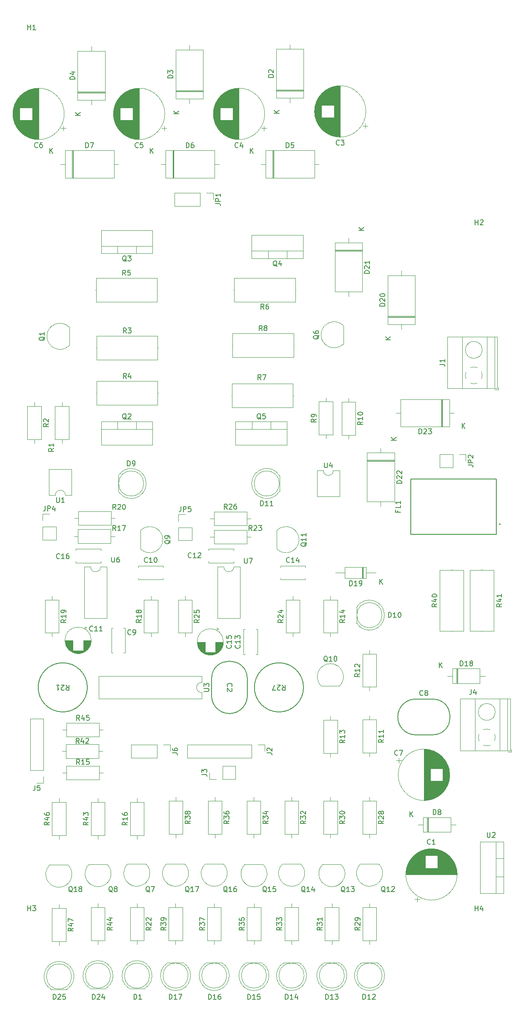
<source format=gbr>
%TF.GenerationSoftware,KiCad,Pcbnew,8.0.6-8.0.6-0~ubuntu22.04.1*%
%TF.CreationDate,2024-10-27T16:50:20+01:00*%
%TF.ProjectId,H_Bridge_BLDC,485f4272-6964-4676-955f-424c44432e6b,rev?*%
%TF.SameCoordinates,Original*%
%TF.FileFunction,Legend,Top*%
%TF.FilePolarity,Positive*%
%FSLAX46Y46*%
G04 Gerber Fmt 4.6, Leading zero omitted, Abs format (unit mm)*
G04 Created by KiCad (PCBNEW 8.0.6-8.0.6-0~ubuntu22.04.1) date 2024-10-27 16:50:20*
%MOMM*%
%LPD*%
G01*
G04 APERTURE LIST*
%ADD10C,0.150000*%
%ADD11C,0.120000*%
%ADD12C,0.152400*%
%ADD13C,0.200000*%
%ADD14C,0.127000*%
G04 APERTURE END LIST*
D10*
X258538095Y-220954819D02*
X258538095Y-219954819D01*
X258538095Y-220431009D02*
X259109523Y-220431009D01*
X259109523Y-220954819D02*
X259109523Y-219954819D01*
X260014285Y-220288152D02*
X260014285Y-220954819D01*
X259776190Y-219907200D02*
X259538095Y-220621485D01*
X259538095Y-220621485D02*
X260157142Y-220621485D01*
X169538095Y-220954819D02*
X169538095Y-219954819D01*
X169538095Y-220431009D02*
X170109523Y-220431009D01*
X170109523Y-220954819D02*
X170109523Y-219954819D01*
X170490476Y-219954819D02*
X171109523Y-219954819D01*
X171109523Y-219954819D02*
X170776190Y-220335771D01*
X170776190Y-220335771D02*
X170919047Y-220335771D01*
X170919047Y-220335771D02*
X171014285Y-220383390D01*
X171014285Y-220383390D02*
X171061904Y-220431009D01*
X171061904Y-220431009D02*
X171109523Y-220526247D01*
X171109523Y-220526247D02*
X171109523Y-220764342D01*
X171109523Y-220764342D02*
X171061904Y-220859580D01*
X171061904Y-220859580D02*
X171014285Y-220907200D01*
X171014285Y-220907200D02*
X170919047Y-220954819D01*
X170919047Y-220954819D02*
X170633333Y-220954819D01*
X170633333Y-220954819D02*
X170538095Y-220907200D01*
X170538095Y-220907200D02*
X170490476Y-220859580D01*
X258538095Y-84554819D02*
X258538095Y-83554819D01*
X258538095Y-84031009D02*
X259109523Y-84031009D01*
X259109523Y-84554819D02*
X259109523Y-83554819D01*
X259538095Y-83650057D02*
X259585714Y-83602438D01*
X259585714Y-83602438D02*
X259680952Y-83554819D01*
X259680952Y-83554819D02*
X259919047Y-83554819D01*
X259919047Y-83554819D02*
X260014285Y-83602438D01*
X260014285Y-83602438D02*
X260061904Y-83650057D01*
X260061904Y-83650057D02*
X260109523Y-83745295D01*
X260109523Y-83745295D02*
X260109523Y-83840533D01*
X260109523Y-83840533D02*
X260061904Y-83983390D01*
X260061904Y-83983390D02*
X259490476Y-84554819D01*
X259490476Y-84554819D02*
X260109523Y-84554819D01*
X169538095Y-45754819D02*
X169538095Y-44754819D01*
X169538095Y-45231009D02*
X170109523Y-45231009D01*
X170109523Y-45754819D02*
X170109523Y-44754819D01*
X171109523Y-45754819D02*
X170538095Y-45754819D01*
X170823809Y-45754819D02*
X170823809Y-44754819D01*
X170823809Y-44754819D02*
X170728571Y-44897676D01*
X170728571Y-44897676D02*
X170633333Y-44992914D01*
X170633333Y-44992914D02*
X170538095Y-45040533D01*
X175857142Y-150859580D02*
X175809523Y-150907200D01*
X175809523Y-150907200D02*
X175666666Y-150954819D01*
X175666666Y-150954819D02*
X175571428Y-150954819D01*
X175571428Y-150954819D02*
X175428571Y-150907200D01*
X175428571Y-150907200D02*
X175333333Y-150811961D01*
X175333333Y-150811961D02*
X175285714Y-150716723D01*
X175285714Y-150716723D02*
X175238095Y-150526247D01*
X175238095Y-150526247D02*
X175238095Y-150383390D01*
X175238095Y-150383390D02*
X175285714Y-150192914D01*
X175285714Y-150192914D02*
X175333333Y-150097676D01*
X175333333Y-150097676D02*
X175428571Y-150002438D01*
X175428571Y-150002438D02*
X175571428Y-149954819D01*
X175571428Y-149954819D02*
X175666666Y-149954819D01*
X175666666Y-149954819D02*
X175809523Y-150002438D01*
X175809523Y-150002438D02*
X175857142Y-150050057D01*
X176809523Y-150954819D02*
X176238095Y-150954819D01*
X176523809Y-150954819D02*
X176523809Y-149954819D01*
X176523809Y-149954819D02*
X176428571Y-150097676D01*
X176428571Y-150097676D02*
X176333333Y-150192914D01*
X176333333Y-150192914D02*
X176238095Y-150240533D01*
X177666666Y-149954819D02*
X177476190Y-149954819D01*
X177476190Y-149954819D02*
X177380952Y-150002438D01*
X177380952Y-150002438D02*
X177333333Y-150050057D01*
X177333333Y-150050057D02*
X177238095Y-150192914D01*
X177238095Y-150192914D02*
X177190476Y-150383390D01*
X177190476Y-150383390D02*
X177190476Y-150764342D01*
X177190476Y-150764342D02*
X177238095Y-150859580D01*
X177238095Y-150859580D02*
X177285714Y-150907200D01*
X177285714Y-150907200D02*
X177380952Y-150954819D01*
X177380952Y-150954819D02*
X177571428Y-150954819D01*
X177571428Y-150954819D02*
X177666666Y-150907200D01*
X177666666Y-150907200D02*
X177714285Y-150859580D01*
X177714285Y-150859580D02*
X177761904Y-150764342D01*
X177761904Y-150764342D02*
X177761904Y-150526247D01*
X177761904Y-150526247D02*
X177714285Y-150431009D01*
X177714285Y-150431009D02*
X177666666Y-150383390D01*
X177666666Y-150383390D02*
X177571428Y-150335771D01*
X177571428Y-150335771D02*
X177380952Y-150335771D01*
X177380952Y-150335771D02*
X177285714Y-150383390D01*
X177285714Y-150383390D02*
X177238095Y-150431009D01*
X177238095Y-150431009D02*
X177190476Y-150526247D01*
X202057142Y-150659580D02*
X202009523Y-150707200D01*
X202009523Y-150707200D02*
X201866666Y-150754819D01*
X201866666Y-150754819D02*
X201771428Y-150754819D01*
X201771428Y-150754819D02*
X201628571Y-150707200D01*
X201628571Y-150707200D02*
X201533333Y-150611961D01*
X201533333Y-150611961D02*
X201485714Y-150516723D01*
X201485714Y-150516723D02*
X201438095Y-150326247D01*
X201438095Y-150326247D02*
X201438095Y-150183390D01*
X201438095Y-150183390D02*
X201485714Y-149992914D01*
X201485714Y-149992914D02*
X201533333Y-149897676D01*
X201533333Y-149897676D02*
X201628571Y-149802438D01*
X201628571Y-149802438D02*
X201771428Y-149754819D01*
X201771428Y-149754819D02*
X201866666Y-149754819D01*
X201866666Y-149754819D02*
X202009523Y-149802438D01*
X202009523Y-149802438D02*
X202057142Y-149850057D01*
X203009523Y-150754819D02*
X202438095Y-150754819D01*
X202723809Y-150754819D02*
X202723809Y-149754819D01*
X202723809Y-149754819D02*
X202628571Y-149897676D01*
X202628571Y-149897676D02*
X202533333Y-149992914D01*
X202533333Y-149992914D02*
X202438095Y-150040533D01*
X203390476Y-149850057D02*
X203438095Y-149802438D01*
X203438095Y-149802438D02*
X203533333Y-149754819D01*
X203533333Y-149754819D02*
X203771428Y-149754819D01*
X203771428Y-149754819D02*
X203866666Y-149802438D01*
X203866666Y-149802438D02*
X203914285Y-149850057D01*
X203914285Y-149850057D02*
X203961904Y-149945295D01*
X203961904Y-149945295D02*
X203961904Y-150040533D01*
X203961904Y-150040533D02*
X203914285Y-150183390D01*
X203914285Y-150183390D02*
X203342857Y-150754819D01*
X203342857Y-150754819D02*
X203961904Y-150754819D01*
X177142857Y-176085180D02*
X177476190Y-176561371D01*
X177714285Y-176085180D02*
X177714285Y-177085180D01*
X177714285Y-177085180D02*
X177333333Y-177085180D01*
X177333333Y-177085180D02*
X177238095Y-177037561D01*
X177238095Y-177037561D02*
X177190476Y-176989942D01*
X177190476Y-176989942D02*
X177142857Y-176894704D01*
X177142857Y-176894704D02*
X177142857Y-176751847D01*
X177142857Y-176751847D02*
X177190476Y-176656609D01*
X177190476Y-176656609D02*
X177238095Y-176608990D01*
X177238095Y-176608990D02*
X177333333Y-176561371D01*
X177333333Y-176561371D02*
X177714285Y-176561371D01*
X176761904Y-176989942D02*
X176714285Y-177037561D01*
X176714285Y-177037561D02*
X176619047Y-177085180D01*
X176619047Y-177085180D02*
X176380952Y-177085180D01*
X176380952Y-177085180D02*
X176285714Y-177037561D01*
X176285714Y-177037561D02*
X176238095Y-176989942D01*
X176238095Y-176989942D02*
X176190476Y-176894704D01*
X176190476Y-176894704D02*
X176190476Y-176799466D01*
X176190476Y-176799466D02*
X176238095Y-176656609D01*
X176238095Y-176656609D02*
X176809523Y-176085180D01*
X176809523Y-176085180D02*
X176190476Y-176085180D01*
X175238095Y-176085180D02*
X175809523Y-176085180D01*
X175523809Y-176085180D02*
X175523809Y-177085180D01*
X175523809Y-177085180D02*
X175619047Y-176942323D01*
X175619047Y-176942323D02*
X175714285Y-176847085D01*
X175714285Y-176847085D02*
X175809523Y-176799466D01*
X220142857Y-176085180D02*
X220476190Y-176561371D01*
X220714285Y-176085180D02*
X220714285Y-177085180D01*
X220714285Y-177085180D02*
X220333333Y-177085180D01*
X220333333Y-177085180D02*
X220238095Y-177037561D01*
X220238095Y-177037561D02*
X220190476Y-176989942D01*
X220190476Y-176989942D02*
X220142857Y-176894704D01*
X220142857Y-176894704D02*
X220142857Y-176751847D01*
X220142857Y-176751847D02*
X220190476Y-176656609D01*
X220190476Y-176656609D02*
X220238095Y-176608990D01*
X220238095Y-176608990D02*
X220333333Y-176561371D01*
X220333333Y-176561371D02*
X220714285Y-176561371D01*
X219761904Y-176989942D02*
X219714285Y-177037561D01*
X219714285Y-177037561D02*
X219619047Y-177085180D01*
X219619047Y-177085180D02*
X219380952Y-177085180D01*
X219380952Y-177085180D02*
X219285714Y-177037561D01*
X219285714Y-177037561D02*
X219238095Y-176989942D01*
X219238095Y-176989942D02*
X219190476Y-176894704D01*
X219190476Y-176894704D02*
X219190476Y-176799466D01*
X219190476Y-176799466D02*
X219238095Y-176656609D01*
X219238095Y-176656609D02*
X219809523Y-176085180D01*
X219809523Y-176085180D02*
X219190476Y-176085180D01*
X218857142Y-177085180D02*
X218190476Y-177085180D01*
X218190476Y-177085180D02*
X218619047Y-176085180D01*
X204574819Y-177321904D02*
X205384342Y-177321904D01*
X205384342Y-177321904D02*
X205479580Y-177274285D01*
X205479580Y-177274285D02*
X205527200Y-177226666D01*
X205527200Y-177226666D02*
X205574819Y-177131428D01*
X205574819Y-177131428D02*
X205574819Y-176940952D01*
X205574819Y-176940952D02*
X205527200Y-176845714D01*
X205527200Y-176845714D02*
X205479580Y-176798095D01*
X205479580Y-176798095D02*
X205384342Y-176750476D01*
X205384342Y-176750476D02*
X204574819Y-176750476D01*
X204574819Y-176369523D02*
X204574819Y-175750476D01*
X204574819Y-175750476D02*
X204955771Y-176083809D01*
X204955771Y-176083809D02*
X204955771Y-175940952D01*
X204955771Y-175940952D02*
X205003390Y-175845714D01*
X205003390Y-175845714D02*
X205051009Y-175798095D01*
X205051009Y-175798095D02*
X205146247Y-175750476D01*
X205146247Y-175750476D02*
X205384342Y-175750476D01*
X205384342Y-175750476D02*
X205479580Y-175798095D01*
X205479580Y-175798095D02*
X205527200Y-175845714D01*
X205527200Y-175845714D02*
X205574819Y-175940952D01*
X205574819Y-175940952D02*
X205574819Y-176226666D01*
X205574819Y-176226666D02*
X205527200Y-176321904D01*
X205527200Y-176321904D02*
X205479580Y-176369523D01*
X198319819Y-189583333D02*
X199034104Y-189583333D01*
X199034104Y-189583333D02*
X199176961Y-189630952D01*
X199176961Y-189630952D02*
X199272200Y-189726190D01*
X199272200Y-189726190D02*
X199319819Y-189869047D01*
X199319819Y-189869047D02*
X199319819Y-189964285D01*
X198319819Y-188678571D02*
X198319819Y-188869047D01*
X198319819Y-188869047D02*
X198367438Y-188964285D01*
X198367438Y-188964285D02*
X198415057Y-189011904D01*
X198415057Y-189011904D02*
X198557914Y-189107142D01*
X198557914Y-189107142D02*
X198748390Y-189154761D01*
X198748390Y-189154761D02*
X199129342Y-189154761D01*
X199129342Y-189154761D02*
X199224580Y-189107142D01*
X199224580Y-189107142D02*
X199272200Y-189059523D01*
X199272200Y-189059523D02*
X199319819Y-188964285D01*
X199319819Y-188964285D02*
X199319819Y-188773809D01*
X199319819Y-188773809D02*
X199272200Y-188678571D01*
X199272200Y-188678571D02*
X199224580Y-188630952D01*
X199224580Y-188630952D02*
X199129342Y-188583333D01*
X199129342Y-188583333D02*
X198891247Y-188583333D01*
X198891247Y-188583333D02*
X198796009Y-188630952D01*
X198796009Y-188630952D02*
X198748390Y-188678571D01*
X198748390Y-188678571D02*
X198700771Y-188773809D01*
X198700771Y-188773809D02*
X198700771Y-188964285D01*
X198700771Y-188964285D02*
X198748390Y-189059523D01*
X198748390Y-189059523D02*
X198796009Y-189107142D01*
X198796009Y-189107142D02*
X198891247Y-189154761D01*
X178574819Y-224392857D02*
X178098628Y-224726190D01*
X178574819Y-224964285D02*
X177574819Y-224964285D01*
X177574819Y-224964285D02*
X177574819Y-224583333D01*
X177574819Y-224583333D02*
X177622438Y-224488095D01*
X177622438Y-224488095D02*
X177670057Y-224440476D01*
X177670057Y-224440476D02*
X177765295Y-224392857D01*
X177765295Y-224392857D02*
X177908152Y-224392857D01*
X177908152Y-224392857D02*
X178003390Y-224440476D01*
X178003390Y-224440476D02*
X178051009Y-224488095D01*
X178051009Y-224488095D02*
X178098628Y-224583333D01*
X178098628Y-224583333D02*
X178098628Y-224964285D01*
X177908152Y-223535714D02*
X178574819Y-223535714D01*
X177527200Y-223773809D02*
X178241485Y-224011904D01*
X178241485Y-224011904D02*
X178241485Y-223392857D01*
X177574819Y-223107142D02*
X177574819Y-222440476D01*
X177574819Y-222440476D02*
X178574819Y-222869047D01*
X173834819Y-203312857D02*
X173358628Y-203646190D01*
X173834819Y-203884285D02*
X172834819Y-203884285D01*
X172834819Y-203884285D02*
X172834819Y-203503333D01*
X172834819Y-203503333D02*
X172882438Y-203408095D01*
X172882438Y-203408095D02*
X172930057Y-203360476D01*
X172930057Y-203360476D02*
X173025295Y-203312857D01*
X173025295Y-203312857D02*
X173168152Y-203312857D01*
X173168152Y-203312857D02*
X173263390Y-203360476D01*
X173263390Y-203360476D02*
X173311009Y-203408095D01*
X173311009Y-203408095D02*
X173358628Y-203503333D01*
X173358628Y-203503333D02*
X173358628Y-203884285D01*
X173168152Y-202455714D02*
X173834819Y-202455714D01*
X172787200Y-202693809D02*
X173501485Y-202931904D01*
X173501485Y-202931904D02*
X173501485Y-202312857D01*
X172834819Y-201503333D02*
X172834819Y-201693809D01*
X172834819Y-201693809D02*
X172882438Y-201789047D01*
X172882438Y-201789047D02*
X172930057Y-201836666D01*
X172930057Y-201836666D02*
X173072914Y-201931904D01*
X173072914Y-201931904D02*
X173263390Y-201979523D01*
X173263390Y-201979523D02*
X173644342Y-201979523D01*
X173644342Y-201979523D02*
X173739580Y-201931904D01*
X173739580Y-201931904D02*
X173787200Y-201884285D01*
X173787200Y-201884285D02*
X173834819Y-201789047D01*
X173834819Y-201789047D02*
X173834819Y-201598571D01*
X173834819Y-201598571D02*
X173787200Y-201503333D01*
X173787200Y-201503333D02*
X173739580Y-201455714D01*
X173739580Y-201455714D02*
X173644342Y-201408095D01*
X173644342Y-201408095D02*
X173406247Y-201408095D01*
X173406247Y-201408095D02*
X173311009Y-201455714D01*
X173311009Y-201455714D02*
X173263390Y-201503333D01*
X173263390Y-201503333D02*
X173215771Y-201598571D01*
X173215771Y-201598571D02*
X173215771Y-201789047D01*
X173215771Y-201789047D02*
X173263390Y-201884285D01*
X173263390Y-201884285D02*
X173311009Y-201931904D01*
X173311009Y-201931904D02*
X173406247Y-201979523D01*
X179857142Y-183084819D02*
X179523809Y-182608628D01*
X179285714Y-183084819D02*
X179285714Y-182084819D01*
X179285714Y-182084819D02*
X179666666Y-182084819D01*
X179666666Y-182084819D02*
X179761904Y-182132438D01*
X179761904Y-182132438D02*
X179809523Y-182180057D01*
X179809523Y-182180057D02*
X179857142Y-182275295D01*
X179857142Y-182275295D02*
X179857142Y-182418152D01*
X179857142Y-182418152D02*
X179809523Y-182513390D01*
X179809523Y-182513390D02*
X179761904Y-182561009D01*
X179761904Y-182561009D02*
X179666666Y-182608628D01*
X179666666Y-182608628D02*
X179285714Y-182608628D01*
X180714285Y-182418152D02*
X180714285Y-183084819D01*
X180476190Y-182037200D02*
X180238095Y-182751485D01*
X180238095Y-182751485D02*
X180857142Y-182751485D01*
X181714285Y-182084819D02*
X181238095Y-182084819D01*
X181238095Y-182084819D02*
X181190476Y-182561009D01*
X181190476Y-182561009D02*
X181238095Y-182513390D01*
X181238095Y-182513390D02*
X181333333Y-182465771D01*
X181333333Y-182465771D02*
X181571428Y-182465771D01*
X181571428Y-182465771D02*
X181666666Y-182513390D01*
X181666666Y-182513390D02*
X181714285Y-182561009D01*
X181714285Y-182561009D02*
X181761904Y-182656247D01*
X181761904Y-182656247D02*
X181761904Y-182894342D01*
X181761904Y-182894342D02*
X181714285Y-182989580D01*
X181714285Y-182989580D02*
X181666666Y-183037200D01*
X181666666Y-183037200D02*
X181571428Y-183084819D01*
X181571428Y-183084819D02*
X181333333Y-183084819D01*
X181333333Y-183084819D02*
X181238095Y-183037200D01*
X181238095Y-183037200D02*
X181190476Y-182989580D01*
X186329819Y-224222857D02*
X185853628Y-224556190D01*
X186329819Y-224794285D02*
X185329819Y-224794285D01*
X185329819Y-224794285D02*
X185329819Y-224413333D01*
X185329819Y-224413333D02*
X185377438Y-224318095D01*
X185377438Y-224318095D02*
X185425057Y-224270476D01*
X185425057Y-224270476D02*
X185520295Y-224222857D01*
X185520295Y-224222857D02*
X185663152Y-224222857D01*
X185663152Y-224222857D02*
X185758390Y-224270476D01*
X185758390Y-224270476D02*
X185806009Y-224318095D01*
X185806009Y-224318095D02*
X185853628Y-224413333D01*
X185853628Y-224413333D02*
X185853628Y-224794285D01*
X185663152Y-223365714D02*
X186329819Y-223365714D01*
X185282200Y-223603809D02*
X185996485Y-223841904D01*
X185996485Y-223841904D02*
X185996485Y-223222857D01*
X185663152Y-222413333D02*
X186329819Y-222413333D01*
X185282200Y-222651428D02*
X185996485Y-222889523D01*
X185996485Y-222889523D02*
X185996485Y-222270476D01*
X181584819Y-203312857D02*
X181108628Y-203646190D01*
X181584819Y-203884285D02*
X180584819Y-203884285D01*
X180584819Y-203884285D02*
X180584819Y-203503333D01*
X180584819Y-203503333D02*
X180632438Y-203408095D01*
X180632438Y-203408095D02*
X180680057Y-203360476D01*
X180680057Y-203360476D02*
X180775295Y-203312857D01*
X180775295Y-203312857D02*
X180918152Y-203312857D01*
X180918152Y-203312857D02*
X181013390Y-203360476D01*
X181013390Y-203360476D02*
X181061009Y-203408095D01*
X181061009Y-203408095D02*
X181108628Y-203503333D01*
X181108628Y-203503333D02*
X181108628Y-203884285D01*
X180918152Y-202455714D02*
X181584819Y-202455714D01*
X180537200Y-202693809D02*
X181251485Y-202931904D01*
X181251485Y-202931904D02*
X181251485Y-202312857D01*
X180584819Y-202027142D02*
X180584819Y-201408095D01*
X180584819Y-201408095D02*
X180965771Y-201741428D01*
X180965771Y-201741428D02*
X180965771Y-201598571D01*
X180965771Y-201598571D02*
X181013390Y-201503333D01*
X181013390Y-201503333D02*
X181061009Y-201455714D01*
X181061009Y-201455714D02*
X181156247Y-201408095D01*
X181156247Y-201408095D02*
X181394342Y-201408095D01*
X181394342Y-201408095D02*
X181489580Y-201455714D01*
X181489580Y-201455714D02*
X181537200Y-201503333D01*
X181537200Y-201503333D02*
X181584819Y-201598571D01*
X181584819Y-201598571D02*
X181584819Y-201884285D01*
X181584819Y-201884285D02*
X181537200Y-201979523D01*
X181537200Y-201979523D02*
X181489580Y-202027142D01*
X179757142Y-187654819D02*
X179423809Y-187178628D01*
X179185714Y-187654819D02*
X179185714Y-186654819D01*
X179185714Y-186654819D02*
X179566666Y-186654819D01*
X179566666Y-186654819D02*
X179661904Y-186702438D01*
X179661904Y-186702438D02*
X179709523Y-186750057D01*
X179709523Y-186750057D02*
X179757142Y-186845295D01*
X179757142Y-186845295D02*
X179757142Y-186988152D01*
X179757142Y-186988152D02*
X179709523Y-187083390D01*
X179709523Y-187083390D02*
X179661904Y-187131009D01*
X179661904Y-187131009D02*
X179566666Y-187178628D01*
X179566666Y-187178628D02*
X179185714Y-187178628D01*
X180614285Y-186988152D02*
X180614285Y-187654819D01*
X180376190Y-186607200D02*
X180138095Y-187321485D01*
X180138095Y-187321485D02*
X180757142Y-187321485D01*
X181090476Y-186750057D02*
X181138095Y-186702438D01*
X181138095Y-186702438D02*
X181233333Y-186654819D01*
X181233333Y-186654819D02*
X181471428Y-186654819D01*
X181471428Y-186654819D02*
X181566666Y-186702438D01*
X181566666Y-186702438D02*
X181614285Y-186750057D01*
X181614285Y-186750057D02*
X181661904Y-186845295D01*
X181661904Y-186845295D02*
X181661904Y-186940533D01*
X181661904Y-186940533D02*
X181614285Y-187083390D01*
X181614285Y-187083390D02*
X181042857Y-187654819D01*
X181042857Y-187654819D02*
X181661904Y-187654819D01*
X194094819Y-224222857D02*
X193618628Y-224556190D01*
X194094819Y-224794285D02*
X193094819Y-224794285D01*
X193094819Y-224794285D02*
X193094819Y-224413333D01*
X193094819Y-224413333D02*
X193142438Y-224318095D01*
X193142438Y-224318095D02*
X193190057Y-224270476D01*
X193190057Y-224270476D02*
X193285295Y-224222857D01*
X193285295Y-224222857D02*
X193428152Y-224222857D01*
X193428152Y-224222857D02*
X193523390Y-224270476D01*
X193523390Y-224270476D02*
X193571009Y-224318095D01*
X193571009Y-224318095D02*
X193618628Y-224413333D01*
X193618628Y-224413333D02*
X193618628Y-224794285D01*
X193190057Y-223841904D02*
X193142438Y-223794285D01*
X193142438Y-223794285D02*
X193094819Y-223699047D01*
X193094819Y-223699047D02*
X193094819Y-223460952D01*
X193094819Y-223460952D02*
X193142438Y-223365714D01*
X193142438Y-223365714D02*
X193190057Y-223318095D01*
X193190057Y-223318095D02*
X193285295Y-223270476D01*
X193285295Y-223270476D02*
X193380533Y-223270476D01*
X193380533Y-223270476D02*
X193523390Y-223318095D01*
X193523390Y-223318095D02*
X194094819Y-223889523D01*
X194094819Y-223889523D02*
X194094819Y-223270476D01*
X193190057Y-222889523D02*
X193142438Y-222841904D01*
X193142438Y-222841904D02*
X193094819Y-222746666D01*
X193094819Y-222746666D02*
X193094819Y-222508571D01*
X193094819Y-222508571D02*
X193142438Y-222413333D01*
X193142438Y-222413333D02*
X193190057Y-222365714D01*
X193190057Y-222365714D02*
X193285295Y-222318095D01*
X193285295Y-222318095D02*
X193380533Y-222318095D01*
X193380533Y-222318095D02*
X193523390Y-222365714D01*
X193523390Y-222365714D02*
X194094819Y-222937142D01*
X194094819Y-222937142D02*
X194094819Y-222318095D01*
X189354819Y-203312857D02*
X188878628Y-203646190D01*
X189354819Y-203884285D02*
X188354819Y-203884285D01*
X188354819Y-203884285D02*
X188354819Y-203503333D01*
X188354819Y-203503333D02*
X188402438Y-203408095D01*
X188402438Y-203408095D02*
X188450057Y-203360476D01*
X188450057Y-203360476D02*
X188545295Y-203312857D01*
X188545295Y-203312857D02*
X188688152Y-203312857D01*
X188688152Y-203312857D02*
X188783390Y-203360476D01*
X188783390Y-203360476D02*
X188831009Y-203408095D01*
X188831009Y-203408095D02*
X188878628Y-203503333D01*
X188878628Y-203503333D02*
X188878628Y-203884285D01*
X189354819Y-202360476D02*
X189354819Y-202931904D01*
X189354819Y-202646190D02*
X188354819Y-202646190D01*
X188354819Y-202646190D02*
X188497676Y-202741428D01*
X188497676Y-202741428D02*
X188592914Y-202836666D01*
X188592914Y-202836666D02*
X188640533Y-202931904D01*
X188354819Y-201503333D02*
X188354819Y-201693809D01*
X188354819Y-201693809D02*
X188402438Y-201789047D01*
X188402438Y-201789047D02*
X188450057Y-201836666D01*
X188450057Y-201836666D02*
X188592914Y-201931904D01*
X188592914Y-201931904D02*
X188783390Y-201979523D01*
X188783390Y-201979523D02*
X189164342Y-201979523D01*
X189164342Y-201979523D02*
X189259580Y-201931904D01*
X189259580Y-201931904D02*
X189307200Y-201884285D01*
X189307200Y-201884285D02*
X189354819Y-201789047D01*
X189354819Y-201789047D02*
X189354819Y-201598571D01*
X189354819Y-201598571D02*
X189307200Y-201503333D01*
X189307200Y-201503333D02*
X189259580Y-201455714D01*
X189259580Y-201455714D02*
X189164342Y-201408095D01*
X189164342Y-201408095D02*
X188926247Y-201408095D01*
X188926247Y-201408095D02*
X188831009Y-201455714D01*
X188831009Y-201455714D02*
X188783390Y-201503333D01*
X188783390Y-201503333D02*
X188735771Y-201598571D01*
X188735771Y-201598571D02*
X188735771Y-201789047D01*
X188735771Y-201789047D02*
X188783390Y-201884285D01*
X188783390Y-201884285D02*
X188831009Y-201931904D01*
X188831009Y-201931904D02*
X188926247Y-201979523D01*
X179857142Y-191854819D02*
X179523809Y-191378628D01*
X179285714Y-191854819D02*
X179285714Y-190854819D01*
X179285714Y-190854819D02*
X179666666Y-190854819D01*
X179666666Y-190854819D02*
X179761904Y-190902438D01*
X179761904Y-190902438D02*
X179809523Y-190950057D01*
X179809523Y-190950057D02*
X179857142Y-191045295D01*
X179857142Y-191045295D02*
X179857142Y-191188152D01*
X179857142Y-191188152D02*
X179809523Y-191283390D01*
X179809523Y-191283390D02*
X179761904Y-191331009D01*
X179761904Y-191331009D02*
X179666666Y-191378628D01*
X179666666Y-191378628D02*
X179285714Y-191378628D01*
X180809523Y-191854819D02*
X180238095Y-191854819D01*
X180523809Y-191854819D02*
X180523809Y-190854819D01*
X180523809Y-190854819D02*
X180428571Y-190997676D01*
X180428571Y-190997676D02*
X180333333Y-191092914D01*
X180333333Y-191092914D02*
X180238095Y-191140533D01*
X181714285Y-190854819D02*
X181238095Y-190854819D01*
X181238095Y-190854819D02*
X181190476Y-191331009D01*
X181190476Y-191331009D02*
X181238095Y-191283390D01*
X181238095Y-191283390D02*
X181333333Y-191235771D01*
X181333333Y-191235771D02*
X181571428Y-191235771D01*
X181571428Y-191235771D02*
X181666666Y-191283390D01*
X181666666Y-191283390D02*
X181714285Y-191331009D01*
X181714285Y-191331009D02*
X181761904Y-191426247D01*
X181761904Y-191426247D02*
X181761904Y-191664342D01*
X181761904Y-191664342D02*
X181714285Y-191759580D01*
X181714285Y-191759580D02*
X181666666Y-191807200D01*
X181666666Y-191807200D02*
X181571428Y-191854819D01*
X181571428Y-191854819D02*
X181333333Y-191854819D01*
X181333333Y-191854819D02*
X181238095Y-191807200D01*
X181238095Y-191807200D02*
X181190476Y-191759580D01*
X178428571Y-217250057D02*
X178333333Y-217202438D01*
X178333333Y-217202438D02*
X178238095Y-217107200D01*
X178238095Y-217107200D02*
X178095238Y-216964342D01*
X178095238Y-216964342D02*
X178000000Y-216916723D01*
X178000000Y-216916723D02*
X177904762Y-216916723D01*
X177952381Y-217154819D02*
X177857143Y-217107200D01*
X177857143Y-217107200D02*
X177761905Y-217011961D01*
X177761905Y-217011961D02*
X177714286Y-216821485D01*
X177714286Y-216821485D02*
X177714286Y-216488152D01*
X177714286Y-216488152D02*
X177761905Y-216297676D01*
X177761905Y-216297676D02*
X177857143Y-216202438D01*
X177857143Y-216202438D02*
X177952381Y-216154819D01*
X177952381Y-216154819D02*
X178142857Y-216154819D01*
X178142857Y-216154819D02*
X178238095Y-216202438D01*
X178238095Y-216202438D02*
X178333333Y-216297676D01*
X178333333Y-216297676D02*
X178380952Y-216488152D01*
X178380952Y-216488152D02*
X178380952Y-216821485D01*
X178380952Y-216821485D02*
X178333333Y-217011961D01*
X178333333Y-217011961D02*
X178238095Y-217107200D01*
X178238095Y-217107200D02*
X178142857Y-217154819D01*
X178142857Y-217154819D02*
X177952381Y-217154819D01*
X179333333Y-217154819D02*
X178761905Y-217154819D01*
X179047619Y-217154819D02*
X179047619Y-216154819D01*
X179047619Y-216154819D02*
X178952381Y-216297676D01*
X178952381Y-216297676D02*
X178857143Y-216392914D01*
X178857143Y-216392914D02*
X178761905Y-216440533D01*
X179904762Y-216583390D02*
X179809524Y-216535771D01*
X179809524Y-216535771D02*
X179761905Y-216488152D01*
X179761905Y-216488152D02*
X179714286Y-216392914D01*
X179714286Y-216392914D02*
X179714286Y-216345295D01*
X179714286Y-216345295D02*
X179761905Y-216250057D01*
X179761905Y-216250057D02*
X179809524Y-216202438D01*
X179809524Y-216202438D02*
X179904762Y-216154819D01*
X179904762Y-216154819D02*
X180095238Y-216154819D01*
X180095238Y-216154819D02*
X180190476Y-216202438D01*
X180190476Y-216202438D02*
X180238095Y-216250057D01*
X180238095Y-216250057D02*
X180285714Y-216345295D01*
X180285714Y-216345295D02*
X180285714Y-216392914D01*
X180285714Y-216392914D02*
X180238095Y-216488152D01*
X180238095Y-216488152D02*
X180190476Y-216535771D01*
X180190476Y-216535771D02*
X180095238Y-216583390D01*
X180095238Y-216583390D02*
X179904762Y-216583390D01*
X179904762Y-216583390D02*
X179809524Y-216631009D01*
X179809524Y-216631009D02*
X179761905Y-216678628D01*
X179761905Y-216678628D02*
X179714286Y-216773866D01*
X179714286Y-216773866D02*
X179714286Y-216964342D01*
X179714286Y-216964342D02*
X179761905Y-217059580D01*
X179761905Y-217059580D02*
X179809524Y-217107200D01*
X179809524Y-217107200D02*
X179904762Y-217154819D01*
X179904762Y-217154819D02*
X180095238Y-217154819D01*
X180095238Y-217154819D02*
X180190476Y-217107200D01*
X180190476Y-217107200D02*
X180238095Y-217059580D01*
X180238095Y-217059580D02*
X180285714Y-216964342D01*
X180285714Y-216964342D02*
X180285714Y-216773866D01*
X180285714Y-216773866D02*
X180238095Y-216678628D01*
X180238095Y-216678628D02*
X180190476Y-216631009D01*
X180190476Y-216631009D02*
X180095238Y-216583390D01*
X186404761Y-217250057D02*
X186309523Y-217202438D01*
X186309523Y-217202438D02*
X186214285Y-217107200D01*
X186214285Y-217107200D02*
X186071428Y-216964342D01*
X186071428Y-216964342D02*
X185976190Y-216916723D01*
X185976190Y-216916723D02*
X185880952Y-216916723D01*
X185928571Y-217154819D02*
X185833333Y-217107200D01*
X185833333Y-217107200D02*
X185738095Y-217011961D01*
X185738095Y-217011961D02*
X185690476Y-216821485D01*
X185690476Y-216821485D02*
X185690476Y-216488152D01*
X185690476Y-216488152D02*
X185738095Y-216297676D01*
X185738095Y-216297676D02*
X185833333Y-216202438D01*
X185833333Y-216202438D02*
X185928571Y-216154819D01*
X185928571Y-216154819D02*
X186119047Y-216154819D01*
X186119047Y-216154819D02*
X186214285Y-216202438D01*
X186214285Y-216202438D02*
X186309523Y-216297676D01*
X186309523Y-216297676D02*
X186357142Y-216488152D01*
X186357142Y-216488152D02*
X186357142Y-216821485D01*
X186357142Y-216821485D02*
X186309523Y-217011961D01*
X186309523Y-217011961D02*
X186214285Y-217107200D01*
X186214285Y-217107200D02*
X186119047Y-217154819D01*
X186119047Y-217154819D02*
X185928571Y-217154819D01*
X186928571Y-216583390D02*
X186833333Y-216535771D01*
X186833333Y-216535771D02*
X186785714Y-216488152D01*
X186785714Y-216488152D02*
X186738095Y-216392914D01*
X186738095Y-216392914D02*
X186738095Y-216345295D01*
X186738095Y-216345295D02*
X186785714Y-216250057D01*
X186785714Y-216250057D02*
X186833333Y-216202438D01*
X186833333Y-216202438D02*
X186928571Y-216154819D01*
X186928571Y-216154819D02*
X187119047Y-216154819D01*
X187119047Y-216154819D02*
X187214285Y-216202438D01*
X187214285Y-216202438D02*
X187261904Y-216250057D01*
X187261904Y-216250057D02*
X187309523Y-216345295D01*
X187309523Y-216345295D02*
X187309523Y-216392914D01*
X187309523Y-216392914D02*
X187261904Y-216488152D01*
X187261904Y-216488152D02*
X187214285Y-216535771D01*
X187214285Y-216535771D02*
X187119047Y-216583390D01*
X187119047Y-216583390D02*
X186928571Y-216583390D01*
X186928571Y-216583390D02*
X186833333Y-216631009D01*
X186833333Y-216631009D02*
X186785714Y-216678628D01*
X186785714Y-216678628D02*
X186738095Y-216773866D01*
X186738095Y-216773866D02*
X186738095Y-216964342D01*
X186738095Y-216964342D02*
X186785714Y-217059580D01*
X186785714Y-217059580D02*
X186833333Y-217107200D01*
X186833333Y-217107200D02*
X186928571Y-217154819D01*
X186928571Y-217154819D02*
X187119047Y-217154819D01*
X187119047Y-217154819D02*
X187214285Y-217107200D01*
X187214285Y-217107200D02*
X187261904Y-217059580D01*
X187261904Y-217059580D02*
X187309523Y-216964342D01*
X187309523Y-216964342D02*
X187309523Y-216773866D01*
X187309523Y-216773866D02*
X187261904Y-216678628D01*
X187261904Y-216678628D02*
X187214285Y-216631009D01*
X187214285Y-216631009D02*
X187119047Y-216583390D01*
X193804761Y-217250057D02*
X193709523Y-217202438D01*
X193709523Y-217202438D02*
X193614285Y-217107200D01*
X193614285Y-217107200D02*
X193471428Y-216964342D01*
X193471428Y-216964342D02*
X193376190Y-216916723D01*
X193376190Y-216916723D02*
X193280952Y-216916723D01*
X193328571Y-217154819D02*
X193233333Y-217107200D01*
X193233333Y-217107200D02*
X193138095Y-217011961D01*
X193138095Y-217011961D02*
X193090476Y-216821485D01*
X193090476Y-216821485D02*
X193090476Y-216488152D01*
X193090476Y-216488152D02*
X193138095Y-216297676D01*
X193138095Y-216297676D02*
X193233333Y-216202438D01*
X193233333Y-216202438D02*
X193328571Y-216154819D01*
X193328571Y-216154819D02*
X193519047Y-216154819D01*
X193519047Y-216154819D02*
X193614285Y-216202438D01*
X193614285Y-216202438D02*
X193709523Y-216297676D01*
X193709523Y-216297676D02*
X193757142Y-216488152D01*
X193757142Y-216488152D02*
X193757142Y-216821485D01*
X193757142Y-216821485D02*
X193709523Y-217011961D01*
X193709523Y-217011961D02*
X193614285Y-217107200D01*
X193614285Y-217107200D02*
X193519047Y-217154819D01*
X193519047Y-217154819D02*
X193328571Y-217154819D01*
X194090476Y-216154819D02*
X194757142Y-216154819D01*
X194757142Y-216154819D02*
X194328571Y-217154819D01*
X215904761Y-123225057D02*
X215809523Y-123177438D01*
X215809523Y-123177438D02*
X215714285Y-123082200D01*
X215714285Y-123082200D02*
X215571428Y-122939342D01*
X215571428Y-122939342D02*
X215476190Y-122891723D01*
X215476190Y-122891723D02*
X215380952Y-122891723D01*
X215428571Y-123129819D02*
X215333333Y-123082200D01*
X215333333Y-123082200D02*
X215238095Y-122986961D01*
X215238095Y-122986961D02*
X215190476Y-122796485D01*
X215190476Y-122796485D02*
X215190476Y-122463152D01*
X215190476Y-122463152D02*
X215238095Y-122272676D01*
X215238095Y-122272676D02*
X215333333Y-122177438D01*
X215333333Y-122177438D02*
X215428571Y-122129819D01*
X215428571Y-122129819D02*
X215619047Y-122129819D01*
X215619047Y-122129819D02*
X215714285Y-122177438D01*
X215714285Y-122177438D02*
X215809523Y-122272676D01*
X215809523Y-122272676D02*
X215857142Y-122463152D01*
X215857142Y-122463152D02*
X215857142Y-122796485D01*
X215857142Y-122796485D02*
X215809523Y-122986961D01*
X215809523Y-122986961D02*
X215714285Y-123082200D01*
X215714285Y-123082200D02*
X215619047Y-123129819D01*
X215619047Y-123129819D02*
X215428571Y-123129819D01*
X216761904Y-122129819D02*
X216285714Y-122129819D01*
X216285714Y-122129819D02*
X216238095Y-122606009D01*
X216238095Y-122606009D02*
X216285714Y-122558390D01*
X216285714Y-122558390D02*
X216380952Y-122510771D01*
X216380952Y-122510771D02*
X216619047Y-122510771D01*
X216619047Y-122510771D02*
X216714285Y-122558390D01*
X216714285Y-122558390D02*
X216761904Y-122606009D01*
X216761904Y-122606009D02*
X216809523Y-122701247D01*
X216809523Y-122701247D02*
X216809523Y-122939342D01*
X216809523Y-122939342D02*
X216761904Y-123034580D01*
X216761904Y-123034580D02*
X216714285Y-123082200D01*
X216714285Y-123082200D02*
X216619047Y-123129819D01*
X216619047Y-123129819D02*
X216380952Y-123129819D01*
X216380952Y-123129819D02*
X216285714Y-123082200D01*
X216285714Y-123082200D02*
X216238095Y-123034580D01*
X219116011Y-92820057D02*
X219020773Y-92772438D01*
X219020773Y-92772438D02*
X218925535Y-92677200D01*
X218925535Y-92677200D02*
X218782678Y-92534342D01*
X218782678Y-92534342D02*
X218687440Y-92486723D01*
X218687440Y-92486723D02*
X218592202Y-92486723D01*
X218639821Y-92724819D02*
X218544583Y-92677200D01*
X218544583Y-92677200D02*
X218449345Y-92581961D01*
X218449345Y-92581961D02*
X218401726Y-92391485D01*
X218401726Y-92391485D02*
X218401726Y-92058152D01*
X218401726Y-92058152D02*
X218449345Y-91867676D01*
X218449345Y-91867676D02*
X218544583Y-91772438D01*
X218544583Y-91772438D02*
X218639821Y-91724819D01*
X218639821Y-91724819D02*
X218830297Y-91724819D01*
X218830297Y-91724819D02*
X218925535Y-91772438D01*
X218925535Y-91772438D02*
X219020773Y-91867676D01*
X219020773Y-91867676D02*
X219068392Y-92058152D01*
X219068392Y-92058152D02*
X219068392Y-92391485D01*
X219068392Y-92391485D02*
X219020773Y-92581961D01*
X219020773Y-92581961D02*
X218925535Y-92677200D01*
X218925535Y-92677200D02*
X218830297Y-92724819D01*
X218830297Y-92724819D02*
X218639821Y-92724819D01*
X219925535Y-92058152D02*
X219925535Y-92724819D01*
X219687440Y-91677200D02*
X219449345Y-92391485D01*
X219449345Y-92391485D02*
X220068392Y-92391485D01*
X189154761Y-91820057D02*
X189059523Y-91772438D01*
X189059523Y-91772438D02*
X188964285Y-91677200D01*
X188964285Y-91677200D02*
X188821428Y-91534342D01*
X188821428Y-91534342D02*
X188726190Y-91486723D01*
X188726190Y-91486723D02*
X188630952Y-91486723D01*
X188678571Y-91724819D02*
X188583333Y-91677200D01*
X188583333Y-91677200D02*
X188488095Y-91581961D01*
X188488095Y-91581961D02*
X188440476Y-91391485D01*
X188440476Y-91391485D02*
X188440476Y-91058152D01*
X188440476Y-91058152D02*
X188488095Y-90867676D01*
X188488095Y-90867676D02*
X188583333Y-90772438D01*
X188583333Y-90772438D02*
X188678571Y-90724819D01*
X188678571Y-90724819D02*
X188869047Y-90724819D01*
X188869047Y-90724819D02*
X188964285Y-90772438D01*
X188964285Y-90772438D02*
X189059523Y-90867676D01*
X189059523Y-90867676D02*
X189107142Y-91058152D01*
X189107142Y-91058152D02*
X189107142Y-91391485D01*
X189107142Y-91391485D02*
X189059523Y-91581961D01*
X189059523Y-91581961D02*
X188964285Y-91677200D01*
X188964285Y-91677200D02*
X188869047Y-91724819D01*
X188869047Y-91724819D02*
X188678571Y-91724819D01*
X189440476Y-90724819D02*
X190059523Y-90724819D01*
X190059523Y-90724819D02*
X189726190Y-91105771D01*
X189726190Y-91105771D02*
X189869047Y-91105771D01*
X189869047Y-91105771D02*
X189964285Y-91153390D01*
X189964285Y-91153390D02*
X190011904Y-91201009D01*
X190011904Y-91201009D02*
X190059523Y-91296247D01*
X190059523Y-91296247D02*
X190059523Y-91534342D01*
X190059523Y-91534342D02*
X190011904Y-91629580D01*
X190011904Y-91629580D02*
X189964285Y-91677200D01*
X189964285Y-91677200D02*
X189869047Y-91724819D01*
X189869047Y-91724819D02*
X189583333Y-91724819D01*
X189583333Y-91724819D02*
X189488095Y-91677200D01*
X189488095Y-91677200D02*
X189440476Y-91629580D01*
X189154761Y-123225057D02*
X189059523Y-123177438D01*
X189059523Y-123177438D02*
X188964285Y-123082200D01*
X188964285Y-123082200D02*
X188821428Y-122939342D01*
X188821428Y-122939342D02*
X188726190Y-122891723D01*
X188726190Y-122891723D02*
X188630952Y-122891723D01*
X188678571Y-123129819D02*
X188583333Y-123082200D01*
X188583333Y-123082200D02*
X188488095Y-122986961D01*
X188488095Y-122986961D02*
X188440476Y-122796485D01*
X188440476Y-122796485D02*
X188440476Y-122463152D01*
X188440476Y-122463152D02*
X188488095Y-122272676D01*
X188488095Y-122272676D02*
X188583333Y-122177438D01*
X188583333Y-122177438D02*
X188678571Y-122129819D01*
X188678571Y-122129819D02*
X188869047Y-122129819D01*
X188869047Y-122129819D02*
X188964285Y-122177438D01*
X188964285Y-122177438D02*
X189059523Y-122272676D01*
X189059523Y-122272676D02*
X189107142Y-122463152D01*
X189107142Y-122463152D02*
X189107142Y-122796485D01*
X189107142Y-122796485D02*
X189059523Y-122986961D01*
X189059523Y-122986961D02*
X188964285Y-123082200D01*
X188964285Y-123082200D02*
X188869047Y-123129819D01*
X188869047Y-123129819D02*
X188678571Y-123129819D01*
X189488095Y-122225057D02*
X189535714Y-122177438D01*
X189535714Y-122177438D02*
X189630952Y-122129819D01*
X189630952Y-122129819D02*
X189869047Y-122129819D01*
X189869047Y-122129819D02*
X189964285Y-122177438D01*
X189964285Y-122177438D02*
X190011904Y-122225057D01*
X190011904Y-122225057D02*
X190059523Y-122320295D01*
X190059523Y-122320295D02*
X190059523Y-122415533D01*
X190059523Y-122415533D02*
X190011904Y-122558390D01*
X190011904Y-122558390D02*
X189440476Y-123129819D01*
X189440476Y-123129819D02*
X190059523Y-123129819D01*
X170996666Y-196034819D02*
X170996666Y-196749104D01*
X170996666Y-196749104D02*
X170949047Y-196891961D01*
X170949047Y-196891961D02*
X170853809Y-196987200D01*
X170853809Y-196987200D02*
X170710952Y-197034819D01*
X170710952Y-197034819D02*
X170615714Y-197034819D01*
X171949047Y-196034819D02*
X171472857Y-196034819D01*
X171472857Y-196034819D02*
X171425238Y-196511009D01*
X171425238Y-196511009D02*
X171472857Y-196463390D01*
X171472857Y-196463390D02*
X171568095Y-196415771D01*
X171568095Y-196415771D02*
X171806190Y-196415771D01*
X171806190Y-196415771D02*
X171901428Y-196463390D01*
X171901428Y-196463390D02*
X171949047Y-196511009D01*
X171949047Y-196511009D02*
X171996666Y-196606247D01*
X171996666Y-196606247D02*
X171996666Y-196844342D01*
X171996666Y-196844342D02*
X171949047Y-196939580D01*
X171949047Y-196939580D02*
X171901428Y-196987200D01*
X171901428Y-196987200D02*
X171806190Y-197034819D01*
X171806190Y-197034819D02*
X171568095Y-197034819D01*
X171568095Y-197034819D02*
X171472857Y-196987200D01*
X171472857Y-196987200D02*
X171425238Y-196939580D01*
X174585714Y-238554819D02*
X174585714Y-237554819D01*
X174585714Y-237554819D02*
X174823809Y-237554819D01*
X174823809Y-237554819D02*
X174966666Y-237602438D01*
X174966666Y-237602438D02*
X175061904Y-237697676D01*
X175061904Y-237697676D02*
X175109523Y-237792914D01*
X175109523Y-237792914D02*
X175157142Y-237983390D01*
X175157142Y-237983390D02*
X175157142Y-238126247D01*
X175157142Y-238126247D02*
X175109523Y-238316723D01*
X175109523Y-238316723D02*
X175061904Y-238411961D01*
X175061904Y-238411961D02*
X174966666Y-238507200D01*
X174966666Y-238507200D02*
X174823809Y-238554819D01*
X174823809Y-238554819D02*
X174585714Y-238554819D01*
X175538095Y-237650057D02*
X175585714Y-237602438D01*
X175585714Y-237602438D02*
X175680952Y-237554819D01*
X175680952Y-237554819D02*
X175919047Y-237554819D01*
X175919047Y-237554819D02*
X176014285Y-237602438D01*
X176014285Y-237602438D02*
X176061904Y-237650057D01*
X176061904Y-237650057D02*
X176109523Y-237745295D01*
X176109523Y-237745295D02*
X176109523Y-237840533D01*
X176109523Y-237840533D02*
X176061904Y-237983390D01*
X176061904Y-237983390D02*
X175490476Y-238554819D01*
X175490476Y-238554819D02*
X176109523Y-238554819D01*
X177014285Y-237554819D02*
X176538095Y-237554819D01*
X176538095Y-237554819D02*
X176490476Y-238031009D01*
X176490476Y-238031009D02*
X176538095Y-237983390D01*
X176538095Y-237983390D02*
X176633333Y-237935771D01*
X176633333Y-237935771D02*
X176871428Y-237935771D01*
X176871428Y-237935771D02*
X176966666Y-237983390D01*
X176966666Y-237983390D02*
X177014285Y-238031009D01*
X177014285Y-238031009D02*
X177061904Y-238126247D01*
X177061904Y-238126247D02*
X177061904Y-238364342D01*
X177061904Y-238364342D02*
X177014285Y-238459580D01*
X177014285Y-238459580D02*
X176966666Y-238507200D01*
X176966666Y-238507200D02*
X176871428Y-238554819D01*
X176871428Y-238554819D02*
X176633333Y-238554819D01*
X176633333Y-238554819D02*
X176538095Y-238507200D01*
X176538095Y-238507200D02*
X176490476Y-238459580D01*
X182385714Y-238554819D02*
X182385714Y-237554819D01*
X182385714Y-237554819D02*
X182623809Y-237554819D01*
X182623809Y-237554819D02*
X182766666Y-237602438D01*
X182766666Y-237602438D02*
X182861904Y-237697676D01*
X182861904Y-237697676D02*
X182909523Y-237792914D01*
X182909523Y-237792914D02*
X182957142Y-237983390D01*
X182957142Y-237983390D02*
X182957142Y-238126247D01*
X182957142Y-238126247D02*
X182909523Y-238316723D01*
X182909523Y-238316723D02*
X182861904Y-238411961D01*
X182861904Y-238411961D02*
X182766666Y-238507200D01*
X182766666Y-238507200D02*
X182623809Y-238554819D01*
X182623809Y-238554819D02*
X182385714Y-238554819D01*
X183338095Y-237650057D02*
X183385714Y-237602438D01*
X183385714Y-237602438D02*
X183480952Y-237554819D01*
X183480952Y-237554819D02*
X183719047Y-237554819D01*
X183719047Y-237554819D02*
X183814285Y-237602438D01*
X183814285Y-237602438D02*
X183861904Y-237650057D01*
X183861904Y-237650057D02*
X183909523Y-237745295D01*
X183909523Y-237745295D02*
X183909523Y-237840533D01*
X183909523Y-237840533D02*
X183861904Y-237983390D01*
X183861904Y-237983390D02*
X183290476Y-238554819D01*
X183290476Y-238554819D02*
X183909523Y-238554819D01*
X184766666Y-237888152D02*
X184766666Y-238554819D01*
X184528571Y-237507200D02*
X184290476Y-238221485D01*
X184290476Y-238221485D02*
X184909523Y-238221485D01*
X190661905Y-238554819D02*
X190661905Y-237554819D01*
X190661905Y-237554819D02*
X190900000Y-237554819D01*
X190900000Y-237554819D02*
X191042857Y-237602438D01*
X191042857Y-237602438D02*
X191138095Y-237697676D01*
X191138095Y-237697676D02*
X191185714Y-237792914D01*
X191185714Y-237792914D02*
X191233333Y-237983390D01*
X191233333Y-237983390D02*
X191233333Y-238126247D01*
X191233333Y-238126247D02*
X191185714Y-238316723D01*
X191185714Y-238316723D02*
X191138095Y-238411961D01*
X191138095Y-238411961D02*
X191042857Y-238507200D01*
X191042857Y-238507200D02*
X190900000Y-238554819D01*
X190900000Y-238554819D02*
X190661905Y-238554819D01*
X192185714Y-238554819D02*
X191614286Y-238554819D01*
X191900000Y-238554819D02*
X191900000Y-237554819D01*
X191900000Y-237554819D02*
X191804762Y-237697676D01*
X191804762Y-237697676D02*
X191709524Y-237792914D01*
X191709524Y-237792914D02*
X191614286Y-237840533D01*
X240573569Y-100714285D02*
X239573569Y-100714285D01*
X239573569Y-100714285D02*
X239573569Y-100476190D01*
X239573569Y-100476190D02*
X239621188Y-100333333D01*
X239621188Y-100333333D02*
X239716426Y-100238095D01*
X239716426Y-100238095D02*
X239811664Y-100190476D01*
X239811664Y-100190476D02*
X240002140Y-100142857D01*
X240002140Y-100142857D02*
X240144997Y-100142857D01*
X240144997Y-100142857D02*
X240335473Y-100190476D01*
X240335473Y-100190476D02*
X240430711Y-100238095D01*
X240430711Y-100238095D02*
X240525950Y-100333333D01*
X240525950Y-100333333D02*
X240573569Y-100476190D01*
X240573569Y-100476190D02*
X240573569Y-100714285D01*
X239668807Y-99761904D02*
X239621188Y-99714285D01*
X239621188Y-99714285D02*
X239573569Y-99619047D01*
X239573569Y-99619047D02*
X239573569Y-99380952D01*
X239573569Y-99380952D02*
X239621188Y-99285714D01*
X239621188Y-99285714D02*
X239668807Y-99238095D01*
X239668807Y-99238095D02*
X239764045Y-99190476D01*
X239764045Y-99190476D02*
X239859283Y-99190476D01*
X239859283Y-99190476D02*
X240002140Y-99238095D01*
X240002140Y-99238095D02*
X240573569Y-99809523D01*
X240573569Y-99809523D02*
X240573569Y-99190476D01*
X239573569Y-98571428D02*
X239573569Y-98476190D01*
X239573569Y-98476190D02*
X239621188Y-98380952D01*
X239621188Y-98380952D02*
X239668807Y-98333333D01*
X239668807Y-98333333D02*
X239764045Y-98285714D01*
X239764045Y-98285714D02*
X239954521Y-98238095D01*
X239954521Y-98238095D02*
X240192616Y-98238095D01*
X240192616Y-98238095D02*
X240383092Y-98285714D01*
X240383092Y-98285714D02*
X240478330Y-98333333D01*
X240478330Y-98333333D02*
X240525950Y-98380952D01*
X240525950Y-98380952D02*
X240573569Y-98476190D01*
X240573569Y-98476190D02*
X240573569Y-98571428D01*
X240573569Y-98571428D02*
X240525950Y-98666666D01*
X240525950Y-98666666D02*
X240478330Y-98714285D01*
X240478330Y-98714285D02*
X240383092Y-98761904D01*
X240383092Y-98761904D02*
X240192616Y-98809523D01*
X240192616Y-98809523D02*
X239954521Y-98809523D01*
X239954521Y-98809523D02*
X239764045Y-98761904D01*
X239764045Y-98761904D02*
X239668807Y-98714285D01*
X239668807Y-98714285D02*
X239621188Y-98666666D01*
X239621188Y-98666666D02*
X239573569Y-98571428D01*
X241693569Y-107381904D02*
X240693569Y-107381904D01*
X241693569Y-106810476D02*
X241122140Y-107239047D01*
X240693569Y-106810476D02*
X241264997Y-107381904D01*
X182457142Y-165259580D02*
X182409523Y-165307200D01*
X182409523Y-165307200D02*
X182266666Y-165354819D01*
X182266666Y-165354819D02*
X182171428Y-165354819D01*
X182171428Y-165354819D02*
X182028571Y-165307200D01*
X182028571Y-165307200D02*
X181933333Y-165211961D01*
X181933333Y-165211961D02*
X181885714Y-165116723D01*
X181885714Y-165116723D02*
X181838095Y-164926247D01*
X181838095Y-164926247D02*
X181838095Y-164783390D01*
X181838095Y-164783390D02*
X181885714Y-164592914D01*
X181885714Y-164592914D02*
X181933333Y-164497676D01*
X181933333Y-164497676D02*
X182028571Y-164402438D01*
X182028571Y-164402438D02*
X182171428Y-164354819D01*
X182171428Y-164354819D02*
X182266666Y-164354819D01*
X182266666Y-164354819D02*
X182409523Y-164402438D01*
X182409523Y-164402438D02*
X182457142Y-164450057D01*
X183409523Y-165354819D02*
X182838095Y-165354819D01*
X183123809Y-165354819D02*
X183123809Y-164354819D01*
X183123809Y-164354819D02*
X183028571Y-164497676D01*
X183028571Y-164497676D02*
X182933333Y-164592914D01*
X182933333Y-164592914D02*
X182838095Y-164640533D01*
X184361904Y-165354819D02*
X183790476Y-165354819D01*
X184076190Y-165354819D02*
X184076190Y-164354819D01*
X184076190Y-164354819D02*
X183980952Y-164497676D01*
X183980952Y-164497676D02*
X183885714Y-164592914D01*
X183885714Y-164592914D02*
X183790476Y-164640533D01*
X218416069Y-55238094D02*
X217416069Y-55238094D01*
X217416069Y-55238094D02*
X217416069Y-54999999D01*
X217416069Y-54999999D02*
X217463688Y-54857142D01*
X217463688Y-54857142D02*
X217558926Y-54761904D01*
X217558926Y-54761904D02*
X217654164Y-54714285D01*
X217654164Y-54714285D02*
X217844640Y-54666666D01*
X217844640Y-54666666D02*
X217987497Y-54666666D01*
X217987497Y-54666666D02*
X218177973Y-54714285D01*
X218177973Y-54714285D02*
X218273211Y-54761904D01*
X218273211Y-54761904D02*
X218368450Y-54857142D01*
X218368450Y-54857142D02*
X218416069Y-54999999D01*
X218416069Y-54999999D02*
X218416069Y-55238094D01*
X217511307Y-54285713D02*
X217463688Y-54238094D01*
X217463688Y-54238094D02*
X217416069Y-54142856D01*
X217416069Y-54142856D02*
X217416069Y-53904761D01*
X217416069Y-53904761D02*
X217463688Y-53809523D01*
X217463688Y-53809523D02*
X217511307Y-53761904D01*
X217511307Y-53761904D02*
X217606545Y-53714285D01*
X217606545Y-53714285D02*
X217701783Y-53714285D01*
X217701783Y-53714285D02*
X217844640Y-53761904D01*
X217844640Y-53761904D02*
X218416069Y-54333332D01*
X218416069Y-54333332D02*
X218416069Y-53714285D01*
X219536069Y-62381904D02*
X218536069Y-62381904D01*
X219536069Y-61810476D02*
X218964640Y-62239047D01*
X218536069Y-61810476D02*
X219107497Y-62381904D01*
X198416069Y-55358094D02*
X197416069Y-55358094D01*
X197416069Y-55358094D02*
X197416069Y-55119999D01*
X197416069Y-55119999D02*
X197463688Y-54977142D01*
X197463688Y-54977142D02*
X197558926Y-54881904D01*
X197558926Y-54881904D02*
X197654164Y-54834285D01*
X197654164Y-54834285D02*
X197844640Y-54786666D01*
X197844640Y-54786666D02*
X197987497Y-54786666D01*
X197987497Y-54786666D02*
X198177973Y-54834285D01*
X198177973Y-54834285D02*
X198273211Y-54881904D01*
X198273211Y-54881904D02*
X198368450Y-54977142D01*
X198368450Y-54977142D02*
X198416069Y-55119999D01*
X198416069Y-55119999D02*
X198416069Y-55358094D01*
X197416069Y-54453332D02*
X197416069Y-53834285D01*
X197416069Y-53834285D02*
X197797021Y-54167618D01*
X197797021Y-54167618D02*
X197797021Y-54024761D01*
X197797021Y-54024761D02*
X197844640Y-53929523D01*
X197844640Y-53929523D02*
X197892259Y-53881904D01*
X197892259Y-53881904D02*
X197987497Y-53834285D01*
X197987497Y-53834285D02*
X198225592Y-53834285D01*
X198225592Y-53834285D02*
X198320830Y-53881904D01*
X198320830Y-53881904D02*
X198368450Y-53929523D01*
X198368450Y-53929523D02*
X198416069Y-54024761D01*
X198416069Y-54024761D02*
X198416069Y-54310475D01*
X198416069Y-54310475D02*
X198368450Y-54405713D01*
X198368450Y-54405713D02*
X198320830Y-54453332D01*
X199536069Y-62501904D02*
X198536069Y-62501904D01*
X199536069Y-61930476D02*
X198964640Y-62359047D01*
X198536069Y-61930476D02*
X199107497Y-62501904D01*
X209295419Y-176373333D02*
X209247800Y-176325714D01*
X209247800Y-176325714D02*
X209200180Y-176182857D01*
X209200180Y-176182857D02*
X209200180Y-176087619D01*
X209200180Y-176087619D02*
X209247800Y-175944762D01*
X209247800Y-175944762D02*
X209343038Y-175849524D01*
X209343038Y-175849524D02*
X209438276Y-175801905D01*
X209438276Y-175801905D02*
X209628752Y-175754286D01*
X209628752Y-175754286D02*
X209771609Y-175754286D01*
X209771609Y-175754286D02*
X209962085Y-175801905D01*
X209962085Y-175801905D02*
X210057323Y-175849524D01*
X210057323Y-175849524D02*
X210152561Y-175944762D01*
X210152561Y-175944762D02*
X210200180Y-176087619D01*
X210200180Y-176087619D02*
X210200180Y-176182857D01*
X210200180Y-176182857D02*
X210152561Y-176325714D01*
X210152561Y-176325714D02*
X210104942Y-176373333D01*
X210104942Y-176754286D02*
X210152561Y-176801905D01*
X210152561Y-176801905D02*
X210200180Y-176897143D01*
X210200180Y-176897143D02*
X210200180Y-177135238D01*
X210200180Y-177135238D02*
X210152561Y-177230476D01*
X210152561Y-177230476D02*
X210104942Y-177278095D01*
X210104942Y-177278095D02*
X210009704Y-177325714D01*
X210009704Y-177325714D02*
X209914466Y-177325714D01*
X209914466Y-177325714D02*
X209771609Y-177278095D01*
X209771609Y-177278095D02*
X209200180Y-176706667D01*
X209200180Y-176706667D02*
X209200180Y-177325714D01*
X233535714Y-156324819D02*
X233535714Y-155324819D01*
X233535714Y-155324819D02*
X233773809Y-155324819D01*
X233773809Y-155324819D02*
X233916666Y-155372438D01*
X233916666Y-155372438D02*
X234011904Y-155467676D01*
X234011904Y-155467676D02*
X234059523Y-155562914D01*
X234059523Y-155562914D02*
X234107142Y-155753390D01*
X234107142Y-155753390D02*
X234107142Y-155896247D01*
X234107142Y-155896247D02*
X234059523Y-156086723D01*
X234059523Y-156086723D02*
X234011904Y-156181961D01*
X234011904Y-156181961D02*
X233916666Y-156277200D01*
X233916666Y-156277200D02*
X233773809Y-156324819D01*
X233773809Y-156324819D02*
X233535714Y-156324819D01*
X235059523Y-156324819D02*
X234488095Y-156324819D01*
X234773809Y-156324819D02*
X234773809Y-155324819D01*
X234773809Y-155324819D02*
X234678571Y-155467676D01*
X234678571Y-155467676D02*
X234583333Y-155562914D01*
X234583333Y-155562914D02*
X234488095Y-155610533D01*
X235535714Y-156324819D02*
X235726190Y-156324819D01*
X235726190Y-156324819D02*
X235821428Y-156277200D01*
X235821428Y-156277200D02*
X235869047Y-156229580D01*
X235869047Y-156229580D02*
X235964285Y-156086723D01*
X235964285Y-156086723D02*
X236011904Y-155896247D01*
X236011904Y-155896247D02*
X236011904Y-155515295D01*
X236011904Y-155515295D02*
X235964285Y-155420057D01*
X235964285Y-155420057D02*
X235916666Y-155372438D01*
X235916666Y-155372438D02*
X235821428Y-155324819D01*
X235821428Y-155324819D02*
X235630952Y-155324819D01*
X235630952Y-155324819D02*
X235535714Y-155372438D01*
X235535714Y-155372438D02*
X235488095Y-155420057D01*
X235488095Y-155420057D02*
X235440476Y-155515295D01*
X235440476Y-155515295D02*
X235440476Y-155753390D01*
X235440476Y-155753390D02*
X235488095Y-155848628D01*
X235488095Y-155848628D02*
X235535714Y-155896247D01*
X235535714Y-155896247D02*
X235630952Y-155943866D01*
X235630952Y-155943866D02*
X235821428Y-155943866D01*
X235821428Y-155943866D02*
X235916666Y-155896247D01*
X235916666Y-155896247D02*
X235964285Y-155848628D01*
X235964285Y-155848628D02*
X236011904Y-155753390D01*
X239568095Y-156004819D02*
X239568095Y-155004819D01*
X240139523Y-156004819D02*
X239710952Y-155433390D01*
X240139523Y-155004819D02*
X239568095Y-155576247D01*
X263793569Y-159912857D02*
X263317378Y-160246190D01*
X263793569Y-160484285D02*
X262793569Y-160484285D01*
X262793569Y-160484285D02*
X262793569Y-160103333D01*
X262793569Y-160103333D02*
X262841188Y-160008095D01*
X262841188Y-160008095D02*
X262888807Y-159960476D01*
X262888807Y-159960476D02*
X262984045Y-159912857D01*
X262984045Y-159912857D02*
X263126902Y-159912857D01*
X263126902Y-159912857D02*
X263222140Y-159960476D01*
X263222140Y-159960476D02*
X263269759Y-160008095D01*
X263269759Y-160008095D02*
X263317378Y-160103333D01*
X263317378Y-160103333D02*
X263317378Y-160484285D01*
X263126902Y-159055714D02*
X263793569Y-159055714D01*
X262745950Y-159293809D02*
X263460235Y-159531904D01*
X263460235Y-159531904D02*
X263460235Y-158912857D01*
X263793569Y-158008095D02*
X263793569Y-158579523D01*
X263793569Y-158293809D02*
X262793569Y-158293809D01*
X262793569Y-158293809D02*
X262936426Y-158389047D01*
X262936426Y-158389047D02*
X263031664Y-158484285D01*
X263031664Y-158484285D02*
X263079283Y-158579523D01*
X192128569Y-163062857D02*
X191652378Y-163396190D01*
X192128569Y-163634285D02*
X191128569Y-163634285D01*
X191128569Y-163634285D02*
X191128569Y-163253333D01*
X191128569Y-163253333D02*
X191176188Y-163158095D01*
X191176188Y-163158095D02*
X191223807Y-163110476D01*
X191223807Y-163110476D02*
X191319045Y-163062857D01*
X191319045Y-163062857D02*
X191461902Y-163062857D01*
X191461902Y-163062857D02*
X191557140Y-163110476D01*
X191557140Y-163110476D02*
X191604759Y-163158095D01*
X191604759Y-163158095D02*
X191652378Y-163253333D01*
X191652378Y-163253333D02*
X191652378Y-163634285D01*
X192128569Y-162110476D02*
X192128569Y-162681904D01*
X192128569Y-162396190D02*
X191128569Y-162396190D01*
X191128569Y-162396190D02*
X191271426Y-162491428D01*
X191271426Y-162491428D02*
X191366664Y-162586666D01*
X191366664Y-162586666D02*
X191414283Y-162681904D01*
X191557140Y-161539047D02*
X191509521Y-161634285D01*
X191509521Y-161634285D02*
X191461902Y-161681904D01*
X191461902Y-161681904D02*
X191366664Y-161729523D01*
X191366664Y-161729523D02*
X191319045Y-161729523D01*
X191319045Y-161729523D02*
X191223807Y-161681904D01*
X191223807Y-161681904D02*
X191176188Y-161634285D01*
X191176188Y-161634285D02*
X191128569Y-161539047D01*
X191128569Y-161539047D02*
X191128569Y-161348571D01*
X191128569Y-161348571D02*
X191176188Y-161253333D01*
X191176188Y-161253333D02*
X191223807Y-161205714D01*
X191223807Y-161205714D02*
X191319045Y-161158095D01*
X191319045Y-161158095D02*
X191366664Y-161158095D01*
X191366664Y-161158095D02*
X191461902Y-161205714D01*
X191461902Y-161205714D02*
X191509521Y-161253333D01*
X191509521Y-161253333D02*
X191557140Y-161348571D01*
X191557140Y-161348571D02*
X191557140Y-161539047D01*
X191557140Y-161539047D02*
X191604759Y-161634285D01*
X191604759Y-161634285D02*
X191652378Y-161681904D01*
X191652378Y-161681904D02*
X191747616Y-161729523D01*
X191747616Y-161729523D02*
X191938092Y-161729523D01*
X191938092Y-161729523D02*
X192033330Y-161681904D01*
X192033330Y-161681904D02*
X192080950Y-161634285D01*
X192080950Y-161634285D02*
X192128569Y-161539047D01*
X192128569Y-161539047D02*
X192128569Y-161348571D01*
X192128569Y-161348571D02*
X192080950Y-161253333D01*
X192080950Y-161253333D02*
X192033330Y-161205714D01*
X192033330Y-161205714D02*
X191938092Y-161158095D01*
X191938092Y-161158095D02*
X191747616Y-161158095D01*
X191747616Y-161158095D02*
X191652378Y-161205714D01*
X191652378Y-161205714D02*
X191604759Y-161253333D01*
X191604759Y-161253333D02*
X191557140Y-161348571D01*
X197685714Y-238554819D02*
X197685714Y-237554819D01*
X197685714Y-237554819D02*
X197923809Y-237554819D01*
X197923809Y-237554819D02*
X198066666Y-237602438D01*
X198066666Y-237602438D02*
X198161904Y-237697676D01*
X198161904Y-237697676D02*
X198209523Y-237792914D01*
X198209523Y-237792914D02*
X198257142Y-237983390D01*
X198257142Y-237983390D02*
X198257142Y-238126247D01*
X198257142Y-238126247D02*
X198209523Y-238316723D01*
X198209523Y-238316723D02*
X198161904Y-238411961D01*
X198161904Y-238411961D02*
X198066666Y-238507200D01*
X198066666Y-238507200D02*
X197923809Y-238554819D01*
X197923809Y-238554819D02*
X197685714Y-238554819D01*
X199209523Y-238554819D02*
X198638095Y-238554819D01*
X198923809Y-238554819D02*
X198923809Y-237554819D01*
X198923809Y-237554819D02*
X198828571Y-237697676D01*
X198828571Y-237697676D02*
X198733333Y-237792914D01*
X198733333Y-237792914D02*
X198638095Y-237840533D01*
X199542857Y-237554819D02*
X200209523Y-237554819D01*
X200209523Y-237554819D02*
X199780952Y-238554819D01*
X212638095Y-150854819D02*
X212638095Y-151664342D01*
X212638095Y-151664342D02*
X212685714Y-151759580D01*
X212685714Y-151759580D02*
X212733333Y-151807200D01*
X212733333Y-151807200D02*
X212828571Y-151854819D01*
X212828571Y-151854819D02*
X213019047Y-151854819D01*
X213019047Y-151854819D02*
X213114285Y-151807200D01*
X213114285Y-151807200D02*
X213161904Y-151759580D01*
X213161904Y-151759580D02*
X213209523Y-151664342D01*
X213209523Y-151664342D02*
X213209523Y-150854819D01*
X213590476Y-150854819D02*
X214257142Y-150854819D01*
X214257142Y-150854819D02*
X213828571Y-151854819D01*
X216172083Y-105584819D02*
X215838750Y-105108628D01*
X215600655Y-105584819D02*
X215600655Y-104584819D01*
X215600655Y-104584819D02*
X215981607Y-104584819D01*
X215981607Y-104584819D02*
X216076845Y-104632438D01*
X216076845Y-104632438D02*
X216124464Y-104680057D01*
X216124464Y-104680057D02*
X216172083Y-104775295D01*
X216172083Y-104775295D02*
X216172083Y-104918152D01*
X216172083Y-104918152D02*
X216124464Y-105013390D01*
X216124464Y-105013390D02*
X216076845Y-105061009D01*
X216076845Y-105061009D02*
X215981607Y-105108628D01*
X215981607Y-105108628D02*
X215600655Y-105108628D01*
X216743512Y-105013390D02*
X216648274Y-104965771D01*
X216648274Y-104965771D02*
X216600655Y-104918152D01*
X216600655Y-104918152D02*
X216553036Y-104822914D01*
X216553036Y-104822914D02*
X216553036Y-104775295D01*
X216553036Y-104775295D02*
X216600655Y-104680057D01*
X216600655Y-104680057D02*
X216648274Y-104632438D01*
X216648274Y-104632438D02*
X216743512Y-104584819D01*
X216743512Y-104584819D02*
X216933988Y-104584819D01*
X216933988Y-104584819D02*
X217029226Y-104632438D01*
X217029226Y-104632438D02*
X217076845Y-104680057D01*
X217076845Y-104680057D02*
X217124464Y-104775295D01*
X217124464Y-104775295D02*
X217124464Y-104822914D01*
X217124464Y-104822914D02*
X217076845Y-104918152D01*
X217076845Y-104918152D02*
X217029226Y-104965771D01*
X217029226Y-104965771D02*
X216933988Y-105013390D01*
X216933988Y-105013390D02*
X216743512Y-105013390D01*
X216743512Y-105013390D02*
X216648274Y-105061009D01*
X216648274Y-105061009D02*
X216600655Y-105108628D01*
X216600655Y-105108628D02*
X216553036Y-105203866D01*
X216553036Y-105203866D02*
X216553036Y-105394342D01*
X216553036Y-105394342D02*
X216600655Y-105489580D01*
X216600655Y-105489580D02*
X216648274Y-105537200D01*
X216648274Y-105537200D02*
X216743512Y-105584819D01*
X216743512Y-105584819D02*
X216933988Y-105584819D01*
X216933988Y-105584819D02*
X217029226Y-105537200D01*
X217029226Y-105537200D02*
X217076845Y-105489580D01*
X217076845Y-105489580D02*
X217124464Y-105394342D01*
X217124464Y-105394342D02*
X217124464Y-105203866D01*
X217124464Y-105203866D02*
X217076845Y-105108628D01*
X217076845Y-105108628D02*
X217029226Y-105061009D01*
X217029226Y-105061009D02*
X216933988Y-105013390D01*
X251458569Y-112293333D02*
X252172854Y-112293333D01*
X252172854Y-112293333D02*
X252315711Y-112340952D01*
X252315711Y-112340952D02*
X252410950Y-112436190D01*
X252410950Y-112436190D02*
X252458569Y-112579047D01*
X252458569Y-112579047D02*
X252458569Y-112674285D01*
X252458569Y-111293333D02*
X252458569Y-111864761D01*
X252458569Y-111579047D02*
X251458569Y-111579047D01*
X251458569Y-111579047D02*
X251601426Y-111674285D01*
X251601426Y-111674285D02*
X251696664Y-111769523D01*
X251696664Y-111769523D02*
X251744283Y-111864761D01*
X236163569Y-123722857D02*
X235687378Y-124056190D01*
X236163569Y-124294285D02*
X235163569Y-124294285D01*
X235163569Y-124294285D02*
X235163569Y-123913333D01*
X235163569Y-123913333D02*
X235211188Y-123818095D01*
X235211188Y-123818095D02*
X235258807Y-123770476D01*
X235258807Y-123770476D02*
X235354045Y-123722857D01*
X235354045Y-123722857D02*
X235496902Y-123722857D01*
X235496902Y-123722857D02*
X235592140Y-123770476D01*
X235592140Y-123770476D02*
X235639759Y-123818095D01*
X235639759Y-123818095D02*
X235687378Y-123913333D01*
X235687378Y-123913333D02*
X235687378Y-124294285D01*
X236163569Y-122770476D02*
X236163569Y-123341904D01*
X236163569Y-123056190D02*
X235163569Y-123056190D01*
X235163569Y-123056190D02*
X235306426Y-123151428D01*
X235306426Y-123151428D02*
X235401664Y-123246666D01*
X235401664Y-123246666D02*
X235449283Y-123341904D01*
X235163569Y-122151428D02*
X235163569Y-122056190D01*
X235163569Y-122056190D02*
X235211188Y-121960952D01*
X235211188Y-121960952D02*
X235258807Y-121913333D01*
X235258807Y-121913333D02*
X235354045Y-121865714D01*
X235354045Y-121865714D02*
X235544521Y-121818095D01*
X235544521Y-121818095D02*
X235782616Y-121818095D01*
X235782616Y-121818095D02*
X235973092Y-121865714D01*
X235973092Y-121865714D02*
X236068330Y-121913333D01*
X236068330Y-121913333D02*
X236115950Y-121960952D01*
X236115950Y-121960952D02*
X236163569Y-122056190D01*
X236163569Y-122056190D02*
X236163569Y-122151428D01*
X236163569Y-122151428D02*
X236115950Y-122246666D01*
X236115950Y-122246666D02*
X236068330Y-122294285D01*
X236068330Y-122294285D02*
X235973092Y-122341904D01*
X235973092Y-122341904D02*
X235782616Y-122389523D01*
X235782616Y-122389523D02*
X235544521Y-122389523D01*
X235544521Y-122389523D02*
X235354045Y-122341904D01*
X235354045Y-122341904D02*
X235258807Y-122294285D01*
X235258807Y-122294285D02*
X235211188Y-122246666D01*
X235211188Y-122246666D02*
X235163569Y-122151428D01*
X225010057Y-147741428D02*
X224962438Y-147836666D01*
X224962438Y-147836666D02*
X224867200Y-147931904D01*
X224867200Y-147931904D02*
X224724342Y-148074761D01*
X224724342Y-148074761D02*
X224676723Y-148169999D01*
X224676723Y-148169999D02*
X224676723Y-148265237D01*
X224914819Y-148217618D02*
X224867200Y-148312856D01*
X224867200Y-148312856D02*
X224771961Y-148408094D01*
X224771961Y-148408094D02*
X224581485Y-148455713D01*
X224581485Y-148455713D02*
X224248152Y-148455713D01*
X224248152Y-148455713D02*
X224057676Y-148408094D01*
X224057676Y-148408094D02*
X223962438Y-148312856D01*
X223962438Y-148312856D02*
X223914819Y-148217618D01*
X223914819Y-148217618D02*
X223914819Y-148027142D01*
X223914819Y-148027142D02*
X223962438Y-147931904D01*
X223962438Y-147931904D02*
X224057676Y-147836666D01*
X224057676Y-147836666D02*
X224248152Y-147789047D01*
X224248152Y-147789047D02*
X224581485Y-147789047D01*
X224581485Y-147789047D02*
X224771961Y-147836666D01*
X224771961Y-147836666D02*
X224867200Y-147931904D01*
X224867200Y-147931904D02*
X224914819Y-148027142D01*
X224914819Y-148027142D02*
X224914819Y-148217618D01*
X224914819Y-146836666D02*
X224914819Y-147408094D01*
X224914819Y-147122380D02*
X223914819Y-147122380D01*
X223914819Y-147122380D02*
X224057676Y-147217618D01*
X224057676Y-147217618D02*
X224152914Y-147312856D01*
X224152914Y-147312856D02*
X224200533Y-147408094D01*
X224914819Y-145884285D02*
X224914819Y-146455713D01*
X224914819Y-146169999D02*
X223914819Y-146169999D01*
X223914819Y-146169999D02*
X224057676Y-146265237D01*
X224057676Y-146265237D02*
X224152914Y-146360475D01*
X224152914Y-146360475D02*
X224200533Y-146455713D01*
X240324819Y-186892857D02*
X239848628Y-187226190D01*
X240324819Y-187464285D02*
X239324819Y-187464285D01*
X239324819Y-187464285D02*
X239324819Y-187083333D01*
X239324819Y-187083333D02*
X239372438Y-186988095D01*
X239372438Y-186988095D02*
X239420057Y-186940476D01*
X239420057Y-186940476D02*
X239515295Y-186892857D01*
X239515295Y-186892857D02*
X239658152Y-186892857D01*
X239658152Y-186892857D02*
X239753390Y-186940476D01*
X239753390Y-186940476D02*
X239801009Y-186988095D01*
X239801009Y-186988095D02*
X239848628Y-187083333D01*
X239848628Y-187083333D02*
X239848628Y-187464285D01*
X240324819Y-185940476D02*
X240324819Y-186511904D01*
X240324819Y-186226190D02*
X239324819Y-186226190D01*
X239324819Y-186226190D02*
X239467676Y-186321428D01*
X239467676Y-186321428D02*
X239562914Y-186416666D01*
X239562914Y-186416666D02*
X239610533Y-186511904D01*
X240324819Y-184988095D02*
X240324819Y-185559523D01*
X240324819Y-185273809D02*
X239324819Y-185273809D01*
X239324819Y-185273809D02*
X239467676Y-185369047D01*
X239467676Y-185369047D02*
X239562914Y-185464285D01*
X239562914Y-185464285D02*
X239610533Y-185559523D01*
X215933333Y-115354819D02*
X215600000Y-114878628D01*
X215361905Y-115354819D02*
X215361905Y-114354819D01*
X215361905Y-114354819D02*
X215742857Y-114354819D01*
X215742857Y-114354819D02*
X215838095Y-114402438D01*
X215838095Y-114402438D02*
X215885714Y-114450057D01*
X215885714Y-114450057D02*
X215933333Y-114545295D01*
X215933333Y-114545295D02*
X215933333Y-114688152D01*
X215933333Y-114688152D02*
X215885714Y-114783390D01*
X215885714Y-114783390D02*
X215838095Y-114831009D01*
X215838095Y-114831009D02*
X215742857Y-114878628D01*
X215742857Y-114878628D02*
X215361905Y-114878628D01*
X216266667Y-114354819D02*
X216933333Y-114354819D01*
X216933333Y-114354819D02*
X216504762Y-115354819D01*
X215854464Y-140414819D02*
X215854464Y-139414819D01*
X215854464Y-139414819D02*
X216092559Y-139414819D01*
X216092559Y-139414819D02*
X216235416Y-139462438D01*
X216235416Y-139462438D02*
X216330654Y-139557676D01*
X216330654Y-139557676D02*
X216378273Y-139652914D01*
X216378273Y-139652914D02*
X216425892Y-139843390D01*
X216425892Y-139843390D02*
X216425892Y-139986247D01*
X216425892Y-139986247D02*
X216378273Y-140176723D01*
X216378273Y-140176723D02*
X216330654Y-140271961D01*
X216330654Y-140271961D02*
X216235416Y-140367200D01*
X216235416Y-140367200D02*
X216092559Y-140414819D01*
X216092559Y-140414819D02*
X215854464Y-140414819D01*
X217378273Y-140414819D02*
X216806845Y-140414819D01*
X217092559Y-140414819D02*
X217092559Y-139414819D01*
X217092559Y-139414819D02*
X216997321Y-139557676D01*
X216997321Y-139557676D02*
X216902083Y-139652914D01*
X216902083Y-139652914D02*
X216806845Y-139700533D01*
X218330654Y-140414819D02*
X217759226Y-140414819D01*
X218044940Y-140414819D02*
X218044940Y-139414819D01*
X218044940Y-139414819D02*
X217949702Y-139557676D01*
X217949702Y-139557676D02*
X217854464Y-139652914D01*
X217854464Y-139652914D02*
X217759226Y-139700533D01*
X257766666Y-176954819D02*
X257766666Y-177669104D01*
X257766666Y-177669104D02*
X257719047Y-177811961D01*
X257719047Y-177811961D02*
X257623809Y-177907200D01*
X257623809Y-177907200D02*
X257480952Y-177954819D01*
X257480952Y-177954819D02*
X257385714Y-177954819D01*
X258671428Y-177288152D02*
X258671428Y-177954819D01*
X258433333Y-176907200D02*
X258195238Y-177621485D01*
X258195238Y-177621485D02*
X258814285Y-177621485D01*
X217324819Y-203062857D02*
X216848628Y-203396190D01*
X217324819Y-203634285D02*
X216324819Y-203634285D01*
X216324819Y-203634285D02*
X216324819Y-203253333D01*
X216324819Y-203253333D02*
X216372438Y-203158095D01*
X216372438Y-203158095D02*
X216420057Y-203110476D01*
X216420057Y-203110476D02*
X216515295Y-203062857D01*
X216515295Y-203062857D02*
X216658152Y-203062857D01*
X216658152Y-203062857D02*
X216753390Y-203110476D01*
X216753390Y-203110476D02*
X216801009Y-203158095D01*
X216801009Y-203158095D02*
X216848628Y-203253333D01*
X216848628Y-203253333D02*
X216848628Y-203634285D01*
X216324819Y-202729523D02*
X216324819Y-202110476D01*
X216324819Y-202110476D02*
X216705771Y-202443809D01*
X216705771Y-202443809D02*
X216705771Y-202300952D01*
X216705771Y-202300952D02*
X216753390Y-202205714D01*
X216753390Y-202205714D02*
X216801009Y-202158095D01*
X216801009Y-202158095D02*
X216896247Y-202110476D01*
X216896247Y-202110476D02*
X217134342Y-202110476D01*
X217134342Y-202110476D02*
X217229580Y-202158095D01*
X217229580Y-202158095D02*
X217277200Y-202205714D01*
X217277200Y-202205714D02*
X217324819Y-202300952D01*
X217324819Y-202300952D02*
X217324819Y-202586666D01*
X217324819Y-202586666D02*
X217277200Y-202681904D01*
X217277200Y-202681904D02*
X217229580Y-202729523D01*
X216658152Y-201253333D02*
X217324819Y-201253333D01*
X216277200Y-201491428D02*
X216991485Y-201729523D01*
X216991485Y-201729523D02*
X216991485Y-201110476D01*
X250923569Y-159912857D02*
X250447378Y-160246190D01*
X250923569Y-160484285D02*
X249923569Y-160484285D01*
X249923569Y-160484285D02*
X249923569Y-160103333D01*
X249923569Y-160103333D02*
X249971188Y-160008095D01*
X249971188Y-160008095D02*
X250018807Y-159960476D01*
X250018807Y-159960476D02*
X250114045Y-159912857D01*
X250114045Y-159912857D02*
X250256902Y-159912857D01*
X250256902Y-159912857D02*
X250352140Y-159960476D01*
X250352140Y-159960476D02*
X250399759Y-160008095D01*
X250399759Y-160008095D02*
X250447378Y-160103333D01*
X250447378Y-160103333D02*
X250447378Y-160484285D01*
X250256902Y-159055714D02*
X250923569Y-159055714D01*
X249875950Y-159293809D02*
X250590235Y-159531904D01*
X250590235Y-159531904D02*
X250590235Y-158912857D01*
X249923569Y-158341428D02*
X249923569Y-158246190D01*
X249923569Y-158246190D02*
X249971188Y-158150952D01*
X249971188Y-158150952D02*
X250018807Y-158103333D01*
X250018807Y-158103333D02*
X250114045Y-158055714D01*
X250114045Y-158055714D02*
X250304521Y-158008095D01*
X250304521Y-158008095D02*
X250542616Y-158008095D01*
X250542616Y-158008095D02*
X250733092Y-158055714D01*
X250733092Y-158055714D02*
X250828330Y-158103333D01*
X250828330Y-158103333D02*
X250875950Y-158150952D01*
X250875950Y-158150952D02*
X250923569Y-158246190D01*
X250923569Y-158246190D02*
X250923569Y-158341428D01*
X250923569Y-158341428D02*
X250875950Y-158436666D01*
X250875950Y-158436666D02*
X250828330Y-158484285D01*
X250828330Y-158484285D02*
X250733092Y-158531904D01*
X250733092Y-158531904D02*
X250542616Y-158579523D01*
X250542616Y-158579523D02*
X250304521Y-158579523D01*
X250304521Y-158579523D02*
X250114045Y-158531904D01*
X250114045Y-158531904D02*
X250018807Y-158484285D01*
X250018807Y-158484285D02*
X249971188Y-158436666D01*
X249971188Y-158436666D02*
X249923569Y-158341428D01*
X209228571Y-217250057D02*
X209133333Y-217202438D01*
X209133333Y-217202438D02*
X209038095Y-217107200D01*
X209038095Y-217107200D02*
X208895238Y-216964342D01*
X208895238Y-216964342D02*
X208800000Y-216916723D01*
X208800000Y-216916723D02*
X208704762Y-216916723D01*
X208752381Y-217154819D02*
X208657143Y-217107200D01*
X208657143Y-217107200D02*
X208561905Y-217011961D01*
X208561905Y-217011961D02*
X208514286Y-216821485D01*
X208514286Y-216821485D02*
X208514286Y-216488152D01*
X208514286Y-216488152D02*
X208561905Y-216297676D01*
X208561905Y-216297676D02*
X208657143Y-216202438D01*
X208657143Y-216202438D02*
X208752381Y-216154819D01*
X208752381Y-216154819D02*
X208942857Y-216154819D01*
X208942857Y-216154819D02*
X209038095Y-216202438D01*
X209038095Y-216202438D02*
X209133333Y-216297676D01*
X209133333Y-216297676D02*
X209180952Y-216488152D01*
X209180952Y-216488152D02*
X209180952Y-216821485D01*
X209180952Y-216821485D02*
X209133333Y-217011961D01*
X209133333Y-217011961D02*
X209038095Y-217107200D01*
X209038095Y-217107200D02*
X208942857Y-217154819D01*
X208942857Y-217154819D02*
X208752381Y-217154819D01*
X210133333Y-217154819D02*
X209561905Y-217154819D01*
X209847619Y-217154819D02*
X209847619Y-216154819D01*
X209847619Y-216154819D02*
X209752381Y-216297676D01*
X209752381Y-216297676D02*
X209657143Y-216392914D01*
X209657143Y-216392914D02*
X209561905Y-216440533D01*
X210990476Y-216154819D02*
X210800000Y-216154819D01*
X210800000Y-216154819D02*
X210704762Y-216202438D01*
X210704762Y-216202438D02*
X210657143Y-216250057D01*
X210657143Y-216250057D02*
X210561905Y-216392914D01*
X210561905Y-216392914D02*
X210514286Y-216583390D01*
X210514286Y-216583390D02*
X210514286Y-216964342D01*
X210514286Y-216964342D02*
X210561905Y-217059580D01*
X210561905Y-217059580D02*
X210609524Y-217107200D01*
X210609524Y-217107200D02*
X210704762Y-217154819D01*
X210704762Y-217154819D02*
X210895238Y-217154819D01*
X210895238Y-217154819D02*
X210990476Y-217107200D01*
X210990476Y-217107200D02*
X211038095Y-217059580D01*
X211038095Y-217059580D02*
X211085714Y-216964342D01*
X211085714Y-216964342D02*
X211085714Y-216726247D01*
X211085714Y-216726247D02*
X211038095Y-216631009D01*
X211038095Y-216631009D02*
X210990476Y-216583390D01*
X210990476Y-216583390D02*
X210895238Y-216535771D01*
X210895238Y-216535771D02*
X210704762Y-216535771D01*
X210704762Y-216535771D02*
X210609524Y-216583390D01*
X210609524Y-216583390D02*
X210561905Y-216631009D01*
X210561905Y-216631009D02*
X210514286Y-216726247D01*
X249633333Y-207659580D02*
X249585714Y-207707200D01*
X249585714Y-207707200D02*
X249442857Y-207754819D01*
X249442857Y-207754819D02*
X249347619Y-207754819D01*
X249347619Y-207754819D02*
X249204762Y-207707200D01*
X249204762Y-207707200D02*
X249109524Y-207611961D01*
X249109524Y-207611961D02*
X249061905Y-207516723D01*
X249061905Y-207516723D02*
X249014286Y-207326247D01*
X249014286Y-207326247D02*
X249014286Y-207183390D01*
X249014286Y-207183390D02*
X249061905Y-206992914D01*
X249061905Y-206992914D02*
X249109524Y-206897676D01*
X249109524Y-206897676D02*
X249204762Y-206802438D01*
X249204762Y-206802438D02*
X249347619Y-206754819D01*
X249347619Y-206754819D02*
X249442857Y-206754819D01*
X249442857Y-206754819D02*
X249585714Y-206802438D01*
X249585714Y-206802438D02*
X249633333Y-206850057D01*
X250585714Y-207754819D02*
X250014286Y-207754819D01*
X250300000Y-207754819D02*
X250300000Y-206754819D01*
X250300000Y-206754819D02*
X250204762Y-206897676D01*
X250204762Y-206897676D02*
X250109524Y-206992914D01*
X250109524Y-206992914D02*
X250014286Y-207040533D01*
X224728571Y-217250057D02*
X224633333Y-217202438D01*
X224633333Y-217202438D02*
X224538095Y-217107200D01*
X224538095Y-217107200D02*
X224395238Y-216964342D01*
X224395238Y-216964342D02*
X224300000Y-216916723D01*
X224300000Y-216916723D02*
X224204762Y-216916723D01*
X224252381Y-217154819D02*
X224157143Y-217107200D01*
X224157143Y-217107200D02*
X224061905Y-217011961D01*
X224061905Y-217011961D02*
X224014286Y-216821485D01*
X224014286Y-216821485D02*
X224014286Y-216488152D01*
X224014286Y-216488152D02*
X224061905Y-216297676D01*
X224061905Y-216297676D02*
X224157143Y-216202438D01*
X224157143Y-216202438D02*
X224252381Y-216154819D01*
X224252381Y-216154819D02*
X224442857Y-216154819D01*
X224442857Y-216154819D02*
X224538095Y-216202438D01*
X224538095Y-216202438D02*
X224633333Y-216297676D01*
X224633333Y-216297676D02*
X224680952Y-216488152D01*
X224680952Y-216488152D02*
X224680952Y-216821485D01*
X224680952Y-216821485D02*
X224633333Y-217011961D01*
X224633333Y-217011961D02*
X224538095Y-217107200D01*
X224538095Y-217107200D02*
X224442857Y-217154819D01*
X224442857Y-217154819D02*
X224252381Y-217154819D01*
X225633333Y-217154819D02*
X225061905Y-217154819D01*
X225347619Y-217154819D02*
X225347619Y-216154819D01*
X225347619Y-216154819D02*
X225252381Y-216297676D01*
X225252381Y-216297676D02*
X225157143Y-216392914D01*
X225157143Y-216392914D02*
X225061905Y-216440533D01*
X226490476Y-216488152D02*
X226490476Y-217154819D01*
X226252381Y-216107200D02*
X226014286Y-216821485D01*
X226014286Y-216821485D02*
X226633333Y-216821485D01*
X243131009Y-141338095D02*
X243131009Y-141671428D01*
X243654819Y-141671428D02*
X242654819Y-141671428D01*
X242654819Y-141671428D02*
X242654819Y-141195238D01*
X243654819Y-140338095D02*
X243654819Y-140814285D01*
X243654819Y-140814285D02*
X242654819Y-140814285D01*
X243654819Y-139480952D02*
X243654819Y-140052380D01*
X243654819Y-139766666D02*
X242654819Y-139766666D01*
X242654819Y-139766666D02*
X242797676Y-139861904D01*
X242797676Y-139861904D02*
X242892914Y-139957142D01*
X242892914Y-139957142D02*
X242940533Y-140052380D01*
X235604819Y-224222857D02*
X235128628Y-224556190D01*
X235604819Y-224794285D02*
X234604819Y-224794285D01*
X234604819Y-224794285D02*
X234604819Y-224413333D01*
X234604819Y-224413333D02*
X234652438Y-224318095D01*
X234652438Y-224318095D02*
X234700057Y-224270476D01*
X234700057Y-224270476D02*
X234795295Y-224222857D01*
X234795295Y-224222857D02*
X234938152Y-224222857D01*
X234938152Y-224222857D02*
X235033390Y-224270476D01*
X235033390Y-224270476D02*
X235081009Y-224318095D01*
X235081009Y-224318095D02*
X235128628Y-224413333D01*
X235128628Y-224413333D02*
X235128628Y-224794285D01*
X234700057Y-223841904D02*
X234652438Y-223794285D01*
X234652438Y-223794285D02*
X234604819Y-223699047D01*
X234604819Y-223699047D02*
X234604819Y-223460952D01*
X234604819Y-223460952D02*
X234652438Y-223365714D01*
X234652438Y-223365714D02*
X234700057Y-223318095D01*
X234700057Y-223318095D02*
X234795295Y-223270476D01*
X234795295Y-223270476D02*
X234890533Y-223270476D01*
X234890533Y-223270476D02*
X235033390Y-223318095D01*
X235033390Y-223318095D02*
X235604819Y-223889523D01*
X235604819Y-223889523D02*
X235604819Y-223270476D01*
X235604819Y-222794285D02*
X235604819Y-222603809D01*
X235604819Y-222603809D02*
X235557200Y-222508571D01*
X235557200Y-222508571D02*
X235509580Y-222460952D01*
X235509580Y-222460952D02*
X235366723Y-222365714D01*
X235366723Y-222365714D02*
X235176247Y-222318095D01*
X235176247Y-222318095D02*
X234795295Y-222318095D01*
X234795295Y-222318095D02*
X234700057Y-222365714D01*
X234700057Y-222365714D02*
X234652438Y-222413333D01*
X234652438Y-222413333D02*
X234604819Y-222508571D01*
X234604819Y-222508571D02*
X234604819Y-222699047D01*
X234604819Y-222699047D02*
X234652438Y-222794285D01*
X234652438Y-222794285D02*
X234700057Y-222841904D01*
X234700057Y-222841904D02*
X234795295Y-222889523D01*
X234795295Y-222889523D02*
X235033390Y-222889523D01*
X235033390Y-222889523D02*
X235128628Y-222841904D01*
X235128628Y-222841904D02*
X235176247Y-222794285D01*
X235176247Y-222794285D02*
X235223866Y-222699047D01*
X235223866Y-222699047D02*
X235223866Y-222508571D01*
X235223866Y-222508571D02*
X235176247Y-222413333D01*
X235176247Y-222413333D02*
X235128628Y-222365714D01*
X235128628Y-222365714D02*
X235033390Y-222318095D01*
X200005416Y-140584819D02*
X200005416Y-141299104D01*
X200005416Y-141299104D02*
X199957797Y-141441961D01*
X199957797Y-141441961D02*
X199862559Y-141537200D01*
X199862559Y-141537200D02*
X199719702Y-141584819D01*
X199719702Y-141584819D02*
X199624464Y-141584819D01*
X200481607Y-141584819D02*
X200481607Y-140584819D01*
X200481607Y-140584819D02*
X200862559Y-140584819D01*
X200862559Y-140584819D02*
X200957797Y-140632438D01*
X200957797Y-140632438D02*
X201005416Y-140680057D01*
X201005416Y-140680057D02*
X201053035Y-140775295D01*
X201053035Y-140775295D02*
X201053035Y-140918152D01*
X201053035Y-140918152D02*
X201005416Y-141013390D01*
X201005416Y-141013390D02*
X200957797Y-141061009D01*
X200957797Y-141061009D02*
X200862559Y-141108628D01*
X200862559Y-141108628D02*
X200481607Y-141108628D01*
X201957797Y-140584819D02*
X201481607Y-140584819D01*
X201481607Y-140584819D02*
X201433988Y-141061009D01*
X201433988Y-141061009D02*
X201481607Y-141013390D01*
X201481607Y-141013390D02*
X201576845Y-140965771D01*
X201576845Y-140965771D02*
X201814940Y-140965771D01*
X201814940Y-140965771D02*
X201910178Y-141013390D01*
X201910178Y-141013390D02*
X201957797Y-141061009D01*
X201957797Y-141061009D02*
X202005416Y-141156247D01*
X202005416Y-141156247D02*
X202005416Y-141394342D01*
X202005416Y-141394342D02*
X201957797Y-141489580D01*
X201957797Y-141489580D02*
X201910178Y-141537200D01*
X201910178Y-141537200D02*
X201814940Y-141584819D01*
X201814940Y-141584819D02*
X201576845Y-141584819D01*
X201576845Y-141584819D02*
X201481607Y-141537200D01*
X201481607Y-141537200D02*
X201433988Y-141489580D01*
X232628571Y-217250057D02*
X232533333Y-217202438D01*
X232533333Y-217202438D02*
X232438095Y-217107200D01*
X232438095Y-217107200D02*
X232295238Y-216964342D01*
X232295238Y-216964342D02*
X232200000Y-216916723D01*
X232200000Y-216916723D02*
X232104762Y-216916723D01*
X232152381Y-217154819D02*
X232057143Y-217107200D01*
X232057143Y-217107200D02*
X231961905Y-217011961D01*
X231961905Y-217011961D02*
X231914286Y-216821485D01*
X231914286Y-216821485D02*
X231914286Y-216488152D01*
X231914286Y-216488152D02*
X231961905Y-216297676D01*
X231961905Y-216297676D02*
X232057143Y-216202438D01*
X232057143Y-216202438D02*
X232152381Y-216154819D01*
X232152381Y-216154819D02*
X232342857Y-216154819D01*
X232342857Y-216154819D02*
X232438095Y-216202438D01*
X232438095Y-216202438D02*
X232533333Y-216297676D01*
X232533333Y-216297676D02*
X232580952Y-216488152D01*
X232580952Y-216488152D02*
X232580952Y-216821485D01*
X232580952Y-216821485D02*
X232533333Y-217011961D01*
X232533333Y-217011961D02*
X232438095Y-217107200D01*
X232438095Y-217107200D02*
X232342857Y-217154819D01*
X232342857Y-217154819D02*
X232152381Y-217154819D01*
X233533333Y-217154819D02*
X232961905Y-217154819D01*
X233247619Y-217154819D02*
X233247619Y-216154819D01*
X233247619Y-216154819D02*
X233152381Y-216297676D01*
X233152381Y-216297676D02*
X233057143Y-216392914D01*
X233057143Y-216392914D02*
X232961905Y-216440533D01*
X233866667Y-216154819D02*
X234485714Y-216154819D01*
X234485714Y-216154819D02*
X234152381Y-216535771D01*
X234152381Y-216535771D02*
X234295238Y-216535771D01*
X234295238Y-216535771D02*
X234390476Y-216583390D01*
X234390476Y-216583390D02*
X234438095Y-216631009D01*
X234438095Y-216631009D02*
X234485714Y-216726247D01*
X234485714Y-216726247D02*
X234485714Y-216964342D01*
X234485714Y-216964342D02*
X234438095Y-217059580D01*
X234438095Y-217059580D02*
X234390476Y-217107200D01*
X234390476Y-217107200D02*
X234295238Y-217154819D01*
X234295238Y-217154819D02*
X234009524Y-217154819D01*
X234009524Y-217154819D02*
X233914286Y-217107200D01*
X233914286Y-217107200D02*
X233866667Y-217059580D01*
X221607142Y-151609580D02*
X221559523Y-151657200D01*
X221559523Y-151657200D02*
X221416666Y-151704819D01*
X221416666Y-151704819D02*
X221321428Y-151704819D01*
X221321428Y-151704819D02*
X221178571Y-151657200D01*
X221178571Y-151657200D02*
X221083333Y-151561961D01*
X221083333Y-151561961D02*
X221035714Y-151466723D01*
X221035714Y-151466723D02*
X220988095Y-151276247D01*
X220988095Y-151276247D02*
X220988095Y-151133390D01*
X220988095Y-151133390D02*
X221035714Y-150942914D01*
X221035714Y-150942914D02*
X221083333Y-150847676D01*
X221083333Y-150847676D02*
X221178571Y-150752438D01*
X221178571Y-150752438D02*
X221321428Y-150704819D01*
X221321428Y-150704819D02*
X221416666Y-150704819D01*
X221416666Y-150704819D02*
X221559523Y-150752438D01*
X221559523Y-150752438D02*
X221607142Y-150800057D01*
X222559523Y-151704819D02*
X221988095Y-151704819D01*
X222273809Y-151704819D02*
X222273809Y-150704819D01*
X222273809Y-150704819D02*
X222178571Y-150847676D01*
X222178571Y-150847676D02*
X222083333Y-150942914D01*
X222083333Y-150942914D02*
X221988095Y-150990533D01*
X223416666Y-151038152D02*
X223416666Y-151704819D01*
X223178571Y-150657200D02*
X222940476Y-151371485D01*
X222940476Y-151371485D02*
X223559523Y-151371485D01*
X232574819Y-203062857D02*
X232098628Y-203396190D01*
X232574819Y-203634285D02*
X231574819Y-203634285D01*
X231574819Y-203634285D02*
X231574819Y-203253333D01*
X231574819Y-203253333D02*
X231622438Y-203158095D01*
X231622438Y-203158095D02*
X231670057Y-203110476D01*
X231670057Y-203110476D02*
X231765295Y-203062857D01*
X231765295Y-203062857D02*
X231908152Y-203062857D01*
X231908152Y-203062857D02*
X232003390Y-203110476D01*
X232003390Y-203110476D02*
X232051009Y-203158095D01*
X232051009Y-203158095D02*
X232098628Y-203253333D01*
X232098628Y-203253333D02*
X232098628Y-203634285D01*
X231574819Y-202729523D02*
X231574819Y-202110476D01*
X231574819Y-202110476D02*
X231955771Y-202443809D01*
X231955771Y-202443809D02*
X231955771Y-202300952D01*
X231955771Y-202300952D02*
X232003390Y-202205714D01*
X232003390Y-202205714D02*
X232051009Y-202158095D01*
X232051009Y-202158095D02*
X232146247Y-202110476D01*
X232146247Y-202110476D02*
X232384342Y-202110476D01*
X232384342Y-202110476D02*
X232479580Y-202158095D01*
X232479580Y-202158095D02*
X232527200Y-202205714D01*
X232527200Y-202205714D02*
X232574819Y-202300952D01*
X232574819Y-202300952D02*
X232574819Y-202586666D01*
X232574819Y-202586666D02*
X232527200Y-202681904D01*
X232527200Y-202681904D02*
X232479580Y-202729523D01*
X231574819Y-201491428D02*
X231574819Y-201396190D01*
X231574819Y-201396190D02*
X231622438Y-201300952D01*
X231622438Y-201300952D02*
X231670057Y-201253333D01*
X231670057Y-201253333D02*
X231765295Y-201205714D01*
X231765295Y-201205714D02*
X231955771Y-201158095D01*
X231955771Y-201158095D02*
X232193866Y-201158095D01*
X232193866Y-201158095D02*
X232384342Y-201205714D01*
X232384342Y-201205714D02*
X232479580Y-201253333D01*
X232479580Y-201253333D02*
X232527200Y-201300952D01*
X232527200Y-201300952D02*
X232574819Y-201396190D01*
X232574819Y-201396190D02*
X232574819Y-201491428D01*
X232574819Y-201491428D02*
X232527200Y-201586666D01*
X232527200Y-201586666D02*
X232479580Y-201634285D01*
X232479580Y-201634285D02*
X232384342Y-201681904D01*
X232384342Y-201681904D02*
X232193866Y-201729523D01*
X232193866Y-201729523D02*
X231955771Y-201729523D01*
X231955771Y-201729523D02*
X231765295Y-201681904D01*
X231765295Y-201681904D02*
X231670057Y-201634285D01*
X231670057Y-201634285D02*
X231622438Y-201586666D01*
X231622438Y-201586666D02*
X231574819Y-201491428D01*
X206886069Y-80339495D02*
X207600354Y-80339495D01*
X207600354Y-80339495D02*
X207743211Y-80387114D01*
X207743211Y-80387114D02*
X207838450Y-80482352D01*
X207838450Y-80482352D02*
X207886069Y-80625209D01*
X207886069Y-80625209D02*
X207886069Y-80720447D01*
X207886069Y-79863304D02*
X206886069Y-79863304D01*
X206886069Y-79863304D02*
X206886069Y-79482352D01*
X206886069Y-79482352D02*
X206933688Y-79387114D01*
X206933688Y-79387114D02*
X206981307Y-79339495D01*
X206981307Y-79339495D02*
X207076545Y-79291876D01*
X207076545Y-79291876D02*
X207219402Y-79291876D01*
X207219402Y-79291876D02*
X207314640Y-79339495D01*
X207314640Y-79339495D02*
X207362259Y-79387114D01*
X207362259Y-79387114D02*
X207409878Y-79482352D01*
X207409878Y-79482352D02*
X207409878Y-79863304D01*
X207886069Y-78339495D02*
X207886069Y-78910923D01*
X207886069Y-78625209D02*
X206886069Y-78625209D01*
X206886069Y-78625209D02*
X207028926Y-78720447D01*
X207028926Y-78720447D02*
X207124164Y-78815685D01*
X207124164Y-78815685D02*
X207171783Y-78910923D01*
X220084819Y-224222857D02*
X219608628Y-224556190D01*
X220084819Y-224794285D02*
X219084819Y-224794285D01*
X219084819Y-224794285D02*
X219084819Y-224413333D01*
X219084819Y-224413333D02*
X219132438Y-224318095D01*
X219132438Y-224318095D02*
X219180057Y-224270476D01*
X219180057Y-224270476D02*
X219275295Y-224222857D01*
X219275295Y-224222857D02*
X219418152Y-224222857D01*
X219418152Y-224222857D02*
X219513390Y-224270476D01*
X219513390Y-224270476D02*
X219561009Y-224318095D01*
X219561009Y-224318095D02*
X219608628Y-224413333D01*
X219608628Y-224413333D02*
X219608628Y-224794285D01*
X219084819Y-223889523D02*
X219084819Y-223270476D01*
X219084819Y-223270476D02*
X219465771Y-223603809D01*
X219465771Y-223603809D02*
X219465771Y-223460952D01*
X219465771Y-223460952D02*
X219513390Y-223365714D01*
X219513390Y-223365714D02*
X219561009Y-223318095D01*
X219561009Y-223318095D02*
X219656247Y-223270476D01*
X219656247Y-223270476D02*
X219894342Y-223270476D01*
X219894342Y-223270476D02*
X219989580Y-223318095D01*
X219989580Y-223318095D02*
X220037200Y-223365714D01*
X220037200Y-223365714D02*
X220084819Y-223460952D01*
X220084819Y-223460952D02*
X220084819Y-223746666D01*
X220084819Y-223746666D02*
X220037200Y-223841904D01*
X220037200Y-223841904D02*
X219989580Y-223889523D01*
X219084819Y-222937142D02*
X219084819Y-222318095D01*
X219084819Y-222318095D02*
X219465771Y-222651428D01*
X219465771Y-222651428D02*
X219465771Y-222508571D01*
X219465771Y-222508571D02*
X219513390Y-222413333D01*
X219513390Y-222413333D02*
X219561009Y-222365714D01*
X219561009Y-222365714D02*
X219656247Y-222318095D01*
X219656247Y-222318095D02*
X219894342Y-222318095D01*
X219894342Y-222318095D02*
X219989580Y-222365714D01*
X219989580Y-222365714D02*
X220037200Y-222413333D01*
X220037200Y-222413333D02*
X220084819Y-222508571D01*
X220084819Y-222508571D02*
X220084819Y-222794285D01*
X220084819Y-222794285D02*
X220037200Y-222889523D01*
X220037200Y-222889523D02*
X219989580Y-222937142D01*
X235584819Y-173812857D02*
X235108628Y-174146190D01*
X235584819Y-174384285D02*
X234584819Y-174384285D01*
X234584819Y-174384285D02*
X234584819Y-174003333D01*
X234584819Y-174003333D02*
X234632438Y-173908095D01*
X234632438Y-173908095D02*
X234680057Y-173860476D01*
X234680057Y-173860476D02*
X234775295Y-173812857D01*
X234775295Y-173812857D02*
X234918152Y-173812857D01*
X234918152Y-173812857D02*
X235013390Y-173860476D01*
X235013390Y-173860476D02*
X235061009Y-173908095D01*
X235061009Y-173908095D02*
X235108628Y-174003333D01*
X235108628Y-174003333D02*
X235108628Y-174384285D01*
X235584819Y-172860476D02*
X235584819Y-173431904D01*
X235584819Y-173146190D02*
X234584819Y-173146190D01*
X234584819Y-173146190D02*
X234727676Y-173241428D01*
X234727676Y-173241428D02*
X234822914Y-173336666D01*
X234822914Y-173336666D02*
X234870533Y-173431904D01*
X234680057Y-172479523D02*
X234632438Y-172431904D01*
X234632438Y-172431904D02*
X234584819Y-172336666D01*
X234584819Y-172336666D02*
X234584819Y-172098571D01*
X234584819Y-172098571D02*
X234632438Y-172003333D01*
X234632438Y-172003333D02*
X234680057Y-171955714D01*
X234680057Y-171955714D02*
X234775295Y-171908095D01*
X234775295Y-171908095D02*
X234870533Y-171908095D01*
X234870533Y-171908095D02*
X235013390Y-171955714D01*
X235013390Y-171955714D02*
X235584819Y-172527142D01*
X235584819Y-172527142D02*
X235584819Y-171908095D01*
X209948330Y-168142857D02*
X209995950Y-168190476D01*
X209995950Y-168190476D02*
X210043569Y-168333333D01*
X210043569Y-168333333D02*
X210043569Y-168428571D01*
X210043569Y-168428571D02*
X209995950Y-168571428D01*
X209995950Y-168571428D02*
X209900711Y-168666666D01*
X209900711Y-168666666D02*
X209805473Y-168714285D01*
X209805473Y-168714285D02*
X209614997Y-168761904D01*
X209614997Y-168761904D02*
X209472140Y-168761904D01*
X209472140Y-168761904D02*
X209281664Y-168714285D01*
X209281664Y-168714285D02*
X209186426Y-168666666D01*
X209186426Y-168666666D02*
X209091188Y-168571428D01*
X209091188Y-168571428D02*
X209043569Y-168428571D01*
X209043569Y-168428571D02*
X209043569Y-168333333D01*
X209043569Y-168333333D02*
X209091188Y-168190476D01*
X209091188Y-168190476D02*
X209138807Y-168142857D01*
X210043569Y-167190476D02*
X210043569Y-167761904D01*
X210043569Y-167476190D02*
X209043569Y-167476190D01*
X209043569Y-167476190D02*
X209186426Y-167571428D01*
X209186426Y-167571428D02*
X209281664Y-167666666D01*
X209281664Y-167666666D02*
X209329283Y-167761904D01*
X209043569Y-166285714D02*
X209043569Y-166761904D01*
X209043569Y-166761904D02*
X209519759Y-166809523D01*
X209519759Y-166809523D02*
X209472140Y-166761904D01*
X209472140Y-166761904D02*
X209424521Y-166666666D01*
X209424521Y-166666666D02*
X209424521Y-166428571D01*
X209424521Y-166428571D02*
X209472140Y-166333333D01*
X209472140Y-166333333D02*
X209519759Y-166285714D01*
X209519759Y-166285714D02*
X209614997Y-166238095D01*
X209614997Y-166238095D02*
X209853092Y-166238095D01*
X209853092Y-166238095D02*
X209948330Y-166285714D01*
X209948330Y-166285714D02*
X209995950Y-166333333D01*
X209995950Y-166333333D02*
X210043569Y-166428571D01*
X210043569Y-166428571D02*
X210043569Y-166666666D01*
X210043569Y-166666666D02*
X209995950Y-166761904D01*
X209995950Y-166761904D02*
X209948330Y-166809523D01*
X181063155Y-69234819D02*
X181063155Y-68234819D01*
X181063155Y-68234819D02*
X181301250Y-68234819D01*
X181301250Y-68234819D02*
X181444107Y-68282438D01*
X181444107Y-68282438D02*
X181539345Y-68377676D01*
X181539345Y-68377676D02*
X181586964Y-68472914D01*
X181586964Y-68472914D02*
X181634583Y-68663390D01*
X181634583Y-68663390D02*
X181634583Y-68806247D01*
X181634583Y-68806247D02*
X181586964Y-68996723D01*
X181586964Y-68996723D02*
X181539345Y-69091961D01*
X181539345Y-69091961D02*
X181444107Y-69187200D01*
X181444107Y-69187200D02*
X181301250Y-69234819D01*
X181301250Y-69234819D02*
X181063155Y-69234819D01*
X181967917Y-68234819D02*
X182634583Y-68234819D01*
X182634583Y-68234819D02*
X182206012Y-69234819D01*
X173919345Y-70354819D02*
X173919345Y-69354819D01*
X174490773Y-70354819D02*
X174062202Y-69783390D01*
X174490773Y-69354819D02*
X173919345Y-69926247D01*
X243924819Y-135964285D02*
X242924819Y-135964285D01*
X242924819Y-135964285D02*
X242924819Y-135726190D01*
X242924819Y-135726190D02*
X242972438Y-135583333D01*
X242972438Y-135583333D02*
X243067676Y-135488095D01*
X243067676Y-135488095D02*
X243162914Y-135440476D01*
X243162914Y-135440476D02*
X243353390Y-135392857D01*
X243353390Y-135392857D02*
X243496247Y-135392857D01*
X243496247Y-135392857D02*
X243686723Y-135440476D01*
X243686723Y-135440476D02*
X243781961Y-135488095D01*
X243781961Y-135488095D02*
X243877200Y-135583333D01*
X243877200Y-135583333D02*
X243924819Y-135726190D01*
X243924819Y-135726190D02*
X243924819Y-135964285D01*
X243020057Y-135011904D02*
X242972438Y-134964285D01*
X242972438Y-134964285D02*
X242924819Y-134869047D01*
X242924819Y-134869047D02*
X242924819Y-134630952D01*
X242924819Y-134630952D02*
X242972438Y-134535714D01*
X242972438Y-134535714D02*
X243020057Y-134488095D01*
X243020057Y-134488095D02*
X243115295Y-134440476D01*
X243115295Y-134440476D02*
X243210533Y-134440476D01*
X243210533Y-134440476D02*
X243353390Y-134488095D01*
X243353390Y-134488095D02*
X243924819Y-135059523D01*
X243924819Y-135059523D02*
X243924819Y-134440476D01*
X243020057Y-134059523D02*
X242972438Y-134011904D01*
X242972438Y-134011904D02*
X242924819Y-133916666D01*
X242924819Y-133916666D02*
X242924819Y-133678571D01*
X242924819Y-133678571D02*
X242972438Y-133583333D01*
X242972438Y-133583333D02*
X243020057Y-133535714D01*
X243020057Y-133535714D02*
X243115295Y-133488095D01*
X243115295Y-133488095D02*
X243210533Y-133488095D01*
X243210533Y-133488095D02*
X243353390Y-133535714D01*
X243353390Y-133535714D02*
X243924819Y-134107142D01*
X243924819Y-134107142D02*
X243924819Y-133488095D01*
X242804819Y-127391904D02*
X241804819Y-127391904D01*
X242804819Y-126820476D02*
X242233390Y-127249047D01*
X241804819Y-126820476D02*
X242376247Y-127391904D01*
X217114819Y-189583333D02*
X217829104Y-189583333D01*
X217829104Y-189583333D02*
X217971961Y-189630952D01*
X217971961Y-189630952D02*
X218067200Y-189726190D01*
X218067200Y-189726190D02*
X218114819Y-189869047D01*
X218114819Y-189869047D02*
X218114819Y-189964285D01*
X217210057Y-189154761D02*
X217162438Y-189107142D01*
X217162438Y-189107142D02*
X217114819Y-189011904D01*
X217114819Y-189011904D02*
X217114819Y-188773809D01*
X217114819Y-188773809D02*
X217162438Y-188678571D01*
X217162438Y-188678571D02*
X217210057Y-188630952D01*
X217210057Y-188630952D02*
X217305295Y-188583333D01*
X217305295Y-188583333D02*
X217400533Y-188583333D01*
X217400533Y-188583333D02*
X217543390Y-188630952D01*
X217543390Y-188630952D02*
X218114819Y-189202380D01*
X218114819Y-189202380D02*
X218114819Y-188583333D01*
X201063155Y-69234819D02*
X201063155Y-68234819D01*
X201063155Y-68234819D02*
X201301250Y-68234819D01*
X201301250Y-68234819D02*
X201444107Y-68282438D01*
X201444107Y-68282438D02*
X201539345Y-68377676D01*
X201539345Y-68377676D02*
X201586964Y-68472914D01*
X201586964Y-68472914D02*
X201634583Y-68663390D01*
X201634583Y-68663390D02*
X201634583Y-68806247D01*
X201634583Y-68806247D02*
X201586964Y-68996723D01*
X201586964Y-68996723D02*
X201539345Y-69091961D01*
X201539345Y-69091961D02*
X201444107Y-69187200D01*
X201444107Y-69187200D02*
X201301250Y-69234819D01*
X201301250Y-69234819D02*
X201063155Y-69234819D01*
X202491726Y-68234819D02*
X202301250Y-68234819D01*
X202301250Y-68234819D02*
X202206012Y-68282438D01*
X202206012Y-68282438D02*
X202158393Y-68330057D01*
X202158393Y-68330057D02*
X202063155Y-68472914D01*
X202063155Y-68472914D02*
X202015536Y-68663390D01*
X202015536Y-68663390D02*
X202015536Y-69044342D01*
X202015536Y-69044342D02*
X202063155Y-69139580D01*
X202063155Y-69139580D02*
X202110774Y-69187200D01*
X202110774Y-69187200D02*
X202206012Y-69234819D01*
X202206012Y-69234819D02*
X202396488Y-69234819D01*
X202396488Y-69234819D02*
X202491726Y-69187200D01*
X202491726Y-69187200D02*
X202539345Y-69139580D01*
X202539345Y-69139580D02*
X202586964Y-69044342D01*
X202586964Y-69044342D02*
X202586964Y-68806247D01*
X202586964Y-68806247D02*
X202539345Y-68711009D01*
X202539345Y-68711009D02*
X202491726Y-68663390D01*
X202491726Y-68663390D02*
X202396488Y-68615771D01*
X202396488Y-68615771D02*
X202206012Y-68615771D01*
X202206012Y-68615771D02*
X202110774Y-68663390D01*
X202110774Y-68663390D02*
X202063155Y-68711009D01*
X202063155Y-68711009D02*
X202015536Y-68806247D01*
X193919345Y-70354819D02*
X193919345Y-69354819D01*
X194490773Y-70354819D02*
X194062202Y-69783390D01*
X194490773Y-69354819D02*
X193919345Y-69926247D01*
X171514583Y-69109580D02*
X171466964Y-69157200D01*
X171466964Y-69157200D02*
X171324107Y-69204819D01*
X171324107Y-69204819D02*
X171228869Y-69204819D01*
X171228869Y-69204819D02*
X171086012Y-69157200D01*
X171086012Y-69157200D02*
X170990774Y-69061961D01*
X170990774Y-69061961D02*
X170943155Y-68966723D01*
X170943155Y-68966723D02*
X170895536Y-68776247D01*
X170895536Y-68776247D02*
X170895536Y-68633390D01*
X170895536Y-68633390D02*
X170943155Y-68442914D01*
X170943155Y-68442914D02*
X170990774Y-68347676D01*
X170990774Y-68347676D02*
X171086012Y-68252438D01*
X171086012Y-68252438D02*
X171228869Y-68204819D01*
X171228869Y-68204819D02*
X171324107Y-68204819D01*
X171324107Y-68204819D02*
X171466964Y-68252438D01*
X171466964Y-68252438D02*
X171514583Y-68300057D01*
X172371726Y-68204819D02*
X172181250Y-68204819D01*
X172181250Y-68204819D02*
X172086012Y-68252438D01*
X172086012Y-68252438D02*
X172038393Y-68300057D01*
X172038393Y-68300057D02*
X171943155Y-68442914D01*
X171943155Y-68442914D02*
X171895536Y-68633390D01*
X171895536Y-68633390D02*
X171895536Y-69014342D01*
X171895536Y-69014342D02*
X171943155Y-69109580D01*
X171943155Y-69109580D02*
X171990774Y-69157200D01*
X171990774Y-69157200D02*
X172086012Y-69204819D01*
X172086012Y-69204819D02*
X172276488Y-69204819D01*
X172276488Y-69204819D02*
X172371726Y-69157200D01*
X172371726Y-69157200D02*
X172419345Y-69109580D01*
X172419345Y-69109580D02*
X172466964Y-69014342D01*
X172466964Y-69014342D02*
X172466964Y-68776247D01*
X172466964Y-68776247D02*
X172419345Y-68681009D01*
X172419345Y-68681009D02*
X172371726Y-68633390D01*
X172371726Y-68633390D02*
X172276488Y-68585771D01*
X172276488Y-68585771D02*
X172086012Y-68585771D01*
X172086012Y-68585771D02*
X171990774Y-68633390D01*
X171990774Y-68633390D02*
X171943155Y-68681009D01*
X171943155Y-68681009D02*
X171895536Y-68776247D01*
X189134583Y-115084819D02*
X188801250Y-114608628D01*
X188563155Y-115084819D02*
X188563155Y-114084819D01*
X188563155Y-114084819D02*
X188944107Y-114084819D01*
X188944107Y-114084819D02*
X189039345Y-114132438D01*
X189039345Y-114132438D02*
X189086964Y-114180057D01*
X189086964Y-114180057D02*
X189134583Y-114275295D01*
X189134583Y-114275295D02*
X189134583Y-114418152D01*
X189134583Y-114418152D02*
X189086964Y-114513390D01*
X189086964Y-114513390D02*
X189039345Y-114561009D01*
X189039345Y-114561009D02*
X188944107Y-114608628D01*
X188944107Y-114608628D02*
X188563155Y-114608628D01*
X189991726Y-114418152D02*
X189991726Y-115084819D01*
X189753631Y-114037200D02*
X189515536Y-114751485D01*
X189515536Y-114751485D02*
X190134583Y-114751485D01*
X173663569Y-124086666D02*
X173187378Y-124419999D01*
X173663569Y-124658094D02*
X172663569Y-124658094D01*
X172663569Y-124658094D02*
X172663569Y-124277142D01*
X172663569Y-124277142D02*
X172711188Y-124181904D01*
X172711188Y-124181904D02*
X172758807Y-124134285D01*
X172758807Y-124134285D02*
X172854045Y-124086666D01*
X172854045Y-124086666D02*
X172996902Y-124086666D01*
X172996902Y-124086666D02*
X173092140Y-124134285D01*
X173092140Y-124134285D02*
X173139759Y-124181904D01*
X173139759Y-124181904D02*
X173187378Y-124277142D01*
X173187378Y-124277142D02*
X173187378Y-124658094D01*
X172758807Y-123705713D02*
X172711188Y-123658094D01*
X172711188Y-123658094D02*
X172663569Y-123562856D01*
X172663569Y-123562856D02*
X172663569Y-123324761D01*
X172663569Y-123324761D02*
X172711188Y-123229523D01*
X172711188Y-123229523D02*
X172758807Y-123181904D01*
X172758807Y-123181904D02*
X172854045Y-123134285D01*
X172854045Y-123134285D02*
X172949283Y-123134285D01*
X172949283Y-123134285D02*
X173092140Y-123181904D01*
X173092140Y-123181904D02*
X173663569Y-123753332D01*
X173663569Y-123753332D02*
X173663569Y-123134285D01*
X190033333Y-165959580D02*
X189985714Y-166007200D01*
X189985714Y-166007200D02*
X189842857Y-166054819D01*
X189842857Y-166054819D02*
X189747619Y-166054819D01*
X189747619Y-166054819D02*
X189604762Y-166007200D01*
X189604762Y-166007200D02*
X189509524Y-165911961D01*
X189509524Y-165911961D02*
X189461905Y-165816723D01*
X189461905Y-165816723D02*
X189414286Y-165626247D01*
X189414286Y-165626247D02*
X189414286Y-165483390D01*
X189414286Y-165483390D02*
X189461905Y-165292914D01*
X189461905Y-165292914D02*
X189509524Y-165197676D01*
X189509524Y-165197676D02*
X189604762Y-165102438D01*
X189604762Y-165102438D02*
X189747619Y-165054819D01*
X189747619Y-165054819D02*
X189842857Y-165054819D01*
X189842857Y-165054819D02*
X189985714Y-165102438D01*
X189985714Y-165102438D02*
X190033333Y-165150057D01*
X190509524Y-166054819D02*
X190700000Y-166054819D01*
X190700000Y-166054819D02*
X190795238Y-166007200D01*
X190795238Y-166007200D02*
X190842857Y-165959580D01*
X190842857Y-165959580D02*
X190938095Y-165816723D01*
X190938095Y-165816723D02*
X190985714Y-165626247D01*
X190985714Y-165626247D02*
X190985714Y-165245295D01*
X190985714Y-165245295D02*
X190938095Y-165150057D01*
X190938095Y-165150057D02*
X190890476Y-165102438D01*
X190890476Y-165102438D02*
X190795238Y-165054819D01*
X190795238Y-165054819D02*
X190604762Y-165054819D01*
X190604762Y-165054819D02*
X190509524Y-165102438D01*
X190509524Y-165102438D02*
X190461905Y-165150057D01*
X190461905Y-165150057D02*
X190414286Y-165245295D01*
X190414286Y-165245295D02*
X190414286Y-165483390D01*
X190414286Y-165483390D02*
X190461905Y-165578628D01*
X190461905Y-165578628D02*
X190509524Y-165626247D01*
X190509524Y-165626247D02*
X190604762Y-165673866D01*
X190604762Y-165673866D02*
X190795238Y-165673866D01*
X190795238Y-165673866D02*
X190890476Y-165626247D01*
X190890476Y-165626247D02*
X190938095Y-165578628D01*
X190938095Y-165578628D02*
X190985714Y-165483390D01*
X172931307Y-106825238D02*
X172883688Y-106920476D01*
X172883688Y-106920476D02*
X172788450Y-107015714D01*
X172788450Y-107015714D02*
X172645592Y-107158571D01*
X172645592Y-107158571D02*
X172597973Y-107253809D01*
X172597973Y-107253809D02*
X172597973Y-107349047D01*
X172836069Y-107301428D02*
X172788450Y-107396666D01*
X172788450Y-107396666D02*
X172693211Y-107491904D01*
X172693211Y-107491904D02*
X172502735Y-107539523D01*
X172502735Y-107539523D02*
X172169402Y-107539523D01*
X172169402Y-107539523D02*
X171978926Y-107491904D01*
X171978926Y-107491904D02*
X171883688Y-107396666D01*
X171883688Y-107396666D02*
X171836069Y-107301428D01*
X171836069Y-107301428D02*
X171836069Y-107110952D01*
X171836069Y-107110952D02*
X171883688Y-107015714D01*
X171883688Y-107015714D02*
X171978926Y-106920476D01*
X171978926Y-106920476D02*
X172169402Y-106872857D01*
X172169402Y-106872857D02*
X172502735Y-106872857D01*
X172502735Y-106872857D02*
X172693211Y-106920476D01*
X172693211Y-106920476D02*
X172788450Y-107015714D01*
X172788450Y-107015714D02*
X172836069Y-107110952D01*
X172836069Y-107110952D02*
X172836069Y-107301428D01*
X172836069Y-105920476D02*
X172836069Y-106491904D01*
X172836069Y-106206190D02*
X171836069Y-106206190D01*
X171836069Y-106206190D02*
X171978926Y-106301428D01*
X171978926Y-106301428D02*
X172074164Y-106396666D01*
X172074164Y-106396666D02*
X172121783Y-106491904D01*
X217028571Y-217250057D02*
X216933333Y-217202438D01*
X216933333Y-217202438D02*
X216838095Y-217107200D01*
X216838095Y-217107200D02*
X216695238Y-216964342D01*
X216695238Y-216964342D02*
X216600000Y-216916723D01*
X216600000Y-216916723D02*
X216504762Y-216916723D01*
X216552381Y-217154819D02*
X216457143Y-217107200D01*
X216457143Y-217107200D02*
X216361905Y-217011961D01*
X216361905Y-217011961D02*
X216314286Y-216821485D01*
X216314286Y-216821485D02*
X216314286Y-216488152D01*
X216314286Y-216488152D02*
X216361905Y-216297676D01*
X216361905Y-216297676D02*
X216457143Y-216202438D01*
X216457143Y-216202438D02*
X216552381Y-216154819D01*
X216552381Y-216154819D02*
X216742857Y-216154819D01*
X216742857Y-216154819D02*
X216838095Y-216202438D01*
X216838095Y-216202438D02*
X216933333Y-216297676D01*
X216933333Y-216297676D02*
X216980952Y-216488152D01*
X216980952Y-216488152D02*
X216980952Y-216821485D01*
X216980952Y-216821485D02*
X216933333Y-217011961D01*
X216933333Y-217011961D02*
X216838095Y-217107200D01*
X216838095Y-217107200D02*
X216742857Y-217154819D01*
X216742857Y-217154819D02*
X216552381Y-217154819D01*
X217933333Y-217154819D02*
X217361905Y-217154819D01*
X217647619Y-217154819D02*
X217647619Y-216154819D01*
X217647619Y-216154819D02*
X217552381Y-216297676D01*
X217552381Y-216297676D02*
X217457143Y-216392914D01*
X217457143Y-216392914D02*
X217361905Y-216440533D01*
X218838095Y-216154819D02*
X218361905Y-216154819D01*
X218361905Y-216154819D02*
X218314286Y-216631009D01*
X218314286Y-216631009D02*
X218361905Y-216583390D01*
X218361905Y-216583390D02*
X218457143Y-216535771D01*
X218457143Y-216535771D02*
X218695238Y-216535771D01*
X218695238Y-216535771D02*
X218790476Y-216583390D01*
X218790476Y-216583390D02*
X218838095Y-216631009D01*
X218838095Y-216631009D02*
X218885714Y-216726247D01*
X218885714Y-216726247D02*
X218885714Y-216964342D01*
X218885714Y-216964342D02*
X218838095Y-217059580D01*
X218838095Y-217059580D02*
X218790476Y-217107200D01*
X218790476Y-217107200D02*
X218695238Y-217154819D01*
X218695238Y-217154819D02*
X218457143Y-217154819D01*
X218457143Y-217154819D02*
X218361905Y-217107200D01*
X218361905Y-217107200D02*
X218314286Y-217059580D01*
X247364464Y-126129819D02*
X247364464Y-125129819D01*
X247364464Y-125129819D02*
X247602559Y-125129819D01*
X247602559Y-125129819D02*
X247745416Y-125177438D01*
X247745416Y-125177438D02*
X247840654Y-125272676D01*
X247840654Y-125272676D02*
X247888273Y-125367914D01*
X247888273Y-125367914D02*
X247935892Y-125558390D01*
X247935892Y-125558390D02*
X247935892Y-125701247D01*
X247935892Y-125701247D02*
X247888273Y-125891723D01*
X247888273Y-125891723D02*
X247840654Y-125986961D01*
X247840654Y-125986961D02*
X247745416Y-126082200D01*
X247745416Y-126082200D02*
X247602559Y-126129819D01*
X247602559Y-126129819D02*
X247364464Y-126129819D01*
X248316845Y-125225057D02*
X248364464Y-125177438D01*
X248364464Y-125177438D02*
X248459702Y-125129819D01*
X248459702Y-125129819D02*
X248697797Y-125129819D01*
X248697797Y-125129819D02*
X248793035Y-125177438D01*
X248793035Y-125177438D02*
X248840654Y-125225057D01*
X248840654Y-125225057D02*
X248888273Y-125320295D01*
X248888273Y-125320295D02*
X248888273Y-125415533D01*
X248888273Y-125415533D02*
X248840654Y-125558390D01*
X248840654Y-125558390D02*
X248269226Y-126129819D01*
X248269226Y-126129819D02*
X248888273Y-126129819D01*
X249221607Y-125129819D02*
X249840654Y-125129819D01*
X249840654Y-125129819D02*
X249507321Y-125510771D01*
X249507321Y-125510771D02*
X249650178Y-125510771D01*
X249650178Y-125510771D02*
X249745416Y-125558390D01*
X249745416Y-125558390D02*
X249793035Y-125606009D01*
X249793035Y-125606009D02*
X249840654Y-125701247D01*
X249840654Y-125701247D02*
X249840654Y-125939342D01*
X249840654Y-125939342D02*
X249793035Y-126034580D01*
X249793035Y-126034580D02*
X249745416Y-126082200D01*
X249745416Y-126082200D02*
X249650178Y-126129819D01*
X249650178Y-126129819D02*
X249364464Y-126129819D01*
X249364464Y-126129819D02*
X249269226Y-126082200D01*
X249269226Y-126082200D02*
X249221607Y-126034580D01*
X255936845Y-125009819D02*
X255936845Y-124009819D01*
X256508273Y-125009819D02*
X256079702Y-124438390D01*
X256508273Y-124009819D02*
X255936845Y-124581247D01*
X212609819Y-224222857D02*
X212133628Y-224556190D01*
X212609819Y-224794285D02*
X211609819Y-224794285D01*
X211609819Y-224794285D02*
X211609819Y-224413333D01*
X211609819Y-224413333D02*
X211657438Y-224318095D01*
X211657438Y-224318095D02*
X211705057Y-224270476D01*
X211705057Y-224270476D02*
X211800295Y-224222857D01*
X211800295Y-224222857D02*
X211943152Y-224222857D01*
X211943152Y-224222857D02*
X212038390Y-224270476D01*
X212038390Y-224270476D02*
X212086009Y-224318095D01*
X212086009Y-224318095D02*
X212133628Y-224413333D01*
X212133628Y-224413333D02*
X212133628Y-224794285D01*
X211609819Y-223889523D02*
X211609819Y-223270476D01*
X211609819Y-223270476D02*
X211990771Y-223603809D01*
X211990771Y-223603809D02*
X211990771Y-223460952D01*
X211990771Y-223460952D02*
X212038390Y-223365714D01*
X212038390Y-223365714D02*
X212086009Y-223318095D01*
X212086009Y-223318095D02*
X212181247Y-223270476D01*
X212181247Y-223270476D02*
X212419342Y-223270476D01*
X212419342Y-223270476D02*
X212514580Y-223318095D01*
X212514580Y-223318095D02*
X212562200Y-223365714D01*
X212562200Y-223365714D02*
X212609819Y-223460952D01*
X212609819Y-223460952D02*
X212609819Y-223746666D01*
X212609819Y-223746666D02*
X212562200Y-223841904D01*
X212562200Y-223841904D02*
X212514580Y-223889523D01*
X211609819Y-222365714D02*
X211609819Y-222841904D01*
X211609819Y-222841904D02*
X212086009Y-222889523D01*
X212086009Y-222889523D02*
X212038390Y-222841904D01*
X212038390Y-222841904D02*
X211990771Y-222746666D01*
X211990771Y-222746666D02*
X211990771Y-222508571D01*
X211990771Y-222508571D02*
X212038390Y-222413333D01*
X212038390Y-222413333D02*
X212086009Y-222365714D01*
X212086009Y-222365714D02*
X212181247Y-222318095D01*
X212181247Y-222318095D02*
X212419342Y-222318095D01*
X212419342Y-222318095D02*
X212514580Y-222365714D01*
X212514580Y-222365714D02*
X212562200Y-222413333D01*
X212562200Y-222413333D02*
X212609819Y-222508571D01*
X212609819Y-222508571D02*
X212609819Y-222746666D01*
X212609819Y-222746666D02*
X212562200Y-222841904D01*
X212562200Y-222841904D02*
X212514580Y-222889523D01*
X243133333Y-189959580D02*
X243085714Y-190007200D01*
X243085714Y-190007200D02*
X242942857Y-190054819D01*
X242942857Y-190054819D02*
X242847619Y-190054819D01*
X242847619Y-190054819D02*
X242704762Y-190007200D01*
X242704762Y-190007200D02*
X242609524Y-189911961D01*
X242609524Y-189911961D02*
X242561905Y-189816723D01*
X242561905Y-189816723D02*
X242514286Y-189626247D01*
X242514286Y-189626247D02*
X242514286Y-189483390D01*
X242514286Y-189483390D02*
X242561905Y-189292914D01*
X242561905Y-189292914D02*
X242609524Y-189197676D01*
X242609524Y-189197676D02*
X242704762Y-189102438D01*
X242704762Y-189102438D02*
X242847619Y-189054819D01*
X242847619Y-189054819D02*
X242942857Y-189054819D01*
X242942857Y-189054819D02*
X243085714Y-189102438D01*
X243085714Y-189102438D02*
X243133333Y-189150057D01*
X243466667Y-189054819D02*
X244133333Y-189054819D01*
X244133333Y-189054819D02*
X243704762Y-190054819D01*
X197910057Y-147265238D02*
X197862438Y-147360476D01*
X197862438Y-147360476D02*
X197767200Y-147455714D01*
X197767200Y-147455714D02*
X197624342Y-147598571D01*
X197624342Y-147598571D02*
X197576723Y-147693809D01*
X197576723Y-147693809D02*
X197576723Y-147789047D01*
X197814819Y-147741428D02*
X197767200Y-147836666D01*
X197767200Y-147836666D02*
X197671961Y-147931904D01*
X197671961Y-147931904D02*
X197481485Y-147979523D01*
X197481485Y-147979523D02*
X197148152Y-147979523D01*
X197148152Y-147979523D02*
X196957676Y-147931904D01*
X196957676Y-147931904D02*
X196862438Y-147836666D01*
X196862438Y-147836666D02*
X196814819Y-147741428D01*
X196814819Y-147741428D02*
X196814819Y-147550952D01*
X196814819Y-147550952D02*
X196862438Y-147455714D01*
X196862438Y-147455714D02*
X196957676Y-147360476D01*
X196957676Y-147360476D02*
X197148152Y-147312857D01*
X197148152Y-147312857D02*
X197481485Y-147312857D01*
X197481485Y-147312857D02*
X197671961Y-147360476D01*
X197671961Y-147360476D02*
X197767200Y-147455714D01*
X197767200Y-147455714D02*
X197814819Y-147550952D01*
X197814819Y-147550952D02*
X197814819Y-147741428D01*
X197814819Y-146836666D02*
X197814819Y-146646190D01*
X197814819Y-146646190D02*
X197767200Y-146550952D01*
X197767200Y-146550952D02*
X197719580Y-146503333D01*
X197719580Y-146503333D02*
X197576723Y-146408095D01*
X197576723Y-146408095D02*
X197386247Y-146360476D01*
X197386247Y-146360476D02*
X197005295Y-146360476D01*
X197005295Y-146360476D02*
X196910057Y-146408095D01*
X196910057Y-146408095D02*
X196862438Y-146455714D01*
X196862438Y-146455714D02*
X196814819Y-146550952D01*
X196814819Y-146550952D02*
X196814819Y-146741428D01*
X196814819Y-146741428D02*
X196862438Y-146836666D01*
X196862438Y-146836666D02*
X196910057Y-146884285D01*
X196910057Y-146884285D02*
X197005295Y-146931904D01*
X197005295Y-146931904D02*
X197243390Y-146931904D01*
X197243390Y-146931904D02*
X197338628Y-146884285D01*
X197338628Y-146884285D02*
X197386247Y-146836666D01*
X197386247Y-146836666D02*
X197433866Y-146741428D01*
X197433866Y-146741428D02*
X197433866Y-146550952D01*
X197433866Y-146550952D02*
X197386247Y-146455714D01*
X197386247Y-146455714D02*
X197338628Y-146408095D01*
X197338628Y-146408095D02*
X197243390Y-146360476D01*
X173005416Y-140464819D02*
X173005416Y-141179104D01*
X173005416Y-141179104D02*
X172957797Y-141321961D01*
X172957797Y-141321961D02*
X172862559Y-141417200D01*
X172862559Y-141417200D02*
X172719702Y-141464819D01*
X172719702Y-141464819D02*
X172624464Y-141464819D01*
X173481607Y-141464819D02*
X173481607Y-140464819D01*
X173481607Y-140464819D02*
X173862559Y-140464819D01*
X173862559Y-140464819D02*
X173957797Y-140512438D01*
X173957797Y-140512438D02*
X174005416Y-140560057D01*
X174005416Y-140560057D02*
X174053035Y-140655295D01*
X174053035Y-140655295D02*
X174053035Y-140798152D01*
X174053035Y-140798152D02*
X174005416Y-140893390D01*
X174005416Y-140893390D02*
X173957797Y-140941009D01*
X173957797Y-140941009D02*
X173862559Y-140988628D01*
X173862559Y-140988628D02*
X173481607Y-140988628D01*
X174910178Y-140798152D02*
X174910178Y-141464819D01*
X174672083Y-140417200D02*
X174433988Y-141131485D01*
X174433988Y-141131485D02*
X175053035Y-141131485D01*
X213285714Y-238554819D02*
X213285714Y-237554819D01*
X213285714Y-237554819D02*
X213523809Y-237554819D01*
X213523809Y-237554819D02*
X213666666Y-237602438D01*
X213666666Y-237602438D02*
X213761904Y-237697676D01*
X213761904Y-237697676D02*
X213809523Y-237792914D01*
X213809523Y-237792914D02*
X213857142Y-237983390D01*
X213857142Y-237983390D02*
X213857142Y-238126247D01*
X213857142Y-238126247D02*
X213809523Y-238316723D01*
X213809523Y-238316723D02*
X213761904Y-238411961D01*
X213761904Y-238411961D02*
X213666666Y-238507200D01*
X213666666Y-238507200D02*
X213523809Y-238554819D01*
X213523809Y-238554819D02*
X213285714Y-238554819D01*
X214809523Y-238554819D02*
X214238095Y-238554819D01*
X214523809Y-238554819D02*
X214523809Y-237554819D01*
X214523809Y-237554819D02*
X214428571Y-237697676D01*
X214428571Y-237697676D02*
X214333333Y-237792914D01*
X214333333Y-237792914D02*
X214238095Y-237840533D01*
X215714285Y-237554819D02*
X215238095Y-237554819D01*
X215238095Y-237554819D02*
X215190476Y-238031009D01*
X215190476Y-238031009D02*
X215238095Y-237983390D01*
X215238095Y-237983390D02*
X215333333Y-237935771D01*
X215333333Y-237935771D02*
X215571428Y-237935771D01*
X215571428Y-237935771D02*
X215666666Y-237983390D01*
X215666666Y-237983390D02*
X215714285Y-238031009D01*
X215714285Y-238031009D02*
X215761904Y-238126247D01*
X215761904Y-238126247D02*
X215761904Y-238364342D01*
X215761904Y-238364342D02*
X215714285Y-238459580D01*
X215714285Y-238459580D02*
X215666666Y-238507200D01*
X215666666Y-238507200D02*
X215571428Y-238554819D01*
X215571428Y-238554819D02*
X215333333Y-238554819D01*
X215333333Y-238554819D02*
X215238095Y-238507200D01*
X215238095Y-238507200D02*
X215190476Y-238459580D01*
X255544464Y-172254819D02*
X255544464Y-171254819D01*
X255544464Y-171254819D02*
X255782559Y-171254819D01*
X255782559Y-171254819D02*
X255925416Y-171302438D01*
X255925416Y-171302438D02*
X256020654Y-171397676D01*
X256020654Y-171397676D02*
X256068273Y-171492914D01*
X256068273Y-171492914D02*
X256115892Y-171683390D01*
X256115892Y-171683390D02*
X256115892Y-171826247D01*
X256115892Y-171826247D02*
X256068273Y-172016723D01*
X256068273Y-172016723D02*
X256020654Y-172111961D01*
X256020654Y-172111961D02*
X255925416Y-172207200D01*
X255925416Y-172207200D02*
X255782559Y-172254819D01*
X255782559Y-172254819D02*
X255544464Y-172254819D01*
X257068273Y-172254819D02*
X256496845Y-172254819D01*
X256782559Y-172254819D02*
X256782559Y-171254819D01*
X256782559Y-171254819D02*
X256687321Y-171397676D01*
X256687321Y-171397676D02*
X256592083Y-171492914D01*
X256592083Y-171492914D02*
X256496845Y-171540533D01*
X257639702Y-171683390D02*
X257544464Y-171635771D01*
X257544464Y-171635771D02*
X257496845Y-171588152D01*
X257496845Y-171588152D02*
X257449226Y-171492914D01*
X257449226Y-171492914D02*
X257449226Y-171445295D01*
X257449226Y-171445295D02*
X257496845Y-171350057D01*
X257496845Y-171350057D02*
X257544464Y-171302438D01*
X257544464Y-171302438D02*
X257639702Y-171254819D01*
X257639702Y-171254819D02*
X257830178Y-171254819D01*
X257830178Y-171254819D02*
X257925416Y-171302438D01*
X257925416Y-171302438D02*
X257973035Y-171350057D01*
X257973035Y-171350057D02*
X258020654Y-171445295D01*
X258020654Y-171445295D02*
X258020654Y-171492914D01*
X258020654Y-171492914D02*
X257973035Y-171588152D01*
X257973035Y-171588152D02*
X257925416Y-171635771D01*
X257925416Y-171635771D02*
X257830178Y-171683390D01*
X257830178Y-171683390D02*
X257639702Y-171683390D01*
X257639702Y-171683390D02*
X257544464Y-171731009D01*
X257544464Y-171731009D02*
X257496845Y-171778628D01*
X257496845Y-171778628D02*
X257449226Y-171873866D01*
X257449226Y-171873866D02*
X257449226Y-172064342D01*
X257449226Y-172064342D02*
X257496845Y-172159580D01*
X257496845Y-172159580D02*
X257544464Y-172207200D01*
X257544464Y-172207200D02*
X257639702Y-172254819D01*
X257639702Y-172254819D02*
X257830178Y-172254819D01*
X257830178Y-172254819D02*
X257925416Y-172207200D01*
X257925416Y-172207200D02*
X257973035Y-172159580D01*
X257973035Y-172159580D02*
X258020654Y-172064342D01*
X258020654Y-172064342D02*
X258020654Y-171873866D01*
X258020654Y-171873866D02*
X257973035Y-171778628D01*
X257973035Y-171778628D02*
X257925416Y-171731009D01*
X257925416Y-171731009D02*
X257830178Y-171683390D01*
X251416845Y-172624819D02*
X251416845Y-171624819D01*
X251988273Y-172624819D02*
X251559702Y-172053390D01*
X251988273Y-171624819D02*
X251416845Y-172196247D01*
X175266845Y-138784819D02*
X175266845Y-139594342D01*
X175266845Y-139594342D02*
X175314464Y-139689580D01*
X175314464Y-139689580D02*
X175362083Y-139737200D01*
X175362083Y-139737200D02*
X175457321Y-139784819D01*
X175457321Y-139784819D02*
X175647797Y-139784819D01*
X175647797Y-139784819D02*
X175743035Y-139737200D01*
X175743035Y-139737200D02*
X175790654Y-139689580D01*
X175790654Y-139689580D02*
X175838273Y-139594342D01*
X175838273Y-139594342D02*
X175838273Y-138784819D01*
X176838273Y-139784819D02*
X176266845Y-139784819D01*
X176552559Y-139784819D02*
X176552559Y-138784819D01*
X176552559Y-138784819D02*
X176457321Y-138927676D01*
X176457321Y-138927676D02*
X176362083Y-139022914D01*
X176362083Y-139022914D02*
X176266845Y-139070533D01*
X220785714Y-238554819D02*
X220785714Y-237554819D01*
X220785714Y-237554819D02*
X221023809Y-237554819D01*
X221023809Y-237554819D02*
X221166666Y-237602438D01*
X221166666Y-237602438D02*
X221261904Y-237697676D01*
X221261904Y-237697676D02*
X221309523Y-237792914D01*
X221309523Y-237792914D02*
X221357142Y-237983390D01*
X221357142Y-237983390D02*
X221357142Y-238126247D01*
X221357142Y-238126247D02*
X221309523Y-238316723D01*
X221309523Y-238316723D02*
X221261904Y-238411961D01*
X221261904Y-238411961D02*
X221166666Y-238507200D01*
X221166666Y-238507200D02*
X221023809Y-238554819D01*
X221023809Y-238554819D02*
X220785714Y-238554819D01*
X222309523Y-238554819D02*
X221738095Y-238554819D01*
X222023809Y-238554819D02*
X222023809Y-237554819D01*
X222023809Y-237554819D02*
X221928571Y-237697676D01*
X221928571Y-237697676D02*
X221833333Y-237792914D01*
X221833333Y-237792914D02*
X221738095Y-237840533D01*
X223166666Y-237888152D02*
X223166666Y-238554819D01*
X222928571Y-237507200D02*
X222690476Y-238221485D01*
X222690476Y-238221485D02*
X223309523Y-238221485D01*
X177163569Y-163062857D02*
X176687378Y-163396190D01*
X177163569Y-163634285D02*
X176163569Y-163634285D01*
X176163569Y-163634285D02*
X176163569Y-163253333D01*
X176163569Y-163253333D02*
X176211188Y-163158095D01*
X176211188Y-163158095D02*
X176258807Y-163110476D01*
X176258807Y-163110476D02*
X176354045Y-163062857D01*
X176354045Y-163062857D02*
X176496902Y-163062857D01*
X176496902Y-163062857D02*
X176592140Y-163110476D01*
X176592140Y-163110476D02*
X176639759Y-163158095D01*
X176639759Y-163158095D02*
X176687378Y-163253333D01*
X176687378Y-163253333D02*
X176687378Y-163634285D01*
X177163569Y-162110476D02*
X177163569Y-162681904D01*
X177163569Y-162396190D02*
X176163569Y-162396190D01*
X176163569Y-162396190D02*
X176306426Y-162491428D01*
X176306426Y-162491428D02*
X176401664Y-162586666D01*
X176401664Y-162586666D02*
X176449283Y-162681904D01*
X177163569Y-161634285D02*
X177163569Y-161443809D01*
X177163569Y-161443809D02*
X177115950Y-161348571D01*
X177115950Y-161348571D02*
X177068330Y-161300952D01*
X177068330Y-161300952D02*
X176925473Y-161205714D01*
X176925473Y-161205714D02*
X176734997Y-161158095D01*
X176734997Y-161158095D02*
X176354045Y-161158095D01*
X176354045Y-161158095D02*
X176258807Y-161205714D01*
X176258807Y-161205714D02*
X176211188Y-161253333D01*
X176211188Y-161253333D02*
X176163569Y-161348571D01*
X176163569Y-161348571D02*
X176163569Y-161539047D01*
X176163569Y-161539047D02*
X176211188Y-161634285D01*
X176211188Y-161634285D02*
X176258807Y-161681904D01*
X176258807Y-161681904D02*
X176354045Y-161729523D01*
X176354045Y-161729523D02*
X176592140Y-161729523D01*
X176592140Y-161729523D02*
X176687378Y-161681904D01*
X176687378Y-161681904D02*
X176734997Y-161634285D01*
X176734997Y-161634285D02*
X176782616Y-161539047D01*
X176782616Y-161539047D02*
X176782616Y-161348571D01*
X176782616Y-161348571D02*
X176734997Y-161253333D01*
X176734997Y-161253333D02*
X176687378Y-161205714D01*
X176687378Y-161205714D02*
X176592140Y-161158095D01*
X228785714Y-238554819D02*
X228785714Y-237554819D01*
X228785714Y-237554819D02*
X229023809Y-237554819D01*
X229023809Y-237554819D02*
X229166666Y-237602438D01*
X229166666Y-237602438D02*
X229261904Y-237697676D01*
X229261904Y-237697676D02*
X229309523Y-237792914D01*
X229309523Y-237792914D02*
X229357142Y-237983390D01*
X229357142Y-237983390D02*
X229357142Y-238126247D01*
X229357142Y-238126247D02*
X229309523Y-238316723D01*
X229309523Y-238316723D02*
X229261904Y-238411961D01*
X229261904Y-238411961D02*
X229166666Y-238507200D01*
X229166666Y-238507200D02*
X229023809Y-238554819D01*
X229023809Y-238554819D02*
X228785714Y-238554819D01*
X230309523Y-238554819D02*
X229738095Y-238554819D01*
X230023809Y-238554819D02*
X230023809Y-237554819D01*
X230023809Y-237554819D02*
X229928571Y-237697676D01*
X229928571Y-237697676D02*
X229833333Y-237792914D01*
X229833333Y-237792914D02*
X229738095Y-237840533D01*
X230642857Y-237554819D02*
X231261904Y-237554819D01*
X231261904Y-237554819D02*
X230928571Y-237935771D01*
X230928571Y-237935771D02*
X231071428Y-237935771D01*
X231071428Y-237935771D02*
X231166666Y-237983390D01*
X231166666Y-237983390D02*
X231214285Y-238031009D01*
X231214285Y-238031009D02*
X231261904Y-238126247D01*
X231261904Y-238126247D02*
X231261904Y-238364342D01*
X231261904Y-238364342D02*
X231214285Y-238459580D01*
X231214285Y-238459580D02*
X231166666Y-238507200D01*
X231166666Y-238507200D02*
X231071428Y-238554819D01*
X231071428Y-238554819D02*
X230785714Y-238554819D01*
X230785714Y-238554819D02*
X230690476Y-238507200D01*
X230690476Y-238507200D02*
X230642857Y-238459580D01*
X228561845Y-131849819D02*
X228561845Y-132659342D01*
X228561845Y-132659342D02*
X228609464Y-132754580D01*
X228609464Y-132754580D02*
X228657083Y-132802200D01*
X228657083Y-132802200D02*
X228752321Y-132849819D01*
X228752321Y-132849819D02*
X228942797Y-132849819D01*
X228942797Y-132849819D02*
X229038035Y-132802200D01*
X229038035Y-132802200D02*
X229085654Y-132754580D01*
X229085654Y-132754580D02*
X229133273Y-132659342D01*
X229133273Y-132659342D02*
X229133273Y-131849819D01*
X230038035Y-132183152D02*
X230038035Y-132849819D01*
X229799940Y-131802200D02*
X229561845Y-132516485D01*
X229561845Y-132516485D02*
X230180892Y-132516485D01*
X174708569Y-129006666D02*
X174232378Y-129339999D01*
X174708569Y-129578094D02*
X173708569Y-129578094D01*
X173708569Y-129578094D02*
X173708569Y-129197142D01*
X173708569Y-129197142D02*
X173756188Y-129101904D01*
X173756188Y-129101904D02*
X173803807Y-129054285D01*
X173803807Y-129054285D02*
X173899045Y-129006666D01*
X173899045Y-129006666D02*
X174041902Y-129006666D01*
X174041902Y-129006666D02*
X174137140Y-129054285D01*
X174137140Y-129054285D02*
X174184759Y-129101904D01*
X174184759Y-129101904D02*
X174232378Y-129197142D01*
X174232378Y-129197142D02*
X174232378Y-129578094D01*
X174708569Y-128054285D02*
X174708569Y-128625713D01*
X174708569Y-128339999D02*
X173708569Y-128339999D01*
X173708569Y-128339999D02*
X173851426Y-128435237D01*
X173851426Y-128435237D02*
X173946664Y-128530475D01*
X173946664Y-128530475D02*
X173994283Y-128625713D01*
X189014583Y-94584819D02*
X188681250Y-94108628D01*
X188443155Y-94584819D02*
X188443155Y-93584819D01*
X188443155Y-93584819D02*
X188824107Y-93584819D01*
X188824107Y-93584819D02*
X188919345Y-93632438D01*
X188919345Y-93632438D02*
X188966964Y-93680057D01*
X188966964Y-93680057D02*
X189014583Y-93775295D01*
X189014583Y-93775295D02*
X189014583Y-93918152D01*
X189014583Y-93918152D02*
X188966964Y-94013390D01*
X188966964Y-94013390D02*
X188919345Y-94061009D01*
X188919345Y-94061009D02*
X188824107Y-94108628D01*
X188824107Y-94108628D02*
X188443155Y-94108628D01*
X189919345Y-93584819D02*
X189443155Y-93584819D01*
X189443155Y-93584819D02*
X189395536Y-94061009D01*
X189395536Y-94061009D02*
X189443155Y-94013390D01*
X189443155Y-94013390D02*
X189538393Y-93965771D01*
X189538393Y-93965771D02*
X189776488Y-93965771D01*
X189776488Y-93965771D02*
X189871726Y-94013390D01*
X189871726Y-94013390D02*
X189919345Y-94061009D01*
X189919345Y-94061009D02*
X189966964Y-94156247D01*
X189966964Y-94156247D02*
X189966964Y-94394342D01*
X189966964Y-94394342D02*
X189919345Y-94489580D01*
X189919345Y-94489580D02*
X189871726Y-94537200D01*
X189871726Y-94537200D02*
X189776488Y-94584819D01*
X189776488Y-94584819D02*
X189538393Y-94584819D01*
X189538393Y-94584819D02*
X189443155Y-94537200D01*
X189443155Y-94537200D02*
X189395536Y-94489580D01*
X204709819Y-224222857D02*
X204233628Y-224556190D01*
X204709819Y-224794285D02*
X203709819Y-224794285D01*
X203709819Y-224794285D02*
X203709819Y-224413333D01*
X203709819Y-224413333D02*
X203757438Y-224318095D01*
X203757438Y-224318095D02*
X203805057Y-224270476D01*
X203805057Y-224270476D02*
X203900295Y-224222857D01*
X203900295Y-224222857D02*
X204043152Y-224222857D01*
X204043152Y-224222857D02*
X204138390Y-224270476D01*
X204138390Y-224270476D02*
X204186009Y-224318095D01*
X204186009Y-224318095D02*
X204233628Y-224413333D01*
X204233628Y-224413333D02*
X204233628Y-224794285D01*
X203709819Y-223889523D02*
X203709819Y-223270476D01*
X203709819Y-223270476D02*
X204090771Y-223603809D01*
X204090771Y-223603809D02*
X204090771Y-223460952D01*
X204090771Y-223460952D02*
X204138390Y-223365714D01*
X204138390Y-223365714D02*
X204186009Y-223318095D01*
X204186009Y-223318095D02*
X204281247Y-223270476D01*
X204281247Y-223270476D02*
X204519342Y-223270476D01*
X204519342Y-223270476D02*
X204614580Y-223318095D01*
X204614580Y-223318095D02*
X204662200Y-223365714D01*
X204662200Y-223365714D02*
X204709819Y-223460952D01*
X204709819Y-223460952D02*
X204709819Y-223746666D01*
X204709819Y-223746666D02*
X204662200Y-223841904D01*
X204662200Y-223841904D02*
X204614580Y-223889523D01*
X203709819Y-222937142D02*
X203709819Y-222270476D01*
X203709819Y-222270476D02*
X204709819Y-222699047D01*
X201628571Y-217250057D02*
X201533333Y-217202438D01*
X201533333Y-217202438D02*
X201438095Y-217107200D01*
X201438095Y-217107200D02*
X201295238Y-216964342D01*
X201295238Y-216964342D02*
X201200000Y-216916723D01*
X201200000Y-216916723D02*
X201104762Y-216916723D01*
X201152381Y-217154819D02*
X201057143Y-217107200D01*
X201057143Y-217107200D02*
X200961905Y-217011961D01*
X200961905Y-217011961D02*
X200914286Y-216821485D01*
X200914286Y-216821485D02*
X200914286Y-216488152D01*
X200914286Y-216488152D02*
X200961905Y-216297676D01*
X200961905Y-216297676D02*
X201057143Y-216202438D01*
X201057143Y-216202438D02*
X201152381Y-216154819D01*
X201152381Y-216154819D02*
X201342857Y-216154819D01*
X201342857Y-216154819D02*
X201438095Y-216202438D01*
X201438095Y-216202438D02*
X201533333Y-216297676D01*
X201533333Y-216297676D02*
X201580952Y-216488152D01*
X201580952Y-216488152D02*
X201580952Y-216821485D01*
X201580952Y-216821485D02*
X201533333Y-217011961D01*
X201533333Y-217011961D02*
X201438095Y-217107200D01*
X201438095Y-217107200D02*
X201342857Y-217154819D01*
X201342857Y-217154819D02*
X201152381Y-217154819D01*
X202533333Y-217154819D02*
X201961905Y-217154819D01*
X202247619Y-217154819D02*
X202247619Y-216154819D01*
X202247619Y-216154819D02*
X202152381Y-216297676D01*
X202152381Y-216297676D02*
X202057143Y-216392914D01*
X202057143Y-216392914D02*
X201961905Y-216440533D01*
X202866667Y-216154819D02*
X203533333Y-216154819D01*
X203533333Y-216154819D02*
X203104762Y-217154819D01*
X232574819Y-186972857D02*
X232098628Y-187306190D01*
X232574819Y-187544285D02*
X231574819Y-187544285D01*
X231574819Y-187544285D02*
X231574819Y-187163333D01*
X231574819Y-187163333D02*
X231622438Y-187068095D01*
X231622438Y-187068095D02*
X231670057Y-187020476D01*
X231670057Y-187020476D02*
X231765295Y-186972857D01*
X231765295Y-186972857D02*
X231908152Y-186972857D01*
X231908152Y-186972857D02*
X232003390Y-187020476D01*
X232003390Y-187020476D02*
X232051009Y-187068095D01*
X232051009Y-187068095D02*
X232098628Y-187163333D01*
X232098628Y-187163333D02*
X232098628Y-187544285D01*
X232574819Y-186020476D02*
X232574819Y-186591904D01*
X232574819Y-186306190D02*
X231574819Y-186306190D01*
X231574819Y-186306190D02*
X231717676Y-186401428D01*
X231717676Y-186401428D02*
X231812914Y-186496666D01*
X231812914Y-186496666D02*
X231860533Y-186591904D01*
X231574819Y-185687142D02*
X231574819Y-185068095D01*
X231574819Y-185068095D02*
X231955771Y-185401428D01*
X231955771Y-185401428D02*
X231955771Y-185258571D01*
X231955771Y-185258571D02*
X232003390Y-185163333D01*
X232003390Y-185163333D02*
X232051009Y-185115714D01*
X232051009Y-185115714D02*
X232146247Y-185068095D01*
X232146247Y-185068095D02*
X232384342Y-185068095D01*
X232384342Y-185068095D02*
X232479580Y-185115714D01*
X232479580Y-185115714D02*
X232527200Y-185163333D01*
X232527200Y-185163333D02*
X232574819Y-185258571D01*
X232574819Y-185258571D02*
X232574819Y-185544285D01*
X232574819Y-185544285D02*
X232527200Y-185639523D01*
X232527200Y-185639523D02*
X232479580Y-185687142D01*
X236185714Y-238554819D02*
X236185714Y-237554819D01*
X236185714Y-237554819D02*
X236423809Y-237554819D01*
X236423809Y-237554819D02*
X236566666Y-237602438D01*
X236566666Y-237602438D02*
X236661904Y-237697676D01*
X236661904Y-237697676D02*
X236709523Y-237792914D01*
X236709523Y-237792914D02*
X236757142Y-237983390D01*
X236757142Y-237983390D02*
X236757142Y-238126247D01*
X236757142Y-238126247D02*
X236709523Y-238316723D01*
X236709523Y-238316723D02*
X236661904Y-238411961D01*
X236661904Y-238411961D02*
X236566666Y-238507200D01*
X236566666Y-238507200D02*
X236423809Y-238554819D01*
X236423809Y-238554819D02*
X236185714Y-238554819D01*
X237709523Y-238554819D02*
X237138095Y-238554819D01*
X237423809Y-238554819D02*
X237423809Y-237554819D01*
X237423809Y-237554819D02*
X237328571Y-237697676D01*
X237328571Y-237697676D02*
X237233333Y-237792914D01*
X237233333Y-237792914D02*
X237138095Y-237840533D01*
X238090476Y-237650057D02*
X238138095Y-237602438D01*
X238138095Y-237602438D02*
X238233333Y-237554819D01*
X238233333Y-237554819D02*
X238471428Y-237554819D01*
X238471428Y-237554819D02*
X238566666Y-237602438D01*
X238566666Y-237602438D02*
X238614285Y-237650057D01*
X238614285Y-237650057D02*
X238661904Y-237745295D01*
X238661904Y-237745295D02*
X238661904Y-237840533D01*
X238661904Y-237840533D02*
X238614285Y-237983390D01*
X238614285Y-237983390D02*
X238042857Y-238554819D01*
X238042857Y-238554819D02*
X238661904Y-238554819D01*
X248133333Y-178059580D02*
X248085714Y-178107200D01*
X248085714Y-178107200D02*
X247942857Y-178154819D01*
X247942857Y-178154819D02*
X247847619Y-178154819D01*
X247847619Y-178154819D02*
X247704762Y-178107200D01*
X247704762Y-178107200D02*
X247609524Y-178011961D01*
X247609524Y-178011961D02*
X247561905Y-177916723D01*
X247561905Y-177916723D02*
X247514286Y-177726247D01*
X247514286Y-177726247D02*
X247514286Y-177583390D01*
X247514286Y-177583390D02*
X247561905Y-177392914D01*
X247561905Y-177392914D02*
X247609524Y-177297676D01*
X247609524Y-177297676D02*
X247704762Y-177202438D01*
X247704762Y-177202438D02*
X247847619Y-177154819D01*
X247847619Y-177154819D02*
X247942857Y-177154819D01*
X247942857Y-177154819D02*
X248085714Y-177202438D01*
X248085714Y-177202438D02*
X248133333Y-177250057D01*
X248704762Y-177583390D02*
X248609524Y-177535771D01*
X248609524Y-177535771D02*
X248561905Y-177488152D01*
X248561905Y-177488152D02*
X248514286Y-177392914D01*
X248514286Y-177392914D02*
X248514286Y-177345295D01*
X248514286Y-177345295D02*
X248561905Y-177250057D01*
X248561905Y-177250057D02*
X248609524Y-177202438D01*
X248609524Y-177202438D02*
X248704762Y-177154819D01*
X248704762Y-177154819D02*
X248895238Y-177154819D01*
X248895238Y-177154819D02*
X248990476Y-177202438D01*
X248990476Y-177202438D02*
X249038095Y-177250057D01*
X249038095Y-177250057D02*
X249085714Y-177345295D01*
X249085714Y-177345295D02*
X249085714Y-177392914D01*
X249085714Y-177392914D02*
X249038095Y-177488152D01*
X249038095Y-177488152D02*
X248990476Y-177535771D01*
X248990476Y-177535771D02*
X248895238Y-177583390D01*
X248895238Y-177583390D02*
X248704762Y-177583390D01*
X248704762Y-177583390D02*
X248609524Y-177631009D01*
X248609524Y-177631009D02*
X248561905Y-177678628D01*
X248561905Y-177678628D02*
X248514286Y-177773866D01*
X248514286Y-177773866D02*
X248514286Y-177964342D01*
X248514286Y-177964342D02*
X248561905Y-178059580D01*
X248561905Y-178059580D02*
X248609524Y-178107200D01*
X248609524Y-178107200D02*
X248704762Y-178154819D01*
X248704762Y-178154819D02*
X248895238Y-178154819D01*
X248895238Y-178154819D02*
X248990476Y-178107200D01*
X248990476Y-178107200D02*
X249038095Y-178059580D01*
X249038095Y-178059580D02*
X249085714Y-177964342D01*
X249085714Y-177964342D02*
X249085714Y-177773866D01*
X249085714Y-177773866D02*
X249038095Y-177678628D01*
X249038095Y-177678628D02*
X248990476Y-177631009D01*
X248990476Y-177631009D02*
X248895238Y-177583390D01*
X189134583Y-106084819D02*
X188801250Y-105608628D01*
X188563155Y-106084819D02*
X188563155Y-105084819D01*
X188563155Y-105084819D02*
X188944107Y-105084819D01*
X188944107Y-105084819D02*
X189039345Y-105132438D01*
X189039345Y-105132438D02*
X189086964Y-105180057D01*
X189086964Y-105180057D02*
X189134583Y-105275295D01*
X189134583Y-105275295D02*
X189134583Y-105418152D01*
X189134583Y-105418152D02*
X189086964Y-105513390D01*
X189086964Y-105513390D02*
X189039345Y-105561009D01*
X189039345Y-105561009D02*
X188944107Y-105608628D01*
X188944107Y-105608628D02*
X188563155Y-105608628D01*
X189467917Y-105084819D02*
X190086964Y-105084819D01*
X190086964Y-105084819D02*
X189753631Y-105465771D01*
X189753631Y-105465771D02*
X189896488Y-105465771D01*
X189896488Y-105465771D02*
X189991726Y-105513390D01*
X189991726Y-105513390D02*
X190039345Y-105561009D01*
X190039345Y-105561009D02*
X190086964Y-105656247D01*
X190086964Y-105656247D02*
X190086964Y-105894342D01*
X190086964Y-105894342D02*
X190039345Y-105989580D01*
X190039345Y-105989580D02*
X189991726Y-106037200D01*
X189991726Y-106037200D02*
X189896488Y-106084819D01*
X189896488Y-106084819D02*
X189610774Y-106084819D01*
X189610774Y-106084819D02*
X189515536Y-106037200D01*
X189515536Y-106037200D02*
X189467917Y-105989580D01*
X240628571Y-217250057D02*
X240533333Y-217202438D01*
X240533333Y-217202438D02*
X240438095Y-217107200D01*
X240438095Y-217107200D02*
X240295238Y-216964342D01*
X240295238Y-216964342D02*
X240200000Y-216916723D01*
X240200000Y-216916723D02*
X240104762Y-216916723D01*
X240152381Y-217154819D02*
X240057143Y-217107200D01*
X240057143Y-217107200D02*
X239961905Y-217011961D01*
X239961905Y-217011961D02*
X239914286Y-216821485D01*
X239914286Y-216821485D02*
X239914286Y-216488152D01*
X239914286Y-216488152D02*
X239961905Y-216297676D01*
X239961905Y-216297676D02*
X240057143Y-216202438D01*
X240057143Y-216202438D02*
X240152381Y-216154819D01*
X240152381Y-216154819D02*
X240342857Y-216154819D01*
X240342857Y-216154819D02*
X240438095Y-216202438D01*
X240438095Y-216202438D02*
X240533333Y-216297676D01*
X240533333Y-216297676D02*
X240580952Y-216488152D01*
X240580952Y-216488152D02*
X240580952Y-216821485D01*
X240580952Y-216821485D02*
X240533333Y-217011961D01*
X240533333Y-217011961D02*
X240438095Y-217107200D01*
X240438095Y-217107200D02*
X240342857Y-217154819D01*
X240342857Y-217154819D02*
X240152381Y-217154819D01*
X241533333Y-217154819D02*
X240961905Y-217154819D01*
X241247619Y-217154819D02*
X241247619Y-216154819D01*
X241247619Y-216154819D02*
X241152381Y-216297676D01*
X241152381Y-216297676D02*
X241057143Y-216392914D01*
X241057143Y-216392914D02*
X240961905Y-216440533D01*
X241914286Y-216250057D02*
X241961905Y-216202438D01*
X241961905Y-216202438D02*
X242057143Y-216154819D01*
X242057143Y-216154819D02*
X242295238Y-216154819D01*
X242295238Y-216154819D02*
X242390476Y-216202438D01*
X242390476Y-216202438D02*
X242438095Y-216250057D01*
X242438095Y-216250057D02*
X242485714Y-216345295D01*
X242485714Y-216345295D02*
X242485714Y-216440533D01*
X242485714Y-216440533D02*
X242438095Y-216583390D01*
X242438095Y-216583390D02*
X241866667Y-217154819D01*
X241866667Y-217154819D02*
X242485714Y-217154819D01*
X193357142Y-151609580D02*
X193309523Y-151657200D01*
X193309523Y-151657200D02*
X193166666Y-151704819D01*
X193166666Y-151704819D02*
X193071428Y-151704819D01*
X193071428Y-151704819D02*
X192928571Y-151657200D01*
X192928571Y-151657200D02*
X192833333Y-151561961D01*
X192833333Y-151561961D02*
X192785714Y-151466723D01*
X192785714Y-151466723D02*
X192738095Y-151276247D01*
X192738095Y-151276247D02*
X192738095Y-151133390D01*
X192738095Y-151133390D02*
X192785714Y-150942914D01*
X192785714Y-150942914D02*
X192833333Y-150847676D01*
X192833333Y-150847676D02*
X192928571Y-150752438D01*
X192928571Y-150752438D02*
X193071428Y-150704819D01*
X193071428Y-150704819D02*
X193166666Y-150704819D01*
X193166666Y-150704819D02*
X193309523Y-150752438D01*
X193309523Y-150752438D02*
X193357142Y-150800057D01*
X194309523Y-151704819D02*
X193738095Y-151704819D01*
X194023809Y-151704819D02*
X194023809Y-150704819D01*
X194023809Y-150704819D02*
X193928571Y-150847676D01*
X193928571Y-150847676D02*
X193833333Y-150942914D01*
X193833333Y-150942914D02*
X193738095Y-150990533D01*
X194928571Y-150704819D02*
X195023809Y-150704819D01*
X195023809Y-150704819D02*
X195119047Y-150752438D01*
X195119047Y-150752438D02*
X195166666Y-150800057D01*
X195166666Y-150800057D02*
X195214285Y-150895295D01*
X195214285Y-150895295D02*
X195261904Y-151085771D01*
X195261904Y-151085771D02*
X195261904Y-151323866D01*
X195261904Y-151323866D02*
X195214285Y-151514342D01*
X195214285Y-151514342D02*
X195166666Y-151609580D01*
X195166666Y-151609580D02*
X195119047Y-151657200D01*
X195119047Y-151657200D02*
X195023809Y-151704819D01*
X195023809Y-151704819D02*
X194928571Y-151704819D01*
X194928571Y-151704819D02*
X194833333Y-151657200D01*
X194833333Y-151657200D02*
X194785714Y-151609580D01*
X194785714Y-151609580D02*
X194738095Y-151514342D01*
X194738095Y-151514342D02*
X194690476Y-151323866D01*
X194690476Y-151323866D02*
X194690476Y-151085771D01*
X194690476Y-151085771D02*
X194738095Y-150895295D01*
X194738095Y-150895295D02*
X194785714Y-150800057D01*
X194785714Y-150800057D02*
X194833333Y-150752438D01*
X194833333Y-150752438D02*
X194928571Y-150704819D01*
X229158571Y-171410057D02*
X229063333Y-171362438D01*
X229063333Y-171362438D02*
X228968095Y-171267200D01*
X228968095Y-171267200D02*
X228825238Y-171124342D01*
X228825238Y-171124342D02*
X228730000Y-171076723D01*
X228730000Y-171076723D02*
X228634762Y-171076723D01*
X228682381Y-171314819D02*
X228587143Y-171267200D01*
X228587143Y-171267200D02*
X228491905Y-171171961D01*
X228491905Y-171171961D02*
X228444286Y-170981485D01*
X228444286Y-170981485D02*
X228444286Y-170648152D01*
X228444286Y-170648152D02*
X228491905Y-170457676D01*
X228491905Y-170457676D02*
X228587143Y-170362438D01*
X228587143Y-170362438D02*
X228682381Y-170314819D01*
X228682381Y-170314819D02*
X228872857Y-170314819D01*
X228872857Y-170314819D02*
X228968095Y-170362438D01*
X228968095Y-170362438D02*
X229063333Y-170457676D01*
X229063333Y-170457676D02*
X229110952Y-170648152D01*
X229110952Y-170648152D02*
X229110952Y-170981485D01*
X229110952Y-170981485D02*
X229063333Y-171171961D01*
X229063333Y-171171961D02*
X228968095Y-171267200D01*
X228968095Y-171267200D02*
X228872857Y-171314819D01*
X228872857Y-171314819D02*
X228682381Y-171314819D01*
X230063333Y-171314819D02*
X229491905Y-171314819D01*
X229777619Y-171314819D02*
X229777619Y-170314819D01*
X229777619Y-170314819D02*
X229682381Y-170457676D01*
X229682381Y-170457676D02*
X229587143Y-170552914D01*
X229587143Y-170552914D02*
X229491905Y-170600533D01*
X230682381Y-170314819D02*
X230777619Y-170314819D01*
X230777619Y-170314819D02*
X230872857Y-170362438D01*
X230872857Y-170362438D02*
X230920476Y-170410057D01*
X230920476Y-170410057D02*
X230968095Y-170505295D01*
X230968095Y-170505295D02*
X231015714Y-170695771D01*
X231015714Y-170695771D02*
X231015714Y-170933866D01*
X231015714Y-170933866D02*
X230968095Y-171124342D01*
X230968095Y-171124342D02*
X230920476Y-171219580D01*
X230920476Y-171219580D02*
X230872857Y-171267200D01*
X230872857Y-171267200D02*
X230777619Y-171314819D01*
X230777619Y-171314819D02*
X230682381Y-171314819D01*
X230682381Y-171314819D02*
X230587143Y-171267200D01*
X230587143Y-171267200D02*
X230539524Y-171219580D01*
X230539524Y-171219580D02*
X230491905Y-171124342D01*
X230491905Y-171124342D02*
X230444286Y-170933866D01*
X230444286Y-170933866D02*
X230444286Y-170695771D01*
X230444286Y-170695771D02*
X230491905Y-170505295D01*
X230491905Y-170505295D02*
X230539524Y-170410057D01*
X230539524Y-170410057D02*
X230587143Y-170362438D01*
X230587143Y-170362438D02*
X230682381Y-170314819D01*
X209574819Y-203062857D02*
X209098628Y-203396190D01*
X209574819Y-203634285D02*
X208574819Y-203634285D01*
X208574819Y-203634285D02*
X208574819Y-203253333D01*
X208574819Y-203253333D02*
X208622438Y-203158095D01*
X208622438Y-203158095D02*
X208670057Y-203110476D01*
X208670057Y-203110476D02*
X208765295Y-203062857D01*
X208765295Y-203062857D02*
X208908152Y-203062857D01*
X208908152Y-203062857D02*
X209003390Y-203110476D01*
X209003390Y-203110476D02*
X209051009Y-203158095D01*
X209051009Y-203158095D02*
X209098628Y-203253333D01*
X209098628Y-203253333D02*
X209098628Y-203634285D01*
X208574819Y-202729523D02*
X208574819Y-202110476D01*
X208574819Y-202110476D02*
X208955771Y-202443809D01*
X208955771Y-202443809D02*
X208955771Y-202300952D01*
X208955771Y-202300952D02*
X209003390Y-202205714D01*
X209003390Y-202205714D02*
X209051009Y-202158095D01*
X209051009Y-202158095D02*
X209146247Y-202110476D01*
X209146247Y-202110476D02*
X209384342Y-202110476D01*
X209384342Y-202110476D02*
X209479580Y-202158095D01*
X209479580Y-202158095D02*
X209527200Y-202205714D01*
X209527200Y-202205714D02*
X209574819Y-202300952D01*
X209574819Y-202300952D02*
X209574819Y-202586666D01*
X209574819Y-202586666D02*
X209527200Y-202681904D01*
X209527200Y-202681904D02*
X209479580Y-202729523D01*
X208574819Y-201253333D02*
X208574819Y-201443809D01*
X208574819Y-201443809D02*
X208622438Y-201539047D01*
X208622438Y-201539047D02*
X208670057Y-201586666D01*
X208670057Y-201586666D02*
X208812914Y-201681904D01*
X208812914Y-201681904D02*
X209003390Y-201729523D01*
X209003390Y-201729523D02*
X209384342Y-201729523D01*
X209384342Y-201729523D02*
X209479580Y-201681904D01*
X209479580Y-201681904D02*
X209527200Y-201634285D01*
X209527200Y-201634285D02*
X209574819Y-201539047D01*
X209574819Y-201539047D02*
X209574819Y-201348571D01*
X209574819Y-201348571D02*
X209527200Y-201253333D01*
X209527200Y-201253333D02*
X209479580Y-201205714D01*
X209479580Y-201205714D02*
X209384342Y-201158095D01*
X209384342Y-201158095D02*
X209146247Y-201158095D01*
X209146247Y-201158095D02*
X209051009Y-201205714D01*
X209051009Y-201205714D02*
X209003390Y-201253333D01*
X209003390Y-201253333D02*
X208955771Y-201348571D01*
X208955771Y-201348571D02*
X208955771Y-201539047D01*
X208955771Y-201539047D02*
X209003390Y-201634285D01*
X209003390Y-201634285D02*
X209051009Y-201681904D01*
X209051009Y-201681904D02*
X209146247Y-201729523D01*
X197022319Y-224222857D02*
X196546128Y-224556190D01*
X197022319Y-224794285D02*
X196022319Y-224794285D01*
X196022319Y-224794285D02*
X196022319Y-224413333D01*
X196022319Y-224413333D02*
X196069938Y-224318095D01*
X196069938Y-224318095D02*
X196117557Y-224270476D01*
X196117557Y-224270476D02*
X196212795Y-224222857D01*
X196212795Y-224222857D02*
X196355652Y-224222857D01*
X196355652Y-224222857D02*
X196450890Y-224270476D01*
X196450890Y-224270476D02*
X196498509Y-224318095D01*
X196498509Y-224318095D02*
X196546128Y-224413333D01*
X196546128Y-224413333D02*
X196546128Y-224794285D01*
X196022319Y-223889523D02*
X196022319Y-223270476D01*
X196022319Y-223270476D02*
X196403271Y-223603809D01*
X196403271Y-223603809D02*
X196403271Y-223460952D01*
X196403271Y-223460952D02*
X196450890Y-223365714D01*
X196450890Y-223365714D02*
X196498509Y-223318095D01*
X196498509Y-223318095D02*
X196593747Y-223270476D01*
X196593747Y-223270476D02*
X196831842Y-223270476D01*
X196831842Y-223270476D02*
X196927080Y-223318095D01*
X196927080Y-223318095D02*
X196974700Y-223365714D01*
X196974700Y-223365714D02*
X197022319Y-223460952D01*
X197022319Y-223460952D02*
X197022319Y-223746666D01*
X197022319Y-223746666D02*
X196974700Y-223841904D01*
X196974700Y-223841904D02*
X196927080Y-223889523D01*
X197022319Y-222794285D02*
X197022319Y-222603809D01*
X197022319Y-222603809D02*
X196974700Y-222508571D01*
X196974700Y-222508571D02*
X196927080Y-222460952D01*
X196927080Y-222460952D02*
X196784223Y-222365714D01*
X196784223Y-222365714D02*
X196593747Y-222318095D01*
X196593747Y-222318095D02*
X196212795Y-222318095D01*
X196212795Y-222318095D02*
X196117557Y-222365714D01*
X196117557Y-222365714D02*
X196069938Y-222413333D01*
X196069938Y-222413333D02*
X196022319Y-222508571D01*
X196022319Y-222508571D02*
X196022319Y-222699047D01*
X196022319Y-222699047D02*
X196069938Y-222794285D01*
X196069938Y-222794285D02*
X196117557Y-222841904D01*
X196117557Y-222841904D02*
X196212795Y-222889523D01*
X196212795Y-222889523D02*
X196450890Y-222889523D01*
X196450890Y-222889523D02*
X196546128Y-222841904D01*
X196546128Y-222841904D02*
X196593747Y-222794285D01*
X196593747Y-222794285D02*
X196641366Y-222699047D01*
X196641366Y-222699047D02*
X196641366Y-222508571D01*
X196641366Y-222508571D02*
X196593747Y-222413333D01*
X196593747Y-222413333D02*
X196546128Y-222365714D01*
X196546128Y-222365714D02*
X196450890Y-222318095D01*
X189370655Y-132494819D02*
X189370655Y-131494819D01*
X189370655Y-131494819D02*
X189608750Y-131494819D01*
X189608750Y-131494819D02*
X189751607Y-131542438D01*
X189751607Y-131542438D02*
X189846845Y-131637676D01*
X189846845Y-131637676D02*
X189894464Y-131732914D01*
X189894464Y-131732914D02*
X189942083Y-131923390D01*
X189942083Y-131923390D02*
X189942083Y-132066247D01*
X189942083Y-132066247D02*
X189894464Y-132256723D01*
X189894464Y-132256723D02*
X189846845Y-132351961D01*
X189846845Y-132351961D02*
X189751607Y-132447200D01*
X189751607Y-132447200D02*
X189608750Y-132494819D01*
X189608750Y-132494819D02*
X189370655Y-132494819D01*
X190418274Y-132494819D02*
X190608750Y-132494819D01*
X190608750Y-132494819D02*
X190703988Y-132447200D01*
X190703988Y-132447200D02*
X190751607Y-132399580D01*
X190751607Y-132399580D02*
X190846845Y-132256723D01*
X190846845Y-132256723D02*
X190894464Y-132066247D01*
X190894464Y-132066247D02*
X190894464Y-131685295D01*
X190894464Y-131685295D02*
X190846845Y-131590057D01*
X190846845Y-131590057D02*
X190799226Y-131542438D01*
X190799226Y-131542438D02*
X190703988Y-131494819D01*
X190703988Y-131494819D02*
X190513512Y-131494819D01*
X190513512Y-131494819D02*
X190418274Y-131542438D01*
X190418274Y-131542438D02*
X190370655Y-131590057D01*
X190370655Y-131590057D02*
X190323036Y-131685295D01*
X190323036Y-131685295D02*
X190323036Y-131923390D01*
X190323036Y-131923390D02*
X190370655Y-132018628D01*
X190370655Y-132018628D02*
X190418274Y-132066247D01*
X190418274Y-132066247D02*
X190513512Y-132113866D01*
X190513512Y-132113866D02*
X190703988Y-132113866D01*
X190703988Y-132113866D02*
X190799226Y-132066247D01*
X190799226Y-132066247D02*
X190846845Y-132018628D01*
X190846845Y-132018628D02*
X190894464Y-131923390D01*
X220334819Y-163062857D02*
X219858628Y-163396190D01*
X220334819Y-163634285D02*
X219334819Y-163634285D01*
X219334819Y-163634285D02*
X219334819Y-163253333D01*
X219334819Y-163253333D02*
X219382438Y-163158095D01*
X219382438Y-163158095D02*
X219430057Y-163110476D01*
X219430057Y-163110476D02*
X219525295Y-163062857D01*
X219525295Y-163062857D02*
X219668152Y-163062857D01*
X219668152Y-163062857D02*
X219763390Y-163110476D01*
X219763390Y-163110476D02*
X219811009Y-163158095D01*
X219811009Y-163158095D02*
X219858628Y-163253333D01*
X219858628Y-163253333D02*
X219858628Y-163634285D01*
X219430057Y-162681904D02*
X219382438Y-162634285D01*
X219382438Y-162634285D02*
X219334819Y-162539047D01*
X219334819Y-162539047D02*
X219334819Y-162300952D01*
X219334819Y-162300952D02*
X219382438Y-162205714D01*
X219382438Y-162205714D02*
X219430057Y-162158095D01*
X219430057Y-162158095D02*
X219525295Y-162110476D01*
X219525295Y-162110476D02*
X219620533Y-162110476D01*
X219620533Y-162110476D02*
X219763390Y-162158095D01*
X219763390Y-162158095D02*
X220334819Y-162729523D01*
X220334819Y-162729523D02*
X220334819Y-162110476D01*
X219668152Y-161253333D02*
X220334819Y-161253333D01*
X219287200Y-161491428D02*
X220001485Y-161729523D01*
X220001485Y-161729523D02*
X220001485Y-161110476D01*
X201824819Y-203062857D02*
X201348628Y-203396190D01*
X201824819Y-203634285D02*
X200824819Y-203634285D01*
X200824819Y-203634285D02*
X200824819Y-203253333D01*
X200824819Y-203253333D02*
X200872438Y-203158095D01*
X200872438Y-203158095D02*
X200920057Y-203110476D01*
X200920057Y-203110476D02*
X201015295Y-203062857D01*
X201015295Y-203062857D02*
X201158152Y-203062857D01*
X201158152Y-203062857D02*
X201253390Y-203110476D01*
X201253390Y-203110476D02*
X201301009Y-203158095D01*
X201301009Y-203158095D02*
X201348628Y-203253333D01*
X201348628Y-203253333D02*
X201348628Y-203634285D01*
X200824819Y-202729523D02*
X200824819Y-202110476D01*
X200824819Y-202110476D02*
X201205771Y-202443809D01*
X201205771Y-202443809D02*
X201205771Y-202300952D01*
X201205771Y-202300952D02*
X201253390Y-202205714D01*
X201253390Y-202205714D02*
X201301009Y-202158095D01*
X201301009Y-202158095D02*
X201396247Y-202110476D01*
X201396247Y-202110476D02*
X201634342Y-202110476D01*
X201634342Y-202110476D02*
X201729580Y-202158095D01*
X201729580Y-202158095D02*
X201777200Y-202205714D01*
X201777200Y-202205714D02*
X201824819Y-202300952D01*
X201824819Y-202300952D02*
X201824819Y-202586666D01*
X201824819Y-202586666D02*
X201777200Y-202681904D01*
X201777200Y-202681904D02*
X201729580Y-202729523D01*
X201253390Y-201539047D02*
X201205771Y-201634285D01*
X201205771Y-201634285D02*
X201158152Y-201681904D01*
X201158152Y-201681904D02*
X201062914Y-201729523D01*
X201062914Y-201729523D02*
X201015295Y-201729523D01*
X201015295Y-201729523D02*
X200920057Y-201681904D01*
X200920057Y-201681904D02*
X200872438Y-201634285D01*
X200872438Y-201634285D02*
X200824819Y-201539047D01*
X200824819Y-201539047D02*
X200824819Y-201348571D01*
X200824819Y-201348571D02*
X200872438Y-201253333D01*
X200872438Y-201253333D02*
X200920057Y-201205714D01*
X200920057Y-201205714D02*
X201015295Y-201158095D01*
X201015295Y-201158095D02*
X201062914Y-201158095D01*
X201062914Y-201158095D02*
X201158152Y-201205714D01*
X201158152Y-201205714D02*
X201205771Y-201253333D01*
X201205771Y-201253333D02*
X201253390Y-201348571D01*
X201253390Y-201348571D02*
X201253390Y-201539047D01*
X201253390Y-201539047D02*
X201301009Y-201634285D01*
X201301009Y-201634285D02*
X201348628Y-201681904D01*
X201348628Y-201681904D02*
X201443866Y-201729523D01*
X201443866Y-201729523D02*
X201634342Y-201729523D01*
X201634342Y-201729523D02*
X201729580Y-201681904D01*
X201729580Y-201681904D02*
X201777200Y-201634285D01*
X201777200Y-201634285D02*
X201824819Y-201539047D01*
X201824819Y-201539047D02*
X201824819Y-201348571D01*
X201824819Y-201348571D02*
X201777200Y-201253333D01*
X201777200Y-201253333D02*
X201729580Y-201205714D01*
X201729580Y-201205714D02*
X201634342Y-201158095D01*
X201634342Y-201158095D02*
X201443866Y-201158095D01*
X201443866Y-201158095D02*
X201348628Y-201205714D01*
X201348628Y-201205714D02*
X201301009Y-201253333D01*
X201301009Y-201253333D02*
X201253390Y-201348571D01*
X211382260Y-69109580D02*
X211334641Y-69157200D01*
X211334641Y-69157200D02*
X211191784Y-69204819D01*
X211191784Y-69204819D02*
X211096546Y-69204819D01*
X211096546Y-69204819D02*
X210953689Y-69157200D01*
X210953689Y-69157200D02*
X210858451Y-69061961D01*
X210858451Y-69061961D02*
X210810832Y-68966723D01*
X210810832Y-68966723D02*
X210763213Y-68776247D01*
X210763213Y-68776247D02*
X210763213Y-68633390D01*
X210763213Y-68633390D02*
X210810832Y-68442914D01*
X210810832Y-68442914D02*
X210858451Y-68347676D01*
X210858451Y-68347676D02*
X210953689Y-68252438D01*
X210953689Y-68252438D02*
X211096546Y-68204819D01*
X211096546Y-68204819D02*
X211191784Y-68204819D01*
X211191784Y-68204819D02*
X211334641Y-68252438D01*
X211334641Y-68252438D02*
X211382260Y-68300057D01*
X212239403Y-68538152D02*
X212239403Y-69204819D01*
X212001308Y-68157200D02*
X211763213Y-68871485D01*
X211763213Y-68871485D02*
X212382260Y-68871485D01*
X187057142Y-145354819D02*
X186723809Y-144878628D01*
X186485714Y-145354819D02*
X186485714Y-144354819D01*
X186485714Y-144354819D02*
X186866666Y-144354819D01*
X186866666Y-144354819D02*
X186961904Y-144402438D01*
X186961904Y-144402438D02*
X187009523Y-144450057D01*
X187009523Y-144450057D02*
X187057142Y-144545295D01*
X187057142Y-144545295D02*
X187057142Y-144688152D01*
X187057142Y-144688152D02*
X187009523Y-144783390D01*
X187009523Y-144783390D02*
X186961904Y-144831009D01*
X186961904Y-144831009D02*
X186866666Y-144878628D01*
X186866666Y-144878628D02*
X186485714Y-144878628D01*
X188009523Y-145354819D02*
X187438095Y-145354819D01*
X187723809Y-145354819D02*
X187723809Y-144354819D01*
X187723809Y-144354819D02*
X187628571Y-144497676D01*
X187628571Y-144497676D02*
X187533333Y-144592914D01*
X187533333Y-144592914D02*
X187438095Y-144640533D01*
X188342857Y-144354819D02*
X189009523Y-144354819D01*
X189009523Y-144354819D02*
X188580952Y-145354819D01*
X187057142Y-141154819D02*
X186723809Y-140678628D01*
X186485714Y-141154819D02*
X186485714Y-140154819D01*
X186485714Y-140154819D02*
X186866666Y-140154819D01*
X186866666Y-140154819D02*
X186961904Y-140202438D01*
X186961904Y-140202438D02*
X187009523Y-140250057D01*
X187009523Y-140250057D02*
X187057142Y-140345295D01*
X187057142Y-140345295D02*
X187057142Y-140488152D01*
X187057142Y-140488152D02*
X187009523Y-140583390D01*
X187009523Y-140583390D02*
X186961904Y-140631009D01*
X186961904Y-140631009D02*
X186866666Y-140678628D01*
X186866666Y-140678628D02*
X186485714Y-140678628D01*
X187438095Y-140250057D02*
X187485714Y-140202438D01*
X187485714Y-140202438D02*
X187580952Y-140154819D01*
X187580952Y-140154819D02*
X187819047Y-140154819D01*
X187819047Y-140154819D02*
X187914285Y-140202438D01*
X187914285Y-140202438D02*
X187961904Y-140250057D01*
X187961904Y-140250057D02*
X188009523Y-140345295D01*
X188009523Y-140345295D02*
X188009523Y-140440533D01*
X188009523Y-140440533D02*
X187961904Y-140583390D01*
X187961904Y-140583390D02*
X187390476Y-141154819D01*
X187390476Y-141154819D02*
X188009523Y-141154819D01*
X188628571Y-140154819D02*
X188723809Y-140154819D01*
X188723809Y-140154819D02*
X188819047Y-140202438D01*
X188819047Y-140202438D02*
X188866666Y-140250057D01*
X188866666Y-140250057D02*
X188914285Y-140345295D01*
X188914285Y-140345295D02*
X188961904Y-140535771D01*
X188961904Y-140535771D02*
X188961904Y-140773866D01*
X188961904Y-140773866D02*
X188914285Y-140964342D01*
X188914285Y-140964342D02*
X188866666Y-141059580D01*
X188866666Y-141059580D02*
X188819047Y-141107200D01*
X188819047Y-141107200D02*
X188723809Y-141154819D01*
X188723809Y-141154819D02*
X188628571Y-141154819D01*
X188628571Y-141154819D02*
X188533333Y-141107200D01*
X188533333Y-141107200D02*
X188485714Y-141059580D01*
X188485714Y-141059580D02*
X188438095Y-140964342D01*
X188438095Y-140964342D02*
X188390476Y-140773866D01*
X188390476Y-140773866D02*
X188390476Y-140535771D01*
X188390476Y-140535771D02*
X188438095Y-140345295D01*
X188438095Y-140345295D02*
X188485714Y-140250057D01*
X188485714Y-140250057D02*
X188533333Y-140202438D01*
X188533333Y-140202438D02*
X188628571Y-140154819D01*
X240324819Y-203062857D02*
X239848628Y-203396190D01*
X240324819Y-203634285D02*
X239324819Y-203634285D01*
X239324819Y-203634285D02*
X239324819Y-203253333D01*
X239324819Y-203253333D02*
X239372438Y-203158095D01*
X239372438Y-203158095D02*
X239420057Y-203110476D01*
X239420057Y-203110476D02*
X239515295Y-203062857D01*
X239515295Y-203062857D02*
X239658152Y-203062857D01*
X239658152Y-203062857D02*
X239753390Y-203110476D01*
X239753390Y-203110476D02*
X239801009Y-203158095D01*
X239801009Y-203158095D02*
X239848628Y-203253333D01*
X239848628Y-203253333D02*
X239848628Y-203634285D01*
X239420057Y-202681904D02*
X239372438Y-202634285D01*
X239372438Y-202634285D02*
X239324819Y-202539047D01*
X239324819Y-202539047D02*
X239324819Y-202300952D01*
X239324819Y-202300952D02*
X239372438Y-202205714D01*
X239372438Y-202205714D02*
X239420057Y-202158095D01*
X239420057Y-202158095D02*
X239515295Y-202110476D01*
X239515295Y-202110476D02*
X239610533Y-202110476D01*
X239610533Y-202110476D02*
X239753390Y-202158095D01*
X239753390Y-202158095D02*
X240324819Y-202729523D01*
X240324819Y-202729523D02*
X240324819Y-202110476D01*
X239753390Y-201539047D02*
X239705771Y-201634285D01*
X239705771Y-201634285D02*
X239658152Y-201681904D01*
X239658152Y-201681904D02*
X239562914Y-201729523D01*
X239562914Y-201729523D02*
X239515295Y-201729523D01*
X239515295Y-201729523D02*
X239420057Y-201681904D01*
X239420057Y-201681904D02*
X239372438Y-201634285D01*
X239372438Y-201634285D02*
X239324819Y-201539047D01*
X239324819Y-201539047D02*
X239324819Y-201348571D01*
X239324819Y-201348571D02*
X239372438Y-201253333D01*
X239372438Y-201253333D02*
X239420057Y-201205714D01*
X239420057Y-201205714D02*
X239515295Y-201158095D01*
X239515295Y-201158095D02*
X239562914Y-201158095D01*
X239562914Y-201158095D02*
X239658152Y-201205714D01*
X239658152Y-201205714D02*
X239705771Y-201253333D01*
X239705771Y-201253333D02*
X239753390Y-201348571D01*
X239753390Y-201348571D02*
X239753390Y-201539047D01*
X239753390Y-201539047D02*
X239801009Y-201634285D01*
X239801009Y-201634285D02*
X239848628Y-201681904D01*
X239848628Y-201681904D02*
X239943866Y-201729523D01*
X239943866Y-201729523D02*
X240134342Y-201729523D01*
X240134342Y-201729523D02*
X240229580Y-201681904D01*
X240229580Y-201681904D02*
X240277200Y-201634285D01*
X240277200Y-201634285D02*
X240324819Y-201539047D01*
X240324819Y-201539047D02*
X240324819Y-201348571D01*
X240324819Y-201348571D02*
X240277200Y-201253333D01*
X240277200Y-201253333D02*
X240229580Y-201205714D01*
X240229580Y-201205714D02*
X240134342Y-201158095D01*
X240134342Y-201158095D02*
X239943866Y-201158095D01*
X239943866Y-201158095D02*
X239848628Y-201205714D01*
X239848628Y-201205714D02*
X239801009Y-201253333D01*
X239801009Y-201253333D02*
X239753390Y-201348571D01*
X214157142Y-145354819D02*
X213823809Y-144878628D01*
X213585714Y-145354819D02*
X213585714Y-144354819D01*
X213585714Y-144354819D02*
X213966666Y-144354819D01*
X213966666Y-144354819D02*
X214061904Y-144402438D01*
X214061904Y-144402438D02*
X214109523Y-144450057D01*
X214109523Y-144450057D02*
X214157142Y-144545295D01*
X214157142Y-144545295D02*
X214157142Y-144688152D01*
X214157142Y-144688152D02*
X214109523Y-144783390D01*
X214109523Y-144783390D02*
X214061904Y-144831009D01*
X214061904Y-144831009D02*
X213966666Y-144878628D01*
X213966666Y-144878628D02*
X213585714Y-144878628D01*
X214538095Y-144450057D02*
X214585714Y-144402438D01*
X214585714Y-144402438D02*
X214680952Y-144354819D01*
X214680952Y-144354819D02*
X214919047Y-144354819D01*
X214919047Y-144354819D02*
X215014285Y-144402438D01*
X215014285Y-144402438D02*
X215061904Y-144450057D01*
X215061904Y-144450057D02*
X215109523Y-144545295D01*
X215109523Y-144545295D02*
X215109523Y-144640533D01*
X215109523Y-144640533D02*
X215061904Y-144783390D01*
X215061904Y-144783390D02*
X214490476Y-145354819D01*
X214490476Y-145354819D02*
X215109523Y-145354819D01*
X215442857Y-144354819D02*
X216061904Y-144354819D01*
X216061904Y-144354819D02*
X215728571Y-144735771D01*
X215728571Y-144735771D02*
X215871428Y-144735771D01*
X215871428Y-144735771D02*
X215966666Y-144783390D01*
X215966666Y-144783390D02*
X216014285Y-144831009D01*
X216014285Y-144831009D02*
X216061904Y-144926247D01*
X216061904Y-144926247D02*
X216061904Y-145164342D01*
X216061904Y-145164342D02*
X216014285Y-145259580D01*
X216014285Y-145259580D02*
X215966666Y-145307200D01*
X215966666Y-145307200D02*
X215871428Y-145354819D01*
X215871428Y-145354819D02*
X215585714Y-145354819D01*
X215585714Y-145354819D02*
X215490476Y-145307200D01*
X215490476Y-145307200D02*
X215442857Y-145259580D01*
X227468807Y-106525238D02*
X227421188Y-106620476D01*
X227421188Y-106620476D02*
X227325950Y-106715714D01*
X227325950Y-106715714D02*
X227183092Y-106858571D01*
X227183092Y-106858571D02*
X227135473Y-106953809D01*
X227135473Y-106953809D02*
X227135473Y-107049047D01*
X227373569Y-107001428D02*
X227325950Y-107096666D01*
X227325950Y-107096666D02*
X227230711Y-107191904D01*
X227230711Y-107191904D02*
X227040235Y-107239523D01*
X227040235Y-107239523D02*
X226706902Y-107239523D01*
X226706902Y-107239523D02*
X226516426Y-107191904D01*
X226516426Y-107191904D02*
X226421188Y-107096666D01*
X226421188Y-107096666D02*
X226373569Y-107001428D01*
X226373569Y-107001428D02*
X226373569Y-106810952D01*
X226373569Y-106810952D02*
X226421188Y-106715714D01*
X226421188Y-106715714D02*
X226516426Y-106620476D01*
X226516426Y-106620476D02*
X226706902Y-106572857D01*
X226706902Y-106572857D02*
X227040235Y-106572857D01*
X227040235Y-106572857D02*
X227230711Y-106620476D01*
X227230711Y-106620476D02*
X227325950Y-106715714D01*
X227325950Y-106715714D02*
X227373569Y-106810952D01*
X227373569Y-106810952D02*
X227373569Y-107001428D01*
X226373569Y-105715714D02*
X226373569Y-105906190D01*
X226373569Y-105906190D02*
X226421188Y-106001428D01*
X226421188Y-106001428D02*
X226468807Y-106049047D01*
X226468807Y-106049047D02*
X226611664Y-106144285D01*
X226611664Y-106144285D02*
X226802140Y-106191904D01*
X226802140Y-106191904D02*
X227183092Y-106191904D01*
X227183092Y-106191904D02*
X227278330Y-106144285D01*
X227278330Y-106144285D02*
X227325950Y-106096666D01*
X227325950Y-106096666D02*
X227373569Y-106001428D01*
X227373569Y-106001428D02*
X227373569Y-105810952D01*
X227373569Y-105810952D02*
X227325950Y-105715714D01*
X227325950Y-105715714D02*
X227278330Y-105668095D01*
X227278330Y-105668095D02*
X227183092Y-105620476D01*
X227183092Y-105620476D02*
X226944997Y-105620476D01*
X226944997Y-105620476D02*
X226849759Y-105668095D01*
X226849759Y-105668095D02*
X226802140Y-105715714D01*
X226802140Y-105715714D02*
X226754521Y-105810952D01*
X226754521Y-105810952D02*
X226754521Y-106001428D01*
X226754521Y-106001428D02*
X226802140Y-106096666D01*
X226802140Y-106096666D02*
X226849759Y-106144285D01*
X226849759Y-106144285D02*
X226944997Y-106191904D01*
X232574819Y-163062857D02*
X232098628Y-163396190D01*
X232574819Y-163634285D02*
X231574819Y-163634285D01*
X231574819Y-163634285D02*
X231574819Y-163253333D01*
X231574819Y-163253333D02*
X231622438Y-163158095D01*
X231622438Y-163158095D02*
X231670057Y-163110476D01*
X231670057Y-163110476D02*
X231765295Y-163062857D01*
X231765295Y-163062857D02*
X231908152Y-163062857D01*
X231908152Y-163062857D02*
X232003390Y-163110476D01*
X232003390Y-163110476D02*
X232051009Y-163158095D01*
X232051009Y-163158095D02*
X232098628Y-163253333D01*
X232098628Y-163253333D02*
X232098628Y-163634285D01*
X232574819Y-162110476D02*
X232574819Y-162681904D01*
X232574819Y-162396190D02*
X231574819Y-162396190D01*
X231574819Y-162396190D02*
X231717676Y-162491428D01*
X231717676Y-162491428D02*
X231812914Y-162586666D01*
X231812914Y-162586666D02*
X231860533Y-162681904D01*
X231908152Y-161253333D02*
X232574819Y-161253333D01*
X231527200Y-161491428D02*
X232241485Y-161729523D01*
X232241485Y-161729523D02*
X232241485Y-161110476D01*
X205485714Y-238554819D02*
X205485714Y-237554819D01*
X205485714Y-237554819D02*
X205723809Y-237554819D01*
X205723809Y-237554819D02*
X205866666Y-237602438D01*
X205866666Y-237602438D02*
X205961904Y-237697676D01*
X205961904Y-237697676D02*
X206009523Y-237792914D01*
X206009523Y-237792914D02*
X206057142Y-237983390D01*
X206057142Y-237983390D02*
X206057142Y-238126247D01*
X206057142Y-238126247D02*
X206009523Y-238316723D01*
X206009523Y-238316723D02*
X205961904Y-238411961D01*
X205961904Y-238411961D02*
X205866666Y-238507200D01*
X205866666Y-238507200D02*
X205723809Y-238554819D01*
X205723809Y-238554819D02*
X205485714Y-238554819D01*
X207009523Y-238554819D02*
X206438095Y-238554819D01*
X206723809Y-238554819D02*
X206723809Y-237554819D01*
X206723809Y-237554819D02*
X206628571Y-237697676D01*
X206628571Y-237697676D02*
X206533333Y-237792914D01*
X206533333Y-237792914D02*
X206438095Y-237840533D01*
X207866666Y-237554819D02*
X207676190Y-237554819D01*
X207676190Y-237554819D02*
X207580952Y-237602438D01*
X207580952Y-237602438D02*
X207533333Y-237650057D01*
X207533333Y-237650057D02*
X207438095Y-237792914D01*
X207438095Y-237792914D02*
X207390476Y-237983390D01*
X207390476Y-237983390D02*
X207390476Y-238364342D01*
X207390476Y-238364342D02*
X207438095Y-238459580D01*
X207438095Y-238459580D02*
X207485714Y-238507200D01*
X207485714Y-238507200D02*
X207580952Y-238554819D01*
X207580952Y-238554819D02*
X207771428Y-238554819D01*
X207771428Y-238554819D02*
X207866666Y-238507200D01*
X207866666Y-238507200D02*
X207914285Y-238459580D01*
X207914285Y-238459580D02*
X207961904Y-238364342D01*
X207961904Y-238364342D02*
X207961904Y-238126247D01*
X207961904Y-238126247D02*
X207914285Y-238031009D01*
X207914285Y-238031009D02*
X207866666Y-237983390D01*
X207866666Y-237983390D02*
X207771428Y-237935771D01*
X207771428Y-237935771D02*
X207580952Y-237935771D01*
X207580952Y-237935771D02*
X207485714Y-237983390D01*
X207485714Y-237983390D02*
X207438095Y-238031009D01*
X207438095Y-238031009D02*
X207390476Y-238126247D01*
X220943155Y-69234819D02*
X220943155Y-68234819D01*
X220943155Y-68234819D02*
X221181250Y-68234819D01*
X221181250Y-68234819D02*
X221324107Y-68282438D01*
X221324107Y-68282438D02*
X221419345Y-68377676D01*
X221419345Y-68377676D02*
X221466964Y-68472914D01*
X221466964Y-68472914D02*
X221514583Y-68663390D01*
X221514583Y-68663390D02*
X221514583Y-68806247D01*
X221514583Y-68806247D02*
X221466964Y-68996723D01*
X221466964Y-68996723D02*
X221419345Y-69091961D01*
X221419345Y-69091961D02*
X221324107Y-69187200D01*
X221324107Y-69187200D02*
X221181250Y-69234819D01*
X221181250Y-69234819D02*
X220943155Y-69234819D01*
X222419345Y-68234819D02*
X221943155Y-68234819D01*
X221943155Y-68234819D02*
X221895536Y-68711009D01*
X221895536Y-68711009D02*
X221943155Y-68663390D01*
X221943155Y-68663390D02*
X222038393Y-68615771D01*
X222038393Y-68615771D02*
X222276488Y-68615771D01*
X222276488Y-68615771D02*
X222371726Y-68663390D01*
X222371726Y-68663390D02*
X222419345Y-68711009D01*
X222419345Y-68711009D02*
X222466964Y-68806247D01*
X222466964Y-68806247D02*
X222466964Y-69044342D01*
X222466964Y-69044342D02*
X222419345Y-69139580D01*
X222419345Y-69139580D02*
X222371726Y-69187200D01*
X222371726Y-69187200D02*
X222276488Y-69234819D01*
X222276488Y-69234819D02*
X222038393Y-69234819D01*
X222038393Y-69234819D02*
X221943155Y-69187200D01*
X221943155Y-69187200D02*
X221895536Y-69139580D01*
X213799345Y-70354819D02*
X213799345Y-69354819D01*
X214370773Y-70354819D02*
X213942202Y-69783390D01*
X214370773Y-69354819D02*
X213799345Y-69926247D01*
X250180655Y-201847319D02*
X250180655Y-200847319D01*
X250180655Y-200847319D02*
X250418750Y-200847319D01*
X250418750Y-200847319D02*
X250561607Y-200894938D01*
X250561607Y-200894938D02*
X250656845Y-200990176D01*
X250656845Y-200990176D02*
X250704464Y-201085414D01*
X250704464Y-201085414D02*
X250752083Y-201275890D01*
X250752083Y-201275890D02*
X250752083Y-201418747D01*
X250752083Y-201418747D02*
X250704464Y-201609223D01*
X250704464Y-201609223D02*
X250656845Y-201704461D01*
X250656845Y-201704461D02*
X250561607Y-201799700D01*
X250561607Y-201799700D02*
X250418750Y-201847319D01*
X250418750Y-201847319D02*
X250180655Y-201847319D01*
X251323512Y-201275890D02*
X251228274Y-201228271D01*
X251228274Y-201228271D02*
X251180655Y-201180652D01*
X251180655Y-201180652D02*
X251133036Y-201085414D01*
X251133036Y-201085414D02*
X251133036Y-201037795D01*
X251133036Y-201037795D02*
X251180655Y-200942557D01*
X251180655Y-200942557D02*
X251228274Y-200894938D01*
X251228274Y-200894938D02*
X251323512Y-200847319D01*
X251323512Y-200847319D02*
X251513988Y-200847319D01*
X251513988Y-200847319D02*
X251609226Y-200894938D01*
X251609226Y-200894938D02*
X251656845Y-200942557D01*
X251656845Y-200942557D02*
X251704464Y-201037795D01*
X251704464Y-201037795D02*
X251704464Y-201085414D01*
X251704464Y-201085414D02*
X251656845Y-201180652D01*
X251656845Y-201180652D02*
X251609226Y-201228271D01*
X251609226Y-201228271D02*
X251513988Y-201275890D01*
X251513988Y-201275890D02*
X251323512Y-201275890D01*
X251323512Y-201275890D02*
X251228274Y-201323509D01*
X251228274Y-201323509D02*
X251180655Y-201371128D01*
X251180655Y-201371128D02*
X251133036Y-201466366D01*
X251133036Y-201466366D02*
X251133036Y-201656842D01*
X251133036Y-201656842D02*
X251180655Y-201752080D01*
X251180655Y-201752080D02*
X251228274Y-201799700D01*
X251228274Y-201799700D02*
X251323512Y-201847319D01*
X251323512Y-201847319D02*
X251513988Y-201847319D01*
X251513988Y-201847319D02*
X251609226Y-201799700D01*
X251609226Y-201799700D02*
X251656845Y-201752080D01*
X251656845Y-201752080D02*
X251704464Y-201656842D01*
X251704464Y-201656842D02*
X251704464Y-201466366D01*
X251704464Y-201466366D02*
X251656845Y-201371128D01*
X251656845Y-201371128D02*
X251609226Y-201323509D01*
X251609226Y-201323509D02*
X251513988Y-201275890D01*
X245576845Y-202217319D02*
X245576845Y-201217319D01*
X246148273Y-202217319D02*
X245719702Y-201645890D01*
X246148273Y-201217319D02*
X245576845Y-201788747D01*
X186238095Y-150654819D02*
X186238095Y-151464342D01*
X186238095Y-151464342D02*
X186285714Y-151559580D01*
X186285714Y-151559580D02*
X186333333Y-151607200D01*
X186333333Y-151607200D02*
X186428571Y-151654819D01*
X186428571Y-151654819D02*
X186619047Y-151654819D01*
X186619047Y-151654819D02*
X186714285Y-151607200D01*
X186714285Y-151607200D02*
X186761904Y-151559580D01*
X186761904Y-151559580D02*
X186809523Y-151464342D01*
X186809523Y-151464342D02*
X186809523Y-150654819D01*
X187714285Y-150654819D02*
X187523809Y-150654819D01*
X187523809Y-150654819D02*
X187428571Y-150702438D01*
X187428571Y-150702438D02*
X187380952Y-150750057D01*
X187380952Y-150750057D02*
X187285714Y-150892914D01*
X187285714Y-150892914D02*
X187238095Y-151083390D01*
X187238095Y-151083390D02*
X187238095Y-151464342D01*
X187238095Y-151464342D02*
X187285714Y-151559580D01*
X187285714Y-151559580D02*
X187333333Y-151607200D01*
X187333333Y-151607200D02*
X187428571Y-151654819D01*
X187428571Y-151654819D02*
X187619047Y-151654819D01*
X187619047Y-151654819D02*
X187714285Y-151607200D01*
X187714285Y-151607200D02*
X187761904Y-151559580D01*
X187761904Y-151559580D02*
X187809523Y-151464342D01*
X187809523Y-151464342D02*
X187809523Y-151226247D01*
X187809523Y-151226247D02*
X187761904Y-151131009D01*
X187761904Y-151131009D02*
X187714285Y-151083390D01*
X187714285Y-151083390D02*
X187619047Y-151035771D01*
X187619047Y-151035771D02*
X187428571Y-151035771D01*
X187428571Y-151035771D02*
X187333333Y-151083390D01*
X187333333Y-151083390D02*
X187285714Y-151131009D01*
X187285714Y-151131009D02*
X187238095Y-151226247D01*
X178916069Y-55618094D02*
X177916069Y-55618094D01*
X177916069Y-55618094D02*
X177916069Y-55379999D01*
X177916069Y-55379999D02*
X177963688Y-55237142D01*
X177963688Y-55237142D02*
X178058926Y-55141904D01*
X178058926Y-55141904D02*
X178154164Y-55094285D01*
X178154164Y-55094285D02*
X178344640Y-55046666D01*
X178344640Y-55046666D02*
X178487497Y-55046666D01*
X178487497Y-55046666D02*
X178677973Y-55094285D01*
X178677973Y-55094285D02*
X178773211Y-55141904D01*
X178773211Y-55141904D02*
X178868450Y-55237142D01*
X178868450Y-55237142D02*
X178916069Y-55379999D01*
X178916069Y-55379999D02*
X178916069Y-55618094D01*
X178249402Y-54189523D02*
X178916069Y-54189523D01*
X177868450Y-54427618D02*
X178582735Y-54665713D01*
X178582735Y-54665713D02*
X178582735Y-54046666D01*
X180036069Y-62761904D02*
X179036069Y-62761904D01*
X180036069Y-62190476D02*
X179464640Y-62619047D01*
X179036069Y-62190476D02*
X179607497Y-62761904D01*
X209195892Y-141084819D02*
X208862559Y-140608628D01*
X208624464Y-141084819D02*
X208624464Y-140084819D01*
X208624464Y-140084819D02*
X209005416Y-140084819D01*
X209005416Y-140084819D02*
X209100654Y-140132438D01*
X209100654Y-140132438D02*
X209148273Y-140180057D01*
X209148273Y-140180057D02*
X209195892Y-140275295D01*
X209195892Y-140275295D02*
X209195892Y-140418152D01*
X209195892Y-140418152D02*
X209148273Y-140513390D01*
X209148273Y-140513390D02*
X209100654Y-140561009D01*
X209100654Y-140561009D02*
X209005416Y-140608628D01*
X209005416Y-140608628D02*
X208624464Y-140608628D01*
X209576845Y-140180057D02*
X209624464Y-140132438D01*
X209624464Y-140132438D02*
X209719702Y-140084819D01*
X209719702Y-140084819D02*
X209957797Y-140084819D01*
X209957797Y-140084819D02*
X210053035Y-140132438D01*
X210053035Y-140132438D02*
X210100654Y-140180057D01*
X210100654Y-140180057D02*
X210148273Y-140275295D01*
X210148273Y-140275295D02*
X210148273Y-140370533D01*
X210148273Y-140370533D02*
X210100654Y-140513390D01*
X210100654Y-140513390D02*
X209529226Y-141084819D01*
X209529226Y-141084819D02*
X210148273Y-141084819D01*
X211005416Y-140084819D02*
X210814940Y-140084819D01*
X210814940Y-140084819D02*
X210719702Y-140132438D01*
X210719702Y-140132438D02*
X210672083Y-140180057D01*
X210672083Y-140180057D02*
X210576845Y-140322914D01*
X210576845Y-140322914D02*
X210529226Y-140513390D01*
X210529226Y-140513390D02*
X210529226Y-140894342D01*
X210529226Y-140894342D02*
X210576845Y-140989580D01*
X210576845Y-140989580D02*
X210624464Y-141037200D01*
X210624464Y-141037200D02*
X210719702Y-141084819D01*
X210719702Y-141084819D02*
X210910178Y-141084819D01*
X210910178Y-141084819D02*
X211005416Y-141037200D01*
X211005416Y-141037200D02*
X211053035Y-140989580D01*
X211053035Y-140989580D02*
X211100654Y-140894342D01*
X211100654Y-140894342D02*
X211100654Y-140656247D01*
X211100654Y-140656247D02*
X211053035Y-140561009D01*
X211053035Y-140561009D02*
X211005416Y-140513390D01*
X211005416Y-140513390D02*
X210910178Y-140465771D01*
X210910178Y-140465771D02*
X210719702Y-140465771D01*
X210719702Y-140465771D02*
X210624464Y-140513390D01*
X210624464Y-140513390D02*
X210576845Y-140561009D01*
X210576845Y-140561009D02*
X210529226Y-140656247D01*
X237513569Y-94214285D02*
X236513569Y-94214285D01*
X236513569Y-94214285D02*
X236513569Y-93976190D01*
X236513569Y-93976190D02*
X236561188Y-93833333D01*
X236561188Y-93833333D02*
X236656426Y-93738095D01*
X236656426Y-93738095D02*
X236751664Y-93690476D01*
X236751664Y-93690476D02*
X236942140Y-93642857D01*
X236942140Y-93642857D02*
X237084997Y-93642857D01*
X237084997Y-93642857D02*
X237275473Y-93690476D01*
X237275473Y-93690476D02*
X237370711Y-93738095D01*
X237370711Y-93738095D02*
X237465950Y-93833333D01*
X237465950Y-93833333D02*
X237513569Y-93976190D01*
X237513569Y-93976190D02*
X237513569Y-94214285D01*
X236608807Y-93261904D02*
X236561188Y-93214285D01*
X236561188Y-93214285D02*
X236513569Y-93119047D01*
X236513569Y-93119047D02*
X236513569Y-92880952D01*
X236513569Y-92880952D02*
X236561188Y-92785714D01*
X236561188Y-92785714D02*
X236608807Y-92738095D01*
X236608807Y-92738095D02*
X236704045Y-92690476D01*
X236704045Y-92690476D02*
X236799283Y-92690476D01*
X236799283Y-92690476D02*
X236942140Y-92738095D01*
X236942140Y-92738095D02*
X237513569Y-93309523D01*
X237513569Y-93309523D02*
X237513569Y-92690476D01*
X237513569Y-91738095D02*
X237513569Y-92309523D01*
X237513569Y-92023809D02*
X236513569Y-92023809D01*
X236513569Y-92023809D02*
X236656426Y-92119047D01*
X236656426Y-92119047D02*
X236751664Y-92214285D01*
X236751664Y-92214285D02*
X236799283Y-92309523D01*
X236393569Y-85641904D02*
X235393569Y-85641904D01*
X236393569Y-85070476D02*
X235822140Y-85499047D01*
X235393569Y-85070476D02*
X235964997Y-85641904D01*
X191514583Y-69109580D02*
X191466964Y-69157200D01*
X191466964Y-69157200D02*
X191324107Y-69204819D01*
X191324107Y-69204819D02*
X191228869Y-69204819D01*
X191228869Y-69204819D02*
X191086012Y-69157200D01*
X191086012Y-69157200D02*
X190990774Y-69061961D01*
X190990774Y-69061961D02*
X190943155Y-68966723D01*
X190943155Y-68966723D02*
X190895536Y-68776247D01*
X190895536Y-68776247D02*
X190895536Y-68633390D01*
X190895536Y-68633390D02*
X190943155Y-68442914D01*
X190943155Y-68442914D02*
X190990774Y-68347676D01*
X190990774Y-68347676D02*
X191086012Y-68252438D01*
X191086012Y-68252438D02*
X191228869Y-68204819D01*
X191228869Y-68204819D02*
X191324107Y-68204819D01*
X191324107Y-68204819D02*
X191466964Y-68252438D01*
X191466964Y-68252438D02*
X191514583Y-68300057D01*
X192419345Y-68204819D02*
X191943155Y-68204819D01*
X191943155Y-68204819D02*
X191895536Y-68681009D01*
X191895536Y-68681009D02*
X191943155Y-68633390D01*
X191943155Y-68633390D02*
X192038393Y-68585771D01*
X192038393Y-68585771D02*
X192276488Y-68585771D01*
X192276488Y-68585771D02*
X192371726Y-68633390D01*
X192371726Y-68633390D02*
X192419345Y-68681009D01*
X192419345Y-68681009D02*
X192466964Y-68776247D01*
X192466964Y-68776247D02*
X192466964Y-69014342D01*
X192466964Y-69014342D02*
X192419345Y-69109580D01*
X192419345Y-69109580D02*
X192371726Y-69157200D01*
X192371726Y-69157200D02*
X192276488Y-69204819D01*
X192276488Y-69204819D02*
X192038393Y-69204819D01*
X192038393Y-69204819D02*
X191943155Y-69157200D01*
X191943155Y-69157200D02*
X191895536Y-69109580D01*
X216514583Y-101324819D02*
X216181250Y-100848628D01*
X215943155Y-101324819D02*
X215943155Y-100324819D01*
X215943155Y-100324819D02*
X216324107Y-100324819D01*
X216324107Y-100324819D02*
X216419345Y-100372438D01*
X216419345Y-100372438D02*
X216466964Y-100420057D01*
X216466964Y-100420057D02*
X216514583Y-100515295D01*
X216514583Y-100515295D02*
X216514583Y-100658152D01*
X216514583Y-100658152D02*
X216466964Y-100753390D01*
X216466964Y-100753390D02*
X216419345Y-100801009D01*
X216419345Y-100801009D02*
X216324107Y-100848628D01*
X216324107Y-100848628D02*
X215943155Y-100848628D01*
X217371726Y-100324819D02*
X217181250Y-100324819D01*
X217181250Y-100324819D02*
X217086012Y-100372438D01*
X217086012Y-100372438D02*
X217038393Y-100420057D01*
X217038393Y-100420057D02*
X216943155Y-100562914D01*
X216943155Y-100562914D02*
X216895536Y-100753390D01*
X216895536Y-100753390D02*
X216895536Y-101134342D01*
X216895536Y-101134342D02*
X216943155Y-101229580D01*
X216943155Y-101229580D02*
X216990774Y-101277200D01*
X216990774Y-101277200D02*
X217086012Y-101324819D01*
X217086012Y-101324819D02*
X217276488Y-101324819D01*
X217276488Y-101324819D02*
X217371726Y-101277200D01*
X217371726Y-101277200D02*
X217419345Y-101229580D01*
X217419345Y-101229580D02*
X217466964Y-101134342D01*
X217466964Y-101134342D02*
X217466964Y-100896247D01*
X217466964Y-100896247D02*
X217419345Y-100801009D01*
X217419345Y-100801009D02*
X217371726Y-100753390D01*
X217371726Y-100753390D02*
X217276488Y-100705771D01*
X217276488Y-100705771D02*
X217086012Y-100705771D01*
X217086012Y-100705771D02*
X216990774Y-100753390D01*
X216990774Y-100753390D02*
X216943155Y-100801009D01*
X216943155Y-100801009D02*
X216895536Y-100896247D01*
X241285714Y-162624819D02*
X241285714Y-161624819D01*
X241285714Y-161624819D02*
X241523809Y-161624819D01*
X241523809Y-161624819D02*
X241666666Y-161672438D01*
X241666666Y-161672438D02*
X241761904Y-161767676D01*
X241761904Y-161767676D02*
X241809523Y-161862914D01*
X241809523Y-161862914D02*
X241857142Y-162053390D01*
X241857142Y-162053390D02*
X241857142Y-162196247D01*
X241857142Y-162196247D02*
X241809523Y-162386723D01*
X241809523Y-162386723D02*
X241761904Y-162481961D01*
X241761904Y-162481961D02*
X241666666Y-162577200D01*
X241666666Y-162577200D02*
X241523809Y-162624819D01*
X241523809Y-162624819D02*
X241285714Y-162624819D01*
X242809523Y-162624819D02*
X242238095Y-162624819D01*
X242523809Y-162624819D02*
X242523809Y-161624819D01*
X242523809Y-161624819D02*
X242428571Y-161767676D01*
X242428571Y-161767676D02*
X242333333Y-161862914D01*
X242333333Y-161862914D02*
X242238095Y-161910533D01*
X243428571Y-161624819D02*
X243523809Y-161624819D01*
X243523809Y-161624819D02*
X243619047Y-161672438D01*
X243619047Y-161672438D02*
X243666666Y-161720057D01*
X243666666Y-161720057D02*
X243714285Y-161815295D01*
X243714285Y-161815295D02*
X243761904Y-162005771D01*
X243761904Y-162005771D02*
X243761904Y-162243866D01*
X243761904Y-162243866D02*
X243714285Y-162434342D01*
X243714285Y-162434342D02*
X243666666Y-162529580D01*
X243666666Y-162529580D02*
X243619047Y-162577200D01*
X243619047Y-162577200D02*
X243523809Y-162624819D01*
X243523809Y-162624819D02*
X243428571Y-162624819D01*
X243428571Y-162624819D02*
X243333333Y-162577200D01*
X243333333Y-162577200D02*
X243285714Y-162529580D01*
X243285714Y-162529580D02*
X243238095Y-162434342D01*
X243238095Y-162434342D02*
X243190476Y-162243866D01*
X243190476Y-162243866D02*
X243190476Y-162005771D01*
X243190476Y-162005771D02*
X243238095Y-161815295D01*
X243238095Y-161815295D02*
X243285714Y-161720057D01*
X243285714Y-161720057D02*
X243333333Y-161672438D01*
X243333333Y-161672438D02*
X243428571Y-161624819D01*
X204134819Y-193833333D02*
X204849104Y-193833333D01*
X204849104Y-193833333D02*
X204991961Y-193880952D01*
X204991961Y-193880952D02*
X205087200Y-193976190D01*
X205087200Y-193976190D02*
X205134819Y-194119047D01*
X205134819Y-194119047D02*
X205134819Y-194214285D01*
X204134819Y-193452380D02*
X204134819Y-192833333D01*
X204134819Y-192833333D02*
X204515771Y-193166666D01*
X204515771Y-193166666D02*
X204515771Y-193023809D01*
X204515771Y-193023809D02*
X204563390Y-192928571D01*
X204563390Y-192928571D02*
X204611009Y-192880952D01*
X204611009Y-192880952D02*
X204706247Y-192833333D01*
X204706247Y-192833333D02*
X204944342Y-192833333D01*
X204944342Y-192833333D02*
X205039580Y-192880952D01*
X205039580Y-192880952D02*
X205087200Y-192928571D01*
X205087200Y-192928571D02*
X205134819Y-193023809D01*
X205134819Y-193023809D02*
X205134819Y-193309523D01*
X205134819Y-193309523D02*
X205087200Y-193404761D01*
X205087200Y-193404761D02*
X205039580Y-193452380D01*
X224824819Y-203062857D02*
X224348628Y-203396190D01*
X224824819Y-203634285D02*
X223824819Y-203634285D01*
X223824819Y-203634285D02*
X223824819Y-203253333D01*
X223824819Y-203253333D02*
X223872438Y-203158095D01*
X223872438Y-203158095D02*
X223920057Y-203110476D01*
X223920057Y-203110476D02*
X224015295Y-203062857D01*
X224015295Y-203062857D02*
X224158152Y-203062857D01*
X224158152Y-203062857D02*
X224253390Y-203110476D01*
X224253390Y-203110476D02*
X224301009Y-203158095D01*
X224301009Y-203158095D02*
X224348628Y-203253333D01*
X224348628Y-203253333D02*
X224348628Y-203634285D01*
X223824819Y-202729523D02*
X223824819Y-202110476D01*
X223824819Y-202110476D02*
X224205771Y-202443809D01*
X224205771Y-202443809D02*
X224205771Y-202300952D01*
X224205771Y-202300952D02*
X224253390Y-202205714D01*
X224253390Y-202205714D02*
X224301009Y-202158095D01*
X224301009Y-202158095D02*
X224396247Y-202110476D01*
X224396247Y-202110476D02*
X224634342Y-202110476D01*
X224634342Y-202110476D02*
X224729580Y-202158095D01*
X224729580Y-202158095D02*
X224777200Y-202205714D01*
X224777200Y-202205714D02*
X224824819Y-202300952D01*
X224824819Y-202300952D02*
X224824819Y-202586666D01*
X224824819Y-202586666D02*
X224777200Y-202681904D01*
X224777200Y-202681904D02*
X224729580Y-202729523D01*
X223920057Y-201729523D02*
X223872438Y-201681904D01*
X223872438Y-201681904D02*
X223824819Y-201586666D01*
X223824819Y-201586666D02*
X223824819Y-201348571D01*
X223824819Y-201348571D02*
X223872438Y-201253333D01*
X223872438Y-201253333D02*
X223920057Y-201205714D01*
X223920057Y-201205714D02*
X224015295Y-201158095D01*
X224015295Y-201158095D02*
X224110533Y-201158095D01*
X224110533Y-201158095D02*
X224253390Y-201205714D01*
X224253390Y-201205714D02*
X224824819Y-201777142D01*
X224824819Y-201777142D02*
X224824819Y-201158095D01*
X257123569Y-132333333D02*
X257837854Y-132333333D01*
X257837854Y-132333333D02*
X257980711Y-132380952D01*
X257980711Y-132380952D02*
X258075950Y-132476190D01*
X258075950Y-132476190D02*
X258123569Y-132619047D01*
X258123569Y-132619047D02*
X258123569Y-132714285D01*
X258123569Y-131857142D02*
X257123569Y-131857142D01*
X257123569Y-131857142D02*
X257123569Y-131476190D01*
X257123569Y-131476190D02*
X257171188Y-131380952D01*
X257171188Y-131380952D02*
X257218807Y-131333333D01*
X257218807Y-131333333D02*
X257314045Y-131285714D01*
X257314045Y-131285714D02*
X257456902Y-131285714D01*
X257456902Y-131285714D02*
X257552140Y-131333333D01*
X257552140Y-131333333D02*
X257599759Y-131380952D01*
X257599759Y-131380952D02*
X257647378Y-131476190D01*
X257647378Y-131476190D02*
X257647378Y-131857142D01*
X257218807Y-130904761D02*
X257171188Y-130857142D01*
X257171188Y-130857142D02*
X257123569Y-130761904D01*
X257123569Y-130761904D02*
X257123569Y-130523809D01*
X257123569Y-130523809D02*
X257171188Y-130428571D01*
X257171188Y-130428571D02*
X257218807Y-130380952D01*
X257218807Y-130380952D02*
X257314045Y-130333333D01*
X257314045Y-130333333D02*
X257409283Y-130333333D01*
X257409283Y-130333333D02*
X257552140Y-130380952D01*
X257552140Y-130380952D02*
X258123569Y-130952380D01*
X258123569Y-130952380D02*
X258123569Y-130333333D01*
X231514583Y-68609580D02*
X231466964Y-68657200D01*
X231466964Y-68657200D02*
X231324107Y-68704819D01*
X231324107Y-68704819D02*
X231228869Y-68704819D01*
X231228869Y-68704819D02*
X231086012Y-68657200D01*
X231086012Y-68657200D02*
X230990774Y-68561961D01*
X230990774Y-68561961D02*
X230943155Y-68466723D01*
X230943155Y-68466723D02*
X230895536Y-68276247D01*
X230895536Y-68276247D02*
X230895536Y-68133390D01*
X230895536Y-68133390D02*
X230943155Y-67942914D01*
X230943155Y-67942914D02*
X230990774Y-67847676D01*
X230990774Y-67847676D02*
X231086012Y-67752438D01*
X231086012Y-67752438D02*
X231228869Y-67704819D01*
X231228869Y-67704819D02*
X231324107Y-67704819D01*
X231324107Y-67704819D02*
X231466964Y-67752438D01*
X231466964Y-67752438D02*
X231514583Y-67800057D01*
X231847917Y-67704819D02*
X232466964Y-67704819D01*
X232466964Y-67704819D02*
X232133631Y-68085771D01*
X232133631Y-68085771D02*
X232276488Y-68085771D01*
X232276488Y-68085771D02*
X232371726Y-68133390D01*
X232371726Y-68133390D02*
X232419345Y-68181009D01*
X232419345Y-68181009D02*
X232466964Y-68276247D01*
X232466964Y-68276247D02*
X232466964Y-68514342D01*
X232466964Y-68514342D02*
X232419345Y-68609580D01*
X232419345Y-68609580D02*
X232371726Y-68657200D01*
X232371726Y-68657200D02*
X232276488Y-68704819D01*
X232276488Y-68704819D02*
X231990774Y-68704819D01*
X231990774Y-68704819D02*
X231895536Y-68657200D01*
X231895536Y-68657200D02*
X231847917Y-68609580D01*
X203663569Y-163062857D02*
X203187378Y-163396190D01*
X203663569Y-163634285D02*
X202663569Y-163634285D01*
X202663569Y-163634285D02*
X202663569Y-163253333D01*
X202663569Y-163253333D02*
X202711188Y-163158095D01*
X202711188Y-163158095D02*
X202758807Y-163110476D01*
X202758807Y-163110476D02*
X202854045Y-163062857D01*
X202854045Y-163062857D02*
X202996902Y-163062857D01*
X202996902Y-163062857D02*
X203092140Y-163110476D01*
X203092140Y-163110476D02*
X203139759Y-163158095D01*
X203139759Y-163158095D02*
X203187378Y-163253333D01*
X203187378Y-163253333D02*
X203187378Y-163634285D01*
X202758807Y-162681904D02*
X202711188Y-162634285D01*
X202711188Y-162634285D02*
X202663569Y-162539047D01*
X202663569Y-162539047D02*
X202663569Y-162300952D01*
X202663569Y-162300952D02*
X202711188Y-162205714D01*
X202711188Y-162205714D02*
X202758807Y-162158095D01*
X202758807Y-162158095D02*
X202854045Y-162110476D01*
X202854045Y-162110476D02*
X202949283Y-162110476D01*
X202949283Y-162110476D02*
X203092140Y-162158095D01*
X203092140Y-162158095D02*
X203663569Y-162729523D01*
X203663569Y-162729523D02*
X203663569Y-162110476D01*
X202663569Y-161205714D02*
X202663569Y-161681904D01*
X202663569Y-161681904D02*
X203139759Y-161729523D01*
X203139759Y-161729523D02*
X203092140Y-161681904D01*
X203092140Y-161681904D02*
X203044521Y-161586666D01*
X203044521Y-161586666D02*
X203044521Y-161348571D01*
X203044521Y-161348571D02*
X203092140Y-161253333D01*
X203092140Y-161253333D02*
X203139759Y-161205714D01*
X203139759Y-161205714D02*
X203234997Y-161158095D01*
X203234997Y-161158095D02*
X203473092Y-161158095D01*
X203473092Y-161158095D02*
X203568330Y-161205714D01*
X203568330Y-161205714D02*
X203615950Y-161253333D01*
X203615950Y-161253333D02*
X203663569Y-161348571D01*
X203663569Y-161348571D02*
X203663569Y-161586666D01*
X203663569Y-161586666D02*
X203615950Y-161681904D01*
X203615950Y-161681904D02*
X203568330Y-161729523D01*
X211698330Y-168142857D02*
X211745950Y-168190476D01*
X211745950Y-168190476D02*
X211793569Y-168333333D01*
X211793569Y-168333333D02*
X211793569Y-168428571D01*
X211793569Y-168428571D02*
X211745950Y-168571428D01*
X211745950Y-168571428D02*
X211650711Y-168666666D01*
X211650711Y-168666666D02*
X211555473Y-168714285D01*
X211555473Y-168714285D02*
X211364997Y-168761904D01*
X211364997Y-168761904D02*
X211222140Y-168761904D01*
X211222140Y-168761904D02*
X211031664Y-168714285D01*
X211031664Y-168714285D02*
X210936426Y-168666666D01*
X210936426Y-168666666D02*
X210841188Y-168571428D01*
X210841188Y-168571428D02*
X210793569Y-168428571D01*
X210793569Y-168428571D02*
X210793569Y-168333333D01*
X210793569Y-168333333D02*
X210841188Y-168190476D01*
X210841188Y-168190476D02*
X210888807Y-168142857D01*
X211793569Y-167190476D02*
X211793569Y-167761904D01*
X211793569Y-167476190D02*
X210793569Y-167476190D01*
X210793569Y-167476190D02*
X210936426Y-167571428D01*
X210936426Y-167571428D02*
X211031664Y-167666666D01*
X211031664Y-167666666D02*
X211079283Y-167761904D01*
X210793569Y-166857142D02*
X210793569Y-166238095D01*
X210793569Y-166238095D02*
X211174521Y-166571428D01*
X211174521Y-166571428D02*
X211174521Y-166428571D01*
X211174521Y-166428571D02*
X211222140Y-166333333D01*
X211222140Y-166333333D02*
X211269759Y-166285714D01*
X211269759Y-166285714D02*
X211364997Y-166238095D01*
X211364997Y-166238095D02*
X211603092Y-166238095D01*
X211603092Y-166238095D02*
X211698330Y-166285714D01*
X211698330Y-166285714D02*
X211745950Y-166333333D01*
X211745950Y-166333333D02*
X211793569Y-166428571D01*
X211793569Y-166428571D02*
X211793569Y-166714285D01*
X211793569Y-166714285D02*
X211745950Y-166809523D01*
X211745950Y-166809523D02*
X211698330Y-166857142D01*
X228104819Y-224222857D02*
X227628628Y-224556190D01*
X228104819Y-224794285D02*
X227104819Y-224794285D01*
X227104819Y-224794285D02*
X227104819Y-224413333D01*
X227104819Y-224413333D02*
X227152438Y-224318095D01*
X227152438Y-224318095D02*
X227200057Y-224270476D01*
X227200057Y-224270476D02*
X227295295Y-224222857D01*
X227295295Y-224222857D02*
X227438152Y-224222857D01*
X227438152Y-224222857D02*
X227533390Y-224270476D01*
X227533390Y-224270476D02*
X227581009Y-224318095D01*
X227581009Y-224318095D02*
X227628628Y-224413333D01*
X227628628Y-224413333D02*
X227628628Y-224794285D01*
X227104819Y-223889523D02*
X227104819Y-223270476D01*
X227104819Y-223270476D02*
X227485771Y-223603809D01*
X227485771Y-223603809D02*
X227485771Y-223460952D01*
X227485771Y-223460952D02*
X227533390Y-223365714D01*
X227533390Y-223365714D02*
X227581009Y-223318095D01*
X227581009Y-223318095D02*
X227676247Y-223270476D01*
X227676247Y-223270476D02*
X227914342Y-223270476D01*
X227914342Y-223270476D02*
X228009580Y-223318095D01*
X228009580Y-223318095D02*
X228057200Y-223365714D01*
X228057200Y-223365714D02*
X228104819Y-223460952D01*
X228104819Y-223460952D02*
X228104819Y-223746666D01*
X228104819Y-223746666D02*
X228057200Y-223841904D01*
X228057200Y-223841904D02*
X228009580Y-223889523D01*
X228104819Y-222318095D02*
X228104819Y-222889523D01*
X228104819Y-222603809D02*
X227104819Y-222603809D01*
X227104819Y-222603809D02*
X227247676Y-222699047D01*
X227247676Y-222699047D02*
X227342914Y-222794285D01*
X227342914Y-222794285D02*
X227390533Y-222889523D01*
X226923569Y-123166666D02*
X226447378Y-123499999D01*
X226923569Y-123738094D02*
X225923569Y-123738094D01*
X225923569Y-123738094D02*
X225923569Y-123357142D01*
X225923569Y-123357142D02*
X225971188Y-123261904D01*
X225971188Y-123261904D02*
X226018807Y-123214285D01*
X226018807Y-123214285D02*
X226114045Y-123166666D01*
X226114045Y-123166666D02*
X226256902Y-123166666D01*
X226256902Y-123166666D02*
X226352140Y-123214285D01*
X226352140Y-123214285D02*
X226399759Y-123261904D01*
X226399759Y-123261904D02*
X226447378Y-123357142D01*
X226447378Y-123357142D02*
X226447378Y-123738094D01*
X226923569Y-122690475D02*
X226923569Y-122499999D01*
X226923569Y-122499999D02*
X226875950Y-122404761D01*
X226875950Y-122404761D02*
X226828330Y-122357142D01*
X226828330Y-122357142D02*
X226685473Y-122261904D01*
X226685473Y-122261904D02*
X226494997Y-122214285D01*
X226494997Y-122214285D02*
X226114045Y-122214285D01*
X226114045Y-122214285D02*
X226018807Y-122261904D01*
X226018807Y-122261904D02*
X225971188Y-122309523D01*
X225971188Y-122309523D02*
X225923569Y-122404761D01*
X225923569Y-122404761D02*
X225923569Y-122595237D01*
X225923569Y-122595237D02*
X225971188Y-122690475D01*
X225971188Y-122690475D02*
X226018807Y-122738094D01*
X226018807Y-122738094D02*
X226114045Y-122785713D01*
X226114045Y-122785713D02*
X226352140Y-122785713D01*
X226352140Y-122785713D02*
X226447378Y-122738094D01*
X226447378Y-122738094D02*
X226494997Y-122690475D01*
X226494997Y-122690475D02*
X226542616Y-122595237D01*
X226542616Y-122595237D02*
X226542616Y-122404761D01*
X226542616Y-122404761D02*
X226494997Y-122309523D01*
X226494997Y-122309523D02*
X226447378Y-122261904D01*
X226447378Y-122261904D02*
X226352140Y-122214285D01*
X260938095Y-205354819D02*
X260938095Y-206164342D01*
X260938095Y-206164342D02*
X260985714Y-206259580D01*
X260985714Y-206259580D02*
X261033333Y-206307200D01*
X261033333Y-206307200D02*
X261128571Y-206354819D01*
X261128571Y-206354819D02*
X261319047Y-206354819D01*
X261319047Y-206354819D02*
X261414285Y-206307200D01*
X261414285Y-206307200D02*
X261461904Y-206259580D01*
X261461904Y-206259580D02*
X261509523Y-206164342D01*
X261509523Y-206164342D02*
X261509523Y-205354819D01*
X261938095Y-205450057D02*
X261985714Y-205402438D01*
X261985714Y-205402438D02*
X262080952Y-205354819D01*
X262080952Y-205354819D02*
X262319047Y-205354819D01*
X262319047Y-205354819D02*
X262414285Y-205402438D01*
X262414285Y-205402438D02*
X262461904Y-205450057D01*
X262461904Y-205450057D02*
X262509523Y-205545295D01*
X262509523Y-205545295D02*
X262509523Y-205640533D01*
X262509523Y-205640533D02*
X262461904Y-205783390D01*
X262461904Y-205783390D02*
X261890476Y-206354819D01*
X261890476Y-206354819D02*
X262509523Y-206354819D01*
D11*
%TO.C,C16*%
X184070000Y-151455000D02*
X184070000Y-151770000D01*
X184070000Y-149030000D02*
X184070000Y-149345000D01*
X179130000Y-151770000D02*
X184070000Y-151770000D01*
X179130000Y-151455000D02*
X179130000Y-151770000D01*
X179130000Y-149030000D02*
X184070000Y-149030000D01*
X179130000Y-149030000D02*
X179130000Y-149345000D01*
%TO.C,C12*%
X210470000Y-151455000D02*
X210470000Y-151770000D01*
X210470000Y-149030000D02*
X210470000Y-149345000D01*
X205530000Y-151770000D02*
X210470000Y-151770000D01*
X205530000Y-151455000D02*
X205530000Y-151770000D01*
X205530000Y-149030000D02*
X210470000Y-149030000D01*
X205530000Y-149030000D02*
X205530000Y-149345000D01*
D12*
%TO.C,R21*%
X181389500Y-176540000D02*
G75*
G02*
X171610500Y-176540000I-4889500J0D01*
G01*
X171610500Y-176540000D02*
G75*
G02*
X181389500Y-176540000I4889500J0D01*
G01*
%TO.C,R27*%
X224389500Y-176540000D02*
G75*
G02*
X214610500Y-176540000I-4889500J0D01*
G01*
X214610500Y-176540000D02*
G75*
G02*
X224389500Y-176540000I4889500J0D01*
G01*
D11*
%TO.C,U3*%
X204120000Y-177560000D02*
G75*
G02*
X204120000Y-175560000I0J1000000D01*
G01*
X183680000Y-178810000D02*
X204120000Y-178810000D01*
X204120000Y-178810000D02*
X204120000Y-177560000D01*
X204120000Y-175560000D02*
X204120000Y-174310000D01*
X183680000Y-174310000D02*
X183680000Y-178810000D01*
X204120000Y-174310000D02*
X183680000Y-174310000D01*
%TO.C,J6*%
X195265000Y-190580000D02*
X190125000Y-190580000D01*
X190125000Y-187920000D02*
X190125000Y-190580000D01*
X195265000Y-187920000D02*
X195265000Y-190580000D01*
X195265000Y-187920000D02*
X190125000Y-187920000D01*
X196535000Y-187920000D02*
X197865000Y-187920000D01*
X197865000Y-187920000D02*
X197865000Y-189250000D01*
%TO.C,R47*%
X175750000Y-219710000D02*
X175750000Y-220480000D01*
X177120000Y-220480000D02*
X174380000Y-220480000D01*
X174380000Y-220480000D02*
X174380000Y-227020000D01*
X177120000Y-227020000D02*
X177120000Y-220480000D01*
X174380000Y-227020000D02*
X177120000Y-227020000D01*
X175750000Y-227790000D02*
X175750000Y-227020000D01*
%TO.C,R46*%
X175750000Y-198630000D02*
X175750000Y-199400000D01*
X177120000Y-199400000D02*
X174380000Y-199400000D01*
X174380000Y-199400000D02*
X174380000Y-205940000D01*
X177120000Y-205940000D02*
X177120000Y-199400000D01*
X174380000Y-205940000D02*
X177120000Y-205940000D01*
X175750000Y-206710000D02*
X175750000Y-205940000D01*
%TO.C,R45*%
X184540000Y-185000000D02*
X183770000Y-185000000D01*
X183770000Y-186370000D02*
X183770000Y-183630000D01*
X183770000Y-183630000D02*
X177230000Y-183630000D01*
X177230000Y-186370000D02*
X183770000Y-186370000D01*
X177230000Y-183630000D02*
X177230000Y-186370000D01*
X176460000Y-185000000D02*
X177230000Y-185000000D01*
%TO.C,R44*%
X183505000Y-227620000D02*
X183505000Y-226850000D01*
X182135000Y-226850000D02*
X184875000Y-226850000D01*
X184875000Y-226850000D02*
X184875000Y-220310000D01*
X182135000Y-220310000D02*
X182135000Y-226850000D01*
X184875000Y-220310000D02*
X182135000Y-220310000D01*
X183505000Y-219540000D02*
X183505000Y-220310000D01*
%TO.C,R43*%
X183500000Y-198630000D02*
X183500000Y-199400000D01*
X184870000Y-199400000D02*
X182130000Y-199400000D01*
X182130000Y-199400000D02*
X182130000Y-205940000D01*
X184870000Y-205940000D02*
X184870000Y-199400000D01*
X182130000Y-205940000D02*
X184870000Y-205940000D01*
X183500000Y-206710000D02*
X183500000Y-205940000D01*
%TO.C,R42*%
X184460000Y-189250000D02*
X183690000Y-189250000D01*
X183690000Y-190620000D02*
X183690000Y-187880000D01*
X183690000Y-187880000D02*
X177150000Y-187880000D01*
X177150000Y-190620000D02*
X183690000Y-190620000D01*
X177150000Y-187880000D02*
X177150000Y-190620000D01*
X176380000Y-189250000D02*
X177150000Y-189250000D01*
%TO.C,R22*%
X191270000Y-219540000D02*
X191270000Y-220310000D01*
X192640000Y-220310000D02*
X189900000Y-220310000D01*
X189900000Y-220310000D02*
X189900000Y-226850000D01*
X192640000Y-226850000D02*
X192640000Y-220310000D01*
X189900000Y-226850000D02*
X192640000Y-226850000D01*
X191270000Y-227620000D02*
X191270000Y-226850000D01*
%TO.C,R16*%
X191270000Y-198630000D02*
X191270000Y-199400000D01*
X192640000Y-199400000D02*
X189900000Y-199400000D01*
X189900000Y-199400000D02*
X189900000Y-205940000D01*
X192640000Y-205940000D02*
X192640000Y-199400000D01*
X189900000Y-205940000D02*
X192640000Y-205940000D01*
X191270000Y-206710000D02*
X191270000Y-205940000D01*
%TO.C,R15*%
X184540000Y-193500000D02*
X183770000Y-193500000D01*
X183770000Y-194870000D02*
X183770000Y-192130000D01*
X183770000Y-192130000D02*
X177230000Y-192130000D01*
X177230000Y-194870000D02*
X183770000Y-194870000D01*
X177230000Y-192130000D02*
X177230000Y-194870000D01*
X176460000Y-193500000D02*
X177230000Y-193500000D01*
%TO.C,Q18*%
X175730000Y-216300000D02*
G75*
G02*
X173891522Y-211861522I0J2600000D01*
G01*
X177568478Y-211861522D02*
G75*
G02*
X175730000Y-216300001I-1838478J-1838478D01*
G01*
X177530000Y-211850000D02*
X173930000Y-211850000D01*
%TO.C,Q8*%
X185330000Y-211730000D02*
X181730000Y-211730000D01*
X185368478Y-211741522D02*
G75*
G02*
X183530000Y-216180001I-1838478J-1838478D01*
G01*
X183530000Y-216180000D02*
G75*
G02*
X181691522Y-211741522I0J2600000D01*
G01*
%TO.C,Q7*%
X191230000Y-216100000D02*
G75*
G02*
X189391522Y-211661522I0J2600000D01*
G01*
X193068478Y-211661522D02*
G75*
G02*
X191230000Y-216100001I-1838478J-1838478D01*
G01*
X193030000Y-211650000D02*
X189430000Y-211650000D01*
%TO.C,Q5*%
X210880000Y-123675000D02*
X210880000Y-128316000D01*
X210880000Y-123675000D02*
X221120000Y-123675000D01*
X210880000Y-125185000D02*
X221120000Y-125185000D01*
X210880000Y-128316000D02*
X221120000Y-128316000D01*
X214150000Y-123675000D02*
X214150000Y-125185000D01*
X217851000Y-123675000D02*
X217851000Y-125185000D01*
X221120000Y-123675000D02*
X221120000Y-128316000D01*
%TO.C,Q4*%
X214091250Y-91270000D02*
X214091250Y-86629000D01*
X217360250Y-91270000D02*
X217360250Y-89760000D01*
X221061250Y-91270000D02*
X221061250Y-89760000D01*
X224331250Y-86629000D02*
X214091250Y-86629000D01*
X224331250Y-89760000D02*
X214091250Y-89760000D01*
X224331250Y-91270000D02*
X214091250Y-91270000D01*
X224331250Y-91270000D02*
X224331250Y-86629000D01*
%TO.C,Q3*%
X184130000Y-90270000D02*
X184130000Y-85629000D01*
X187399000Y-90270000D02*
X187399000Y-88760000D01*
X191100000Y-90270000D02*
X191100000Y-88760000D01*
X194370000Y-85629000D02*
X184130000Y-85629000D01*
X194370000Y-88760000D02*
X184130000Y-88760000D01*
X194370000Y-90270000D02*
X184130000Y-90270000D01*
X194370000Y-90270000D02*
X194370000Y-85629000D01*
%TO.C,Q2*%
X194370000Y-123675000D02*
X194
... [106147 chars truncated]
</source>
